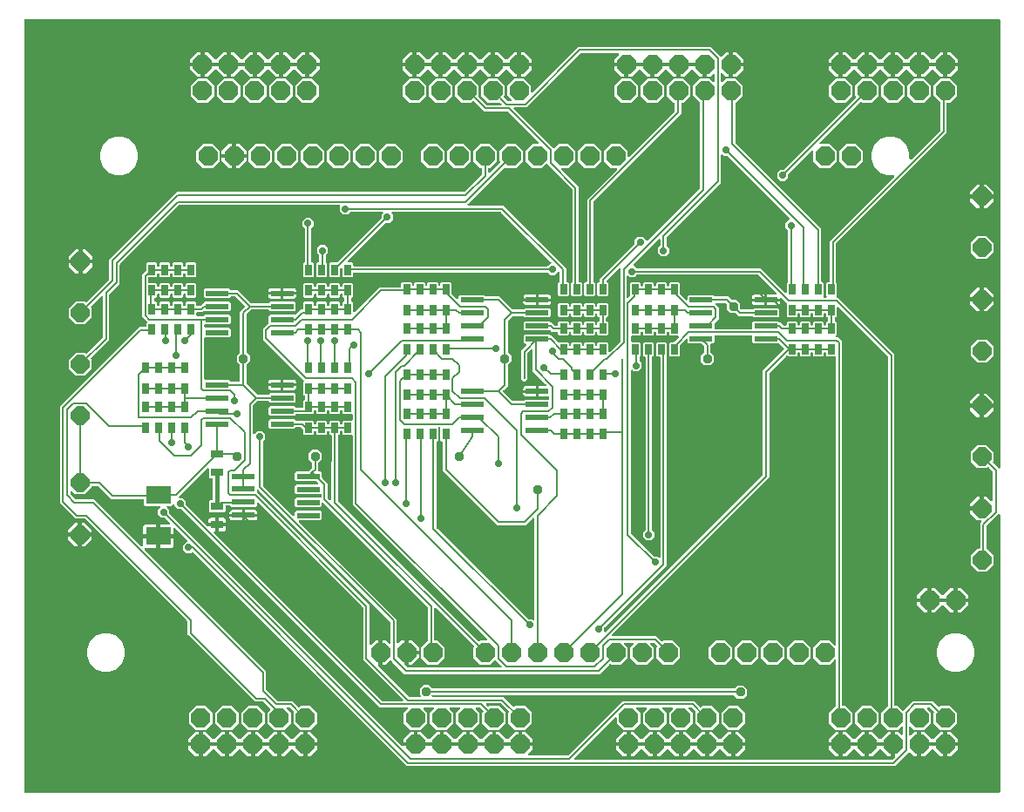
<source format=gtl>
G04 EAGLE Gerber X2 export*
%TF.Part,Single*%
%TF.FileFunction,Other,Top Copper*%
%TF.FilePolarity,Positive*%
%TF.GenerationSoftware,Autodesk,EAGLE,8.7.1*%
%TF.CreationDate,2018-03-29T01:53:18Z*%
G75*
%MOMM*%
%FSLAX34Y34*%
%LPD*%
%AMOC8*
5,1,8,0,0,1.08239X$1,22.5*%
G01*
%ADD10P,2.034460X8X112.500000*%
%ADD11P,1.938236X8X202.500000*%
%ADD12P,1.938236X8X22.500000*%
%ADD13P,2.034460X8X22.500000*%
%ADD14P,2.034460X8X202.500000*%
%ADD15R,2.400000X1.800000*%
%ADD16R,2.200000X0.500000*%
%ADD17R,0.650000X1.000000*%
%ADD18R,1.200000X0.800000*%
%ADD19C,0.203200*%
%ADD20P,0.742303X8X22.500000*%
%ADD21P,0.934752X8X22.500000*%
%ADD22C,0.406400*%

G36*
X1045486Y3565D02*
X1045486Y3565D01*
X1045544Y3563D01*
X1045626Y3585D01*
X1045710Y3597D01*
X1045763Y3620D01*
X1045819Y3635D01*
X1045892Y3678D01*
X1045969Y3713D01*
X1046014Y3751D01*
X1046064Y3780D01*
X1046122Y3842D01*
X1046186Y3896D01*
X1046218Y3945D01*
X1046258Y3988D01*
X1046297Y4063D01*
X1046344Y4133D01*
X1046361Y4189D01*
X1046388Y4241D01*
X1046399Y4309D01*
X1046429Y4404D01*
X1046432Y4504D01*
X1046443Y4572D01*
X1046443Y273617D01*
X1046439Y273646D01*
X1046442Y273675D01*
X1046436Y273703D01*
X1046437Y273730D01*
X1046416Y273807D01*
X1046403Y273898D01*
X1046391Y273925D01*
X1046386Y273954D01*
X1046370Y273983D01*
X1046365Y274005D01*
X1046328Y274066D01*
X1046287Y274158D01*
X1046268Y274180D01*
X1046255Y274206D01*
X1046229Y274233D01*
X1046220Y274249D01*
X1046172Y274293D01*
X1046104Y274375D01*
X1046079Y274391D01*
X1046059Y274412D01*
X1046024Y274433D01*
X1046012Y274444D01*
X1045960Y274471D01*
X1045867Y274532D01*
X1045839Y274541D01*
X1045814Y274556D01*
X1045772Y274567D01*
X1045759Y274573D01*
X1045722Y274579D01*
X1045704Y274584D01*
X1045596Y274618D01*
X1045566Y274619D01*
X1045538Y274626D01*
X1045458Y274623D01*
X1045428Y274628D01*
X1045425Y274628D01*
X1045388Y274623D01*
X1045312Y274625D01*
X1045283Y274618D01*
X1045254Y274617D01*
X1045185Y274595D01*
X1045143Y274589D01*
X1045103Y274571D01*
X1045037Y274553D01*
X1045011Y274539D01*
X1044983Y274529D01*
X1044937Y274496D01*
X1044884Y274472D01*
X1044845Y274439D01*
X1044792Y274408D01*
X1044749Y274363D01*
X1044710Y274335D01*
X1043381Y273006D01*
X1033570Y263195D01*
X1033518Y263125D01*
X1033458Y263061D01*
X1033432Y263011D01*
X1033399Y262967D01*
X1033368Y262886D01*
X1033328Y262808D01*
X1033320Y262760D01*
X1033298Y262702D01*
X1033292Y262630D01*
X1033287Y262613D01*
X1033285Y262550D01*
X1033273Y262477D01*
X1033273Y241185D01*
X1033285Y241098D01*
X1033288Y241011D01*
X1033305Y240958D01*
X1033313Y240903D01*
X1033348Y240823D01*
X1033375Y240740D01*
X1033403Y240701D01*
X1033429Y240644D01*
X1033525Y240530D01*
X1033570Y240467D01*
X1039686Y234351D01*
X1039686Y225249D01*
X1033251Y218814D01*
X1024149Y218814D01*
X1017714Y225249D01*
X1017714Y234351D01*
X1024149Y240786D01*
X1026160Y240786D01*
X1026218Y240794D01*
X1026276Y240793D01*
X1026358Y240814D01*
X1026442Y240826D01*
X1026495Y240850D01*
X1026551Y240865D01*
X1026624Y240908D01*
X1026701Y240942D01*
X1026746Y240980D01*
X1026796Y241010D01*
X1026854Y241072D01*
X1026918Y241126D01*
X1026950Y241175D01*
X1026990Y241217D01*
X1027029Y241292D01*
X1027076Y241363D01*
X1027093Y241418D01*
X1027120Y241470D01*
X1027131Y241538D01*
X1027161Y241634D01*
X1027164Y241733D01*
X1027175Y241801D01*
X1027175Y265423D01*
X1028325Y266573D01*
X1028343Y266596D01*
X1028365Y266615D01*
X1028428Y266709D01*
X1028496Y266800D01*
X1028506Y266827D01*
X1028523Y266852D01*
X1028557Y266960D01*
X1028597Y267065D01*
X1028600Y267095D01*
X1028608Y267123D01*
X1028611Y267236D01*
X1028621Y267349D01*
X1028615Y267377D01*
X1028616Y267407D01*
X1028587Y267516D01*
X1028565Y267628D01*
X1028551Y267654D01*
X1028544Y267682D01*
X1028486Y267779D01*
X1028434Y267880D01*
X1028414Y267901D01*
X1028399Y267926D01*
X1028316Y268004D01*
X1028238Y268086D01*
X1028213Y268101D01*
X1028191Y268121D01*
X1028091Y268172D01*
X1027993Y268230D01*
X1027964Y268237D01*
X1027938Y268250D01*
X1027861Y268263D01*
X1027717Y268300D01*
X1027655Y268298D01*
X1027607Y268306D01*
X1023939Y268306D01*
X1017206Y275039D01*
X1017206Y277769D01*
X1027684Y277769D01*
X1027742Y277777D01*
X1027800Y277775D01*
X1027882Y277797D01*
X1027965Y277809D01*
X1028019Y277833D01*
X1028075Y277847D01*
X1028148Y277890D01*
X1028225Y277925D01*
X1028269Y277963D01*
X1028320Y277993D01*
X1028377Y278054D01*
X1028442Y278109D01*
X1028474Y278157D01*
X1028514Y278200D01*
X1028553Y278275D01*
X1028599Y278345D01*
X1028617Y278401D01*
X1028644Y278453D01*
X1028655Y278521D01*
X1028685Y278616D01*
X1028688Y278716D01*
X1028699Y278784D01*
X1028699Y279801D01*
X1029716Y279801D01*
X1029774Y279809D01*
X1029832Y279808D01*
X1029914Y279829D01*
X1029997Y279841D01*
X1030051Y279865D01*
X1030107Y279879D01*
X1030180Y279922D01*
X1030257Y279957D01*
X1030302Y279995D01*
X1030352Y280025D01*
X1030410Y280086D01*
X1030474Y280141D01*
X1030506Y280189D01*
X1030546Y280232D01*
X1030585Y280307D01*
X1030631Y280377D01*
X1030649Y280433D01*
X1030676Y280485D01*
X1030687Y280553D01*
X1030717Y280648D01*
X1030720Y280748D01*
X1030731Y280816D01*
X1030731Y291294D01*
X1033461Y291294D01*
X1037634Y287121D01*
X1037658Y287103D01*
X1037677Y287081D01*
X1037771Y287018D01*
X1037861Y286950D01*
X1037889Y286940D01*
X1037913Y286924D01*
X1038021Y286889D01*
X1038127Y286849D01*
X1038156Y286847D01*
X1038184Y286838D01*
X1038298Y286835D01*
X1038410Y286825D01*
X1038439Y286831D01*
X1038468Y286830D01*
X1038578Y286859D01*
X1038689Y286881D01*
X1038715Y286895D01*
X1038743Y286902D01*
X1038841Y286960D01*
X1038941Y287012D01*
X1038963Y287033D01*
X1038988Y287048D01*
X1039065Y287130D01*
X1039147Y287208D01*
X1039162Y287233D01*
X1039182Y287255D01*
X1039234Y287356D01*
X1039291Y287453D01*
X1039298Y287482D01*
X1039312Y287508D01*
X1039325Y287585D01*
X1039361Y287729D01*
X1039359Y287791D01*
X1039367Y287839D01*
X1039367Y315309D01*
X1039355Y315395D01*
X1039352Y315483D01*
X1039335Y315535D01*
X1039327Y315590D01*
X1039292Y315670D01*
X1039265Y315753D01*
X1039237Y315792D01*
X1039211Y315850D01*
X1039115Y315963D01*
X1039070Y316027D01*
X1035485Y319612D01*
X1035438Y319647D01*
X1035398Y319689D01*
X1035325Y319732D01*
X1035257Y319783D01*
X1035203Y319804D01*
X1035152Y319833D01*
X1035071Y319854D01*
X1034992Y319884D01*
X1034933Y319889D01*
X1034877Y319903D01*
X1034792Y319901D01*
X1034708Y319908D01*
X1034651Y319896D01*
X1034593Y319894D01*
X1034512Y319868D01*
X1034430Y319852D01*
X1034378Y319825D01*
X1034322Y319807D01*
X1034266Y319767D01*
X1034177Y319721D01*
X1034105Y319652D01*
X1034049Y319612D01*
X1033251Y318814D01*
X1024149Y318814D01*
X1017714Y325249D01*
X1017714Y334351D01*
X1024149Y340786D01*
X1033251Y340786D01*
X1039686Y334351D01*
X1039686Y325217D01*
X1039676Y325199D01*
X1039625Y325132D01*
X1039604Y325077D01*
X1039575Y325027D01*
X1039554Y324945D01*
X1039524Y324866D01*
X1039519Y324808D01*
X1039505Y324751D01*
X1039507Y324667D01*
X1039500Y324583D01*
X1039512Y324526D01*
X1039514Y324467D01*
X1039540Y324387D01*
X1039556Y324304D01*
X1039583Y324252D01*
X1039601Y324197D01*
X1039641Y324141D01*
X1039687Y324052D01*
X1039756Y323980D01*
X1039796Y323923D01*
X1044710Y319009D01*
X1044734Y318992D01*
X1044753Y318969D01*
X1044847Y318906D01*
X1044937Y318839D01*
X1044965Y318828D01*
X1044989Y318812D01*
X1045097Y318778D01*
X1045203Y318737D01*
X1045232Y318735D01*
X1045260Y318726D01*
X1045374Y318723D01*
X1045486Y318714D01*
X1045515Y318719D01*
X1045544Y318719D01*
X1045654Y318747D01*
X1045765Y318770D01*
X1045791Y318783D01*
X1045819Y318791D01*
X1045917Y318848D01*
X1046017Y318901D01*
X1046039Y318921D01*
X1046064Y318936D01*
X1046141Y319018D01*
X1046223Y319096D01*
X1046238Y319122D01*
X1046258Y319143D01*
X1046310Y319244D01*
X1046367Y319342D01*
X1046374Y319370D01*
X1046388Y319396D01*
X1046401Y319474D01*
X1046437Y319617D01*
X1046435Y319680D01*
X1046443Y319727D01*
X1046443Y754128D01*
X1046435Y754186D01*
X1046437Y754244D01*
X1046415Y754326D01*
X1046403Y754410D01*
X1046380Y754463D01*
X1046365Y754519D01*
X1046322Y754592D01*
X1046287Y754669D01*
X1046249Y754714D01*
X1046220Y754764D01*
X1046158Y754822D01*
X1046104Y754886D01*
X1046055Y754918D01*
X1046012Y754958D01*
X1045937Y754997D01*
X1045867Y755044D01*
X1045811Y755061D01*
X1045759Y755088D01*
X1045691Y755099D01*
X1045596Y755129D01*
X1045496Y755132D01*
X1045428Y755143D01*
X99572Y755143D01*
X99514Y755135D01*
X99456Y755137D01*
X99374Y755115D01*
X99290Y755103D01*
X99237Y755080D01*
X99181Y755065D01*
X99108Y755022D01*
X99031Y754987D01*
X98986Y754949D01*
X98936Y754920D01*
X98878Y754858D01*
X98814Y754804D01*
X98782Y754755D01*
X98742Y754712D01*
X98703Y754637D01*
X98656Y754567D01*
X98639Y754511D01*
X98612Y754459D01*
X98601Y754391D01*
X98571Y754296D01*
X98568Y754196D01*
X98557Y754128D01*
X98557Y4572D01*
X98565Y4514D01*
X98563Y4456D01*
X98585Y4374D01*
X98597Y4290D01*
X98620Y4237D01*
X98635Y4181D01*
X98678Y4108D01*
X98713Y4031D01*
X98751Y3986D01*
X98780Y3936D01*
X98842Y3878D01*
X98896Y3814D01*
X98945Y3782D01*
X98988Y3742D01*
X99063Y3703D01*
X99133Y3656D01*
X99189Y3639D01*
X99241Y3612D01*
X99309Y3601D01*
X99404Y3571D01*
X99504Y3568D01*
X99572Y3557D01*
X1045428Y3557D01*
X1045486Y3565D01*
G37*
%LPC*%
G36*
X470161Y29463D02*
X470161Y29463D01*
X262520Y237104D01*
X262473Y237139D01*
X262433Y237182D01*
X262360Y237225D01*
X262293Y237275D01*
X262238Y237296D01*
X262188Y237326D01*
X262106Y237346D01*
X262027Y237376D01*
X261969Y237381D01*
X261912Y237396D01*
X261828Y237393D01*
X261744Y237400D01*
X261687Y237388D01*
X261628Y237387D01*
X261548Y237361D01*
X261465Y237344D01*
X261413Y237317D01*
X261358Y237299D01*
X261301Y237259D01*
X261213Y237213D01*
X261141Y237144D01*
X261084Y237104D01*
X260326Y236346D01*
X255802Y236346D01*
X252602Y239546D01*
X252602Y244070D01*
X255802Y247270D01*
X256000Y247270D01*
X256029Y247274D01*
X256058Y247271D01*
X256169Y247294D01*
X256281Y247310D01*
X256308Y247322D01*
X256337Y247327D01*
X256437Y247379D01*
X256541Y247426D01*
X256563Y247445D01*
X256589Y247458D01*
X256671Y247536D01*
X256758Y247609D01*
X256774Y247634D01*
X256795Y247654D01*
X256852Y247752D01*
X256915Y247846D01*
X256924Y247874D01*
X256939Y247899D01*
X256967Y248009D01*
X257001Y248117D01*
X257002Y248147D01*
X257009Y248175D01*
X257005Y248287D01*
X257008Y248401D01*
X257001Y248430D01*
X257000Y248459D01*
X256965Y248567D01*
X256936Y248676D01*
X256921Y248702D01*
X256912Y248730D01*
X256867Y248793D01*
X256791Y248921D01*
X256746Y248964D01*
X256718Y249003D01*
X244874Y260847D01*
X244850Y260864D01*
X244831Y260887D01*
X244737Y260950D01*
X244647Y261017D01*
X244619Y261028D01*
X244595Y261044D01*
X244487Y261078D01*
X244381Y261119D01*
X244352Y261121D01*
X244324Y261130D01*
X244210Y261133D01*
X244098Y261142D01*
X244069Y261137D01*
X244040Y261137D01*
X243930Y261109D01*
X243819Y261086D01*
X243793Y261073D01*
X243765Y261065D01*
X243667Y261008D01*
X243567Y260955D01*
X243545Y260935D01*
X243520Y260920D01*
X243443Y260838D01*
X243361Y260760D01*
X243346Y260734D01*
X243326Y260713D01*
X243274Y260612D01*
X243217Y260514D01*
X243210Y260486D01*
X243196Y260460D01*
X243183Y260382D01*
X243147Y260239D01*
X243149Y260176D01*
X243141Y260129D01*
X243141Y254831D01*
X230631Y254831D01*
X230631Y264341D01*
X238929Y264341D01*
X238958Y264345D01*
X238987Y264342D01*
X239098Y264365D01*
X239210Y264381D01*
X239237Y264393D01*
X239266Y264398D01*
X239366Y264450D01*
X239470Y264497D01*
X239492Y264516D01*
X239518Y264529D01*
X239600Y264607D01*
X239687Y264680D01*
X239703Y264705D01*
X239724Y264725D01*
X239781Y264823D01*
X239844Y264917D01*
X239853Y264945D01*
X239868Y264970D01*
X239896Y265080D01*
X239930Y265188D01*
X239931Y265218D01*
X239938Y265246D01*
X239934Y265359D01*
X239937Y265472D01*
X239930Y265501D01*
X239929Y265530D01*
X239894Y265638D01*
X239865Y265747D01*
X239850Y265773D01*
X239841Y265801D01*
X239796Y265864D01*
X239720Y265992D01*
X239675Y266035D01*
X239647Y266074D01*
X235128Y270593D01*
X235058Y270645D01*
X234994Y270705D01*
X234944Y270731D01*
X234900Y270764D01*
X234819Y270795D01*
X234741Y270835D01*
X234693Y270843D01*
X234635Y270865D01*
X234487Y270877D01*
X234410Y270890D01*
X231418Y270890D01*
X228218Y274090D01*
X228218Y278614D01*
X230138Y280534D01*
X230156Y280558D01*
X230178Y280577D01*
X230241Y280671D01*
X230309Y280761D01*
X230319Y280789D01*
X230336Y280813D01*
X230370Y280921D01*
X230410Y281027D01*
X230413Y281056D01*
X230421Y281084D01*
X230424Y281198D01*
X230434Y281310D01*
X230428Y281339D01*
X230429Y281368D01*
X230400Y281478D01*
X230378Y281589D01*
X230364Y281615D01*
X230357Y281643D01*
X230299Y281741D01*
X230247Y281841D01*
X230227Y281863D01*
X230212Y281888D01*
X230129Y281965D01*
X230051Y282047D01*
X230026Y282062D01*
X230004Y282082D01*
X229904Y282134D01*
X229806Y282191D01*
X229777Y282198D01*
X229751Y282212D01*
X229674Y282225D01*
X229530Y282261D01*
X229468Y282259D01*
X229420Y282267D01*
X215758Y282267D01*
X214567Y283458D01*
X214567Y288036D01*
X214559Y288094D01*
X214561Y288152D01*
X214539Y288234D01*
X214527Y288318D01*
X214504Y288371D01*
X214489Y288427D01*
X214446Y288500D01*
X214411Y288577D01*
X214373Y288622D01*
X214344Y288672D01*
X214282Y288730D01*
X214228Y288794D01*
X214179Y288826D01*
X214136Y288866D01*
X214061Y288905D01*
X213991Y288952D01*
X213935Y288969D01*
X213883Y288996D01*
X213815Y289007D01*
X213720Y289037D01*
X213620Y289040D01*
X213552Y289051D01*
X182887Y289051D01*
X170485Y301454D01*
X170415Y301506D01*
X170351Y301566D01*
X170301Y301592D01*
X170257Y301625D01*
X170176Y301656D01*
X170098Y301696D01*
X170050Y301704D01*
X169992Y301726D01*
X169844Y301738D01*
X169767Y301751D01*
X164401Y301751D01*
X164344Y301743D01*
X164285Y301745D01*
X164204Y301723D01*
X164120Y301711D01*
X164067Y301688D01*
X164010Y301673D01*
X163938Y301630D01*
X163861Y301595D01*
X163816Y301557D01*
X163766Y301528D01*
X163708Y301466D01*
X163644Y301412D01*
X163611Y301363D01*
X163571Y301320D01*
X163533Y301245D01*
X163486Y301175D01*
X163468Y301119D01*
X163442Y301067D01*
X163430Y300999D01*
X163400Y300904D01*
X163398Y300804D01*
X163386Y300736D01*
X163386Y299849D01*
X156951Y293414D01*
X147849Y293414D01*
X144990Y296273D01*
X144966Y296291D01*
X144947Y296313D01*
X144853Y296376D01*
X144763Y296444D01*
X144735Y296455D01*
X144711Y296471D01*
X144603Y296505D01*
X144497Y296545D01*
X144468Y296548D01*
X144440Y296557D01*
X144326Y296560D01*
X144214Y296569D01*
X144185Y296563D01*
X144156Y296564D01*
X144046Y296535D01*
X143935Y296513D01*
X143909Y296500D01*
X143881Y296492D01*
X143783Y296434D01*
X143683Y296382D01*
X143661Y296362D01*
X143636Y296347D01*
X143559Y296264D01*
X143477Y296186D01*
X143462Y296161D01*
X143442Y296140D01*
X143390Y296039D01*
X143333Y295941D01*
X143326Y295913D01*
X143312Y295886D01*
X143299Y295809D01*
X143263Y295665D01*
X143265Y295603D01*
X143257Y295555D01*
X143257Y294291D01*
X143269Y294205D01*
X143272Y294117D01*
X143289Y294065D01*
X143297Y294010D01*
X143332Y293930D01*
X143359Y293847D01*
X143387Y293808D01*
X143413Y293750D01*
X143509Y293637D01*
X143554Y293573D01*
X148031Y289096D01*
X148101Y289044D01*
X148165Y288984D01*
X148215Y288958D01*
X148259Y288925D01*
X148340Y288894D01*
X148418Y288854D01*
X148466Y288846D01*
X148524Y288824D01*
X148672Y288812D01*
X148749Y288799D01*
X166363Y288799D01*
X212326Y242835D01*
X212350Y242818D01*
X212369Y242795D01*
X212463Y242733D01*
X212553Y242665D01*
X212581Y242654D01*
X212605Y242638D01*
X212713Y242604D01*
X212819Y242563D01*
X212848Y242561D01*
X212876Y242552D01*
X212990Y242549D01*
X213102Y242540D01*
X213131Y242545D01*
X213160Y242545D01*
X213270Y242573D01*
X213381Y242596D01*
X213407Y242609D01*
X213435Y242617D01*
X213533Y242674D01*
X213633Y242727D01*
X213655Y242747D01*
X213680Y242762D01*
X213757Y242844D01*
X213839Y242922D01*
X213854Y242948D01*
X213874Y242969D01*
X213926Y243070D01*
X213983Y243168D01*
X213990Y243196D01*
X214004Y243222D01*
X214017Y243300D01*
X214053Y243443D01*
X214051Y243506D01*
X214059Y243553D01*
X214059Y250769D01*
X226569Y250769D01*
X226569Y241259D01*
X216353Y241259D01*
X216324Y241255D01*
X216295Y241258D01*
X216184Y241235D01*
X216072Y241219D01*
X216045Y241207D01*
X216016Y241202D01*
X215916Y241150D01*
X215812Y241103D01*
X215790Y241084D01*
X215764Y241071D01*
X215682Y240993D01*
X215595Y240920D01*
X215579Y240895D01*
X215558Y240875D01*
X215501Y240777D01*
X215438Y240683D01*
X215429Y240655D01*
X215414Y240630D01*
X215386Y240520D01*
X215352Y240412D01*
X215351Y240382D01*
X215344Y240354D01*
X215348Y240241D01*
X215345Y240128D01*
X215352Y240099D01*
X215353Y240070D01*
X215388Y239962D01*
X215417Y239853D01*
X215432Y239827D01*
X215441Y239799D01*
X215486Y239736D01*
X215562Y239608D01*
X215607Y239565D01*
X215635Y239526D01*
X331165Y123996D01*
X333249Y121913D01*
X333249Y104299D01*
X333261Y104213D01*
X333264Y104125D01*
X333281Y104073D01*
X333289Y104018D01*
X333324Y103938D01*
X333351Y103855D01*
X333379Y103816D01*
X333405Y103758D01*
X333501Y103645D01*
X333546Y103581D01*
X344373Y92754D01*
X344443Y92702D01*
X344507Y92642D01*
X344557Y92616D01*
X344601Y92583D01*
X344682Y92552D01*
X344760Y92512D01*
X344808Y92504D01*
X344866Y92482D01*
X345014Y92470D01*
X345091Y92457D01*
X358895Y92457D01*
X364425Y86926D01*
X364472Y86891D01*
X364512Y86849D01*
X364585Y86806D01*
X364652Y86756D01*
X364707Y86735D01*
X364757Y86705D01*
X364839Y86684D01*
X364918Y86654D01*
X364976Y86649D01*
X365033Y86635D01*
X365117Y86638D01*
X365201Y86631D01*
X365259Y86642D01*
X365317Y86644D01*
X365397Y86670D01*
X365480Y86687D01*
X365532Y86714D01*
X365588Y86732D01*
X365644Y86772D01*
X365732Y86818D01*
X365805Y86886D01*
X365861Y86926D01*
X366565Y87631D01*
X376035Y87631D01*
X382731Y80935D01*
X382731Y71465D01*
X376035Y64769D01*
X366565Y64769D01*
X359869Y71465D01*
X359869Y80935D01*
X360114Y81179D01*
X360149Y81226D01*
X360191Y81266D01*
X360234Y81339D01*
X360284Y81406D01*
X360305Y81461D01*
X360335Y81511D01*
X360356Y81593D01*
X360386Y81672D01*
X360391Y81730D01*
X360405Y81787D01*
X360402Y81871D01*
X360409Y81955D01*
X360398Y82013D01*
X360396Y82071D01*
X360370Y82151D01*
X360353Y82234D01*
X360326Y82286D01*
X360308Y82342D01*
X360268Y82398D01*
X360222Y82486D01*
X360154Y82559D01*
X360114Y82615D01*
X356667Y86062D01*
X356597Y86114D01*
X356533Y86174D01*
X356483Y86200D01*
X356439Y86233D01*
X356358Y86264D01*
X356280Y86304D01*
X356232Y86312D01*
X356174Y86334D01*
X356026Y86346D01*
X355949Y86359D01*
X354357Y86359D01*
X354328Y86355D01*
X354299Y86358D01*
X354188Y86335D01*
X354076Y86319D01*
X354049Y86307D01*
X354020Y86302D01*
X353920Y86250D01*
X353816Y86203D01*
X353794Y86184D01*
X353768Y86171D01*
X353686Y86093D01*
X353599Y86020D01*
X353583Y85995D01*
X353562Y85975D01*
X353505Y85877D01*
X353442Y85783D01*
X353433Y85755D01*
X353418Y85730D01*
X353390Y85620D01*
X353356Y85512D01*
X353355Y85482D01*
X353348Y85454D01*
X353352Y85341D01*
X353349Y85228D01*
X353356Y85199D01*
X353357Y85170D01*
X353392Y85062D01*
X353420Y84953D01*
X353435Y84927D01*
X353444Y84899D01*
X353490Y84836D01*
X353566Y84708D01*
X353611Y84665D01*
X353639Y84626D01*
X357331Y80935D01*
X357331Y71465D01*
X350635Y64769D01*
X341165Y64769D01*
X334469Y71465D01*
X334469Y80935D01*
X337428Y83893D01*
X337463Y83940D01*
X337505Y83980D01*
X337548Y84053D01*
X337599Y84121D01*
X337620Y84175D01*
X337649Y84226D01*
X337670Y84307D01*
X337700Y84386D01*
X337705Y84445D01*
X337719Y84501D01*
X337717Y84586D01*
X337724Y84670D01*
X337712Y84727D01*
X337710Y84785D01*
X337684Y84866D01*
X337668Y84948D01*
X337641Y85000D01*
X337623Y85056D01*
X337583Y85112D01*
X337537Y85201D01*
X337468Y85273D01*
X337428Y85329D01*
X330853Y91904D01*
X330783Y91956D01*
X330719Y92016D01*
X330670Y92042D01*
X330626Y92075D01*
X330544Y92106D01*
X330466Y92146D01*
X330419Y92154D01*
X330360Y92176D01*
X330213Y92188D01*
X330135Y92201D01*
X322587Y92201D01*
X257301Y157487D01*
X257301Y169767D01*
X257289Y169853D01*
X257286Y169941D01*
X257269Y169993D01*
X257261Y170048D01*
X257226Y170128D01*
X257199Y170211D01*
X257171Y170250D01*
X257145Y170308D01*
X257049Y170421D01*
X257004Y170485D01*
X157785Y269704D01*
X157715Y269756D01*
X157651Y269816D01*
X157601Y269842D01*
X157557Y269875D01*
X157476Y269906D01*
X157398Y269946D01*
X157350Y269954D01*
X157292Y269976D01*
X157144Y269988D01*
X157067Y270001D01*
X148343Y270001D01*
X133095Y285249D01*
X133095Y379215D01*
X210065Y456185D01*
X215952Y456185D01*
X216010Y456193D01*
X216068Y456191D01*
X216150Y456213D01*
X216234Y456225D01*
X216287Y456248D01*
X216343Y456263D01*
X216416Y456306D01*
X216493Y456341D01*
X216538Y456379D01*
X216588Y456408D01*
X216646Y456470D01*
X216710Y456524D01*
X216742Y456573D01*
X216782Y456616D01*
X216821Y456691D01*
X216868Y456761D01*
X216885Y456817D01*
X216912Y456869D01*
X216923Y456937D01*
X216953Y457032D01*
X216956Y457132D01*
X216967Y457200D01*
X216967Y459392D01*
X217534Y459958D01*
X217569Y460005D01*
X217611Y460045D01*
X217654Y460118D01*
X217705Y460186D01*
X217725Y460240D01*
X217755Y460291D01*
X217776Y460372D01*
X217806Y460451D01*
X217811Y460510D01*
X217825Y460566D01*
X217822Y460651D01*
X217829Y460735D01*
X217818Y460792D01*
X217816Y460850D01*
X217790Y460931D01*
X217774Y461013D01*
X217747Y461065D01*
X217729Y461121D01*
X217689Y461177D01*
X217643Y461266D01*
X217574Y461338D01*
X217534Y461394D01*
X212851Y466077D01*
X212851Y506563D01*
X214934Y508646D01*
X214935Y508646D01*
X216670Y510381D01*
X216722Y510451D01*
X216782Y510515D01*
X216808Y510565D01*
X216841Y510609D01*
X216872Y510690D01*
X216912Y510768D01*
X216920Y510816D01*
X216942Y510874D01*
X216954Y511022D01*
X216967Y511099D01*
X216967Y517492D01*
X218158Y518683D01*
X226342Y518683D01*
X227533Y517492D01*
X227533Y515714D01*
X227541Y515656D01*
X227539Y515598D01*
X227561Y515516D01*
X227573Y515432D01*
X227596Y515379D01*
X227611Y515323D01*
X227654Y515250D01*
X227689Y515173D01*
X227727Y515128D01*
X227756Y515078D01*
X227818Y515020D01*
X227872Y514956D01*
X227921Y514924D01*
X227964Y514884D01*
X228039Y514845D01*
X228109Y514798D01*
X228165Y514781D01*
X228217Y514754D01*
X228285Y514743D01*
X228380Y514713D01*
X228480Y514710D01*
X228548Y514699D01*
X228652Y514699D01*
X228710Y514707D01*
X228768Y514705D01*
X228850Y514727D01*
X228934Y514739D01*
X228987Y514762D01*
X229043Y514777D01*
X229116Y514820D01*
X229193Y514855D01*
X229238Y514893D01*
X229288Y514922D01*
X229346Y514984D01*
X229410Y515038D01*
X229442Y515087D01*
X229482Y515130D01*
X229521Y515205D01*
X229568Y515275D01*
X229585Y515331D01*
X229612Y515383D01*
X229623Y515451D01*
X229653Y515546D01*
X229656Y515646D01*
X229667Y515714D01*
X229667Y517492D01*
X230858Y518683D01*
X239042Y518683D01*
X240233Y517492D01*
X240233Y515714D01*
X240241Y515656D01*
X240239Y515598D01*
X240261Y515516D01*
X240273Y515432D01*
X240296Y515379D01*
X240311Y515323D01*
X240354Y515250D01*
X240389Y515173D01*
X240427Y515128D01*
X240456Y515078D01*
X240518Y515020D01*
X240572Y514956D01*
X240621Y514924D01*
X240664Y514884D01*
X240739Y514845D01*
X240809Y514798D01*
X240865Y514781D01*
X240917Y514754D01*
X240985Y514743D01*
X241080Y514713D01*
X241180Y514710D01*
X241248Y514699D01*
X241352Y514699D01*
X241410Y514707D01*
X241468Y514705D01*
X241550Y514727D01*
X241634Y514739D01*
X241687Y514762D01*
X241743Y514777D01*
X241816Y514820D01*
X241893Y514855D01*
X241938Y514893D01*
X241988Y514922D01*
X242046Y514984D01*
X242110Y515038D01*
X242142Y515087D01*
X242182Y515130D01*
X242221Y515205D01*
X242268Y515275D01*
X242285Y515331D01*
X242312Y515383D01*
X242323Y515451D01*
X242353Y515546D01*
X242356Y515646D01*
X242367Y515714D01*
X242367Y517492D01*
X243558Y518683D01*
X251742Y518683D01*
X252933Y517492D01*
X252933Y515714D01*
X252941Y515656D01*
X252939Y515598D01*
X252961Y515516D01*
X252973Y515432D01*
X252996Y515379D01*
X253011Y515323D01*
X253054Y515250D01*
X253089Y515173D01*
X253127Y515128D01*
X253156Y515078D01*
X253218Y515020D01*
X253272Y514956D01*
X253321Y514924D01*
X253364Y514884D01*
X253439Y514845D01*
X253509Y514798D01*
X253565Y514781D01*
X253617Y514754D01*
X253685Y514743D01*
X253780Y514713D01*
X253880Y514710D01*
X253948Y514699D01*
X254052Y514699D01*
X254110Y514707D01*
X254168Y514705D01*
X254250Y514727D01*
X254334Y514739D01*
X254387Y514762D01*
X254443Y514777D01*
X254516Y514820D01*
X254593Y514855D01*
X254638Y514893D01*
X254688Y514922D01*
X254746Y514984D01*
X254810Y515038D01*
X254842Y515087D01*
X254882Y515130D01*
X254921Y515205D01*
X254968Y515275D01*
X254985Y515331D01*
X255012Y515383D01*
X255023Y515451D01*
X255053Y515546D01*
X255056Y515646D01*
X255067Y515714D01*
X255067Y517492D01*
X256258Y518683D01*
X264442Y518683D01*
X265633Y517492D01*
X265633Y505808D01*
X264442Y504617D01*
X256258Y504617D01*
X255067Y505808D01*
X255067Y507586D01*
X255059Y507644D01*
X255061Y507702D01*
X255039Y507784D01*
X255027Y507868D01*
X255004Y507921D01*
X254989Y507977D01*
X254946Y508050D01*
X254911Y508127D01*
X254873Y508172D01*
X254844Y508222D01*
X254782Y508280D01*
X254728Y508344D01*
X254679Y508376D01*
X254636Y508416D01*
X254561Y508455D01*
X254491Y508502D01*
X254435Y508519D01*
X254383Y508546D01*
X254315Y508557D01*
X254220Y508587D01*
X254120Y508590D01*
X254052Y508601D01*
X253948Y508601D01*
X253890Y508593D01*
X253832Y508595D01*
X253750Y508573D01*
X253666Y508561D01*
X253613Y508538D01*
X253557Y508523D01*
X253484Y508480D01*
X253407Y508445D01*
X253362Y508407D01*
X253312Y508378D01*
X253254Y508316D01*
X253190Y508262D01*
X253158Y508213D01*
X253118Y508170D01*
X253079Y508095D01*
X253032Y508025D01*
X253015Y507969D01*
X252988Y507917D01*
X252977Y507849D01*
X252947Y507754D01*
X252944Y507654D01*
X252933Y507586D01*
X252933Y505808D01*
X251742Y504617D01*
X243558Y504617D01*
X242367Y505808D01*
X242367Y507586D01*
X242359Y507644D01*
X242361Y507702D01*
X242339Y507784D01*
X242327Y507868D01*
X242304Y507921D01*
X242289Y507977D01*
X242246Y508050D01*
X242211Y508127D01*
X242173Y508172D01*
X242144Y508222D01*
X242082Y508280D01*
X242028Y508344D01*
X241979Y508376D01*
X241936Y508416D01*
X241861Y508455D01*
X241791Y508502D01*
X241735Y508519D01*
X241683Y508546D01*
X241615Y508557D01*
X241520Y508587D01*
X241420Y508590D01*
X241352Y508601D01*
X241248Y508601D01*
X241190Y508593D01*
X241132Y508595D01*
X241050Y508573D01*
X240966Y508561D01*
X240913Y508538D01*
X240857Y508523D01*
X240784Y508480D01*
X240707Y508445D01*
X240662Y508407D01*
X240612Y508378D01*
X240554Y508316D01*
X240490Y508262D01*
X240458Y508213D01*
X240418Y508170D01*
X240379Y508095D01*
X240332Y508025D01*
X240315Y507969D01*
X240288Y507917D01*
X240277Y507849D01*
X240247Y507754D01*
X240244Y507654D01*
X240233Y507586D01*
X240233Y505808D01*
X239042Y504617D01*
X230858Y504617D01*
X229667Y505808D01*
X229667Y507586D01*
X229659Y507644D01*
X229661Y507702D01*
X229639Y507784D01*
X229627Y507868D01*
X229604Y507921D01*
X229589Y507977D01*
X229546Y508050D01*
X229511Y508127D01*
X229473Y508172D01*
X229444Y508222D01*
X229382Y508280D01*
X229328Y508344D01*
X229279Y508376D01*
X229236Y508416D01*
X229161Y508455D01*
X229091Y508502D01*
X229035Y508519D01*
X228983Y508546D01*
X228915Y508557D01*
X228820Y508587D01*
X228720Y508590D01*
X228652Y508601D01*
X228548Y508601D01*
X228490Y508593D01*
X228432Y508595D01*
X228350Y508573D01*
X228266Y508561D01*
X228213Y508538D01*
X228157Y508523D01*
X228084Y508480D01*
X228007Y508445D01*
X227962Y508407D01*
X227912Y508378D01*
X227854Y508316D01*
X227790Y508262D01*
X227758Y508213D01*
X227718Y508170D01*
X227679Y508095D01*
X227632Y508025D01*
X227615Y507969D01*
X227588Y507917D01*
X227577Y507849D01*
X227547Y507754D01*
X227544Y507654D01*
X227533Y507586D01*
X227533Y505808D01*
X226342Y504617D01*
X219964Y504617D01*
X219906Y504609D01*
X219848Y504611D01*
X219766Y504589D01*
X219682Y504577D01*
X219629Y504554D01*
X219573Y504539D01*
X219500Y504496D01*
X219423Y504461D01*
X219378Y504423D01*
X219328Y504394D01*
X219270Y504332D01*
X219206Y504278D01*
X219174Y504229D01*
X219134Y504186D01*
X219095Y504111D01*
X219048Y504041D01*
X219031Y503985D01*
X219004Y503933D01*
X218993Y503865D01*
X218963Y503770D01*
X218960Y503670D01*
X218949Y503602D01*
X218949Y499698D01*
X218957Y499640D01*
X218955Y499582D01*
X218977Y499500D01*
X218989Y499416D01*
X219012Y499363D01*
X219027Y499307D01*
X219070Y499234D01*
X219105Y499157D01*
X219143Y499112D01*
X219172Y499062D01*
X219234Y499004D01*
X219288Y498940D01*
X219337Y498908D01*
X219380Y498868D01*
X219455Y498829D01*
X219525Y498782D01*
X219581Y498765D01*
X219633Y498738D01*
X219701Y498727D01*
X219796Y498697D01*
X219896Y498694D01*
X219964Y498683D01*
X226342Y498683D01*
X227533Y497492D01*
X227533Y495714D01*
X227541Y495656D01*
X227539Y495598D01*
X227561Y495516D01*
X227573Y495432D01*
X227596Y495379D01*
X227611Y495323D01*
X227654Y495250D01*
X227689Y495173D01*
X227727Y495128D01*
X227756Y495078D01*
X227818Y495020D01*
X227872Y494956D01*
X227921Y494924D01*
X227964Y494884D01*
X228039Y494845D01*
X228109Y494798D01*
X228165Y494781D01*
X228217Y494754D01*
X228285Y494743D01*
X228380Y494713D01*
X228480Y494710D01*
X228548Y494699D01*
X228652Y494699D01*
X228710Y494707D01*
X228768Y494705D01*
X228850Y494727D01*
X228934Y494739D01*
X228987Y494762D01*
X229043Y494777D01*
X229116Y494820D01*
X229193Y494855D01*
X229238Y494893D01*
X229288Y494922D01*
X229346Y494984D01*
X229410Y495038D01*
X229442Y495087D01*
X229482Y495130D01*
X229521Y495205D01*
X229568Y495275D01*
X229585Y495331D01*
X229612Y495383D01*
X229623Y495451D01*
X229653Y495546D01*
X229656Y495646D01*
X229667Y495714D01*
X229667Y497492D01*
X230858Y498683D01*
X239042Y498683D01*
X240233Y497492D01*
X240233Y495714D01*
X240241Y495656D01*
X240239Y495598D01*
X240261Y495516D01*
X240273Y495432D01*
X240296Y495379D01*
X240311Y495323D01*
X240354Y495250D01*
X240389Y495173D01*
X240427Y495128D01*
X240456Y495078D01*
X240518Y495020D01*
X240572Y494956D01*
X240621Y494924D01*
X240664Y494884D01*
X240739Y494845D01*
X240809Y494798D01*
X240865Y494781D01*
X240917Y494754D01*
X240985Y494743D01*
X241080Y494713D01*
X241180Y494710D01*
X241248Y494699D01*
X241352Y494699D01*
X241410Y494707D01*
X241468Y494705D01*
X241550Y494727D01*
X241634Y494739D01*
X241687Y494762D01*
X241743Y494777D01*
X241816Y494820D01*
X241893Y494855D01*
X241938Y494893D01*
X241988Y494922D01*
X242046Y494984D01*
X242110Y495038D01*
X242142Y495087D01*
X242182Y495130D01*
X242221Y495205D01*
X242268Y495275D01*
X242285Y495331D01*
X242312Y495383D01*
X242323Y495451D01*
X242353Y495546D01*
X242356Y495646D01*
X242367Y495714D01*
X242367Y497492D01*
X243558Y498683D01*
X251742Y498683D01*
X252933Y497492D01*
X252933Y495714D01*
X252941Y495656D01*
X252939Y495598D01*
X252961Y495516D01*
X252973Y495432D01*
X252996Y495379D01*
X253011Y495323D01*
X253054Y495250D01*
X253089Y495173D01*
X253127Y495128D01*
X253156Y495078D01*
X253218Y495020D01*
X253272Y494956D01*
X253321Y494924D01*
X253364Y494884D01*
X253439Y494845D01*
X253509Y494798D01*
X253565Y494781D01*
X253617Y494754D01*
X253685Y494743D01*
X253780Y494713D01*
X253880Y494710D01*
X253948Y494699D01*
X254052Y494699D01*
X254110Y494707D01*
X254168Y494705D01*
X254250Y494727D01*
X254334Y494739D01*
X254387Y494762D01*
X254443Y494777D01*
X254516Y494820D01*
X254593Y494855D01*
X254638Y494893D01*
X254688Y494922D01*
X254746Y494984D01*
X254810Y495038D01*
X254842Y495087D01*
X254882Y495130D01*
X254921Y495205D01*
X254968Y495275D01*
X254985Y495331D01*
X255012Y495383D01*
X255023Y495451D01*
X255053Y495546D01*
X255056Y495646D01*
X255067Y495714D01*
X255067Y497492D01*
X256258Y498683D01*
X264442Y498683D01*
X265633Y497492D01*
X265633Y485808D01*
X264442Y484617D01*
X256258Y484617D01*
X255067Y485808D01*
X255067Y487586D01*
X255059Y487644D01*
X255061Y487702D01*
X255039Y487784D01*
X255027Y487868D01*
X255004Y487921D01*
X254989Y487977D01*
X254946Y488050D01*
X254911Y488127D01*
X254873Y488172D01*
X254844Y488222D01*
X254782Y488280D01*
X254728Y488344D01*
X254679Y488376D01*
X254636Y488416D01*
X254561Y488455D01*
X254491Y488502D01*
X254435Y488519D01*
X254383Y488546D01*
X254315Y488557D01*
X254220Y488587D01*
X254120Y488590D01*
X254052Y488601D01*
X253948Y488601D01*
X253890Y488593D01*
X253832Y488595D01*
X253750Y488573D01*
X253666Y488561D01*
X253613Y488538D01*
X253557Y488523D01*
X253484Y488480D01*
X253407Y488445D01*
X253362Y488407D01*
X253312Y488378D01*
X253254Y488316D01*
X253190Y488262D01*
X253158Y488213D01*
X253118Y488170D01*
X253079Y488095D01*
X253032Y488025D01*
X253015Y487969D01*
X252988Y487917D01*
X252977Y487849D01*
X252947Y487754D01*
X252944Y487654D01*
X252933Y487586D01*
X252933Y485808D01*
X251742Y484617D01*
X243558Y484617D01*
X242367Y485808D01*
X242367Y487586D01*
X242359Y487644D01*
X242361Y487702D01*
X242339Y487784D01*
X242327Y487868D01*
X242304Y487921D01*
X242289Y487977D01*
X242246Y488050D01*
X242211Y488127D01*
X242173Y488172D01*
X242144Y488222D01*
X242082Y488280D01*
X242028Y488344D01*
X241979Y488376D01*
X241936Y488416D01*
X241861Y488455D01*
X241791Y488502D01*
X241735Y488519D01*
X241683Y488546D01*
X241615Y488557D01*
X241520Y488587D01*
X241420Y488590D01*
X241352Y488601D01*
X241248Y488601D01*
X241190Y488593D01*
X241132Y488595D01*
X241050Y488573D01*
X240966Y488561D01*
X240913Y488538D01*
X240857Y488523D01*
X240784Y488480D01*
X240707Y488445D01*
X240662Y488407D01*
X240612Y488378D01*
X240554Y488316D01*
X240490Y488262D01*
X240458Y488213D01*
X240418Y488170D01*
X240379Y488095D01*
X240332Y488025D01*
X240315Y487969D01*
X240288Y487917D01*
X240277Y487849D01*
X240247Y487754D01*
X240244Y487654D01*
X240233Y487586D01*
X240233Y485808D01*
X239042Y484617D01*
X230858Y484617D01*
X229667Y485808D01*
X229667Y487586D01*
X229659Y487644D01*
X229661Y487702D01*
X229639Y487784D01*
X229627Y487868D01*
X229604Y487921D01*
X229589Y487977D01*
X229546Y488050D01*
X229511Y488127D01*
X229473Y488172D01*
X229444Y488222D01*
X229382Y488280D01*
X229328Y488344D01*
X229279Y488376D01*
X229236Y488416D01*
X229161Y488455D01*
X229091Y488502D01*
X229035Y488519D01*
X228983Y488546D01*
X228915Y488557D01*
X228820Y488587D01*
X228720Y488590D01*
X228652Y488601D01*
X228548Y488601D01*
X228490Y488593D01*
X228432Y488595D01*
X228350Y488573D01*
X228266Y488561D01*
X228213Y488538D01*
X228157Y488523D01*
X228084Y488480D01*
X228007Y488445D01*
X227962Y488407D01*
X227912Y488378D01*
X227854Y488316D01*
X227790Y488262D01*
X227758Y488213D01*
X227718Y488170D01*
X227679Y488095D01*
X227632Y488025D01*
X227615Y487969D01*
X227588Y487917D01*
X227577Y487849D01*
X227547Y487754D01*
X227544Y487654D01*
X227533Y487586D01*
X227533Y485808D01*
X226342Y484617D01*
X225552Y484617D01*
X225494Y484609D01*
X225436Y484611D01*
X225354Y484589D01*
X225270Y484577D01*
X225217Y484554D01*
X225161Y484539D01*
X225088Y484496D01*
X225011Y484461D01*
X224966Y484423D01*
X224916Y484394D01*
X224858Y484332D01*
X224794Y484278D01*
X224762Y484229D01*
X224722Y484186D01*
X224683Y484111D01*
X224636Y484041D01*
X224619Y483985D01*
X224592Y483933D01*
X224581Y483865D01*
X224551Y483770D01*
X224548Y483670D01*
X224537Y483602D01*
X224537Y481598D01*
X224545Y481540D01*
X224543Y481482D01*
X224565Y481400D01*
X224577Y481316D01*
X224600Y481263D01*
X224615Y481207D01*
X224658Y481134D01*
X224693Y481057D01*
X224731Y481012D01*
X224760Y480962D01*
X224822Y480904D01*
X224876Y480840D01*
X224925Y480808D01*
X224968Y480768D01*
X225043Y480729D01*
X225113Y480682D01*
X225169Y480665D01*
X225221Y480638D01*
X225289Y480627D01*
X225384Y480597D01*
X225484Y480594D01*
X225552Y480583D01*
X226342Y480583D01*
X227533Y479392D01*
X227533Y477614D01*
X227540Y477566D01*
X227539Y477562D01*
X227541Y477557D01*
X227541Y477556D01*
X227539Y477498D01*
X227561Y477416D01*
X227573Y477332D01*
X227596Y477279D01*
X227611Y477223D01*
X227654Y477150D01*
X227689Y477073D01*
X227727Y477028D01*
X227756Y476978D01*
X227818Y476920D01*
X227872Y476856D01*
X227921Y476824D01*
X227964Y476784D01*
X228039Y476745D01*
X228109Y476698D01*
X228165Y476681D01*
X228217Y476654D01*
X228285Y476643D01*
X228380Y476613D01*
X228480Y476610D01*
X228548Y476599D01*
X228652Y476599D01*
X228710Y476607D01*
X228768Y476605D01*
X228850Y476627D01*
X228934Y476639D01*
X228987Y476662D01*
X229043Y476677D01*
X229116Y476720D01*
X229193Y476755D01*
X229238Y476793D01*
X229288Y476822D01*
X229346Y476884D01*
X229410Y476938D01*
X229442Y476987D01*
X229482Y477030D01*
X229521Y477105D01*
X229568Y477175D01*
X229585Y477231D01*
X229612Y477283D01*
X229623Y477351D01*
X229653Y477446D01*
X229656Y477546D01*
X229667Y477614D01*
X229667Y479392D01*
X230858Y480583D01*
X239042Y480583D01*
X240233Y479392D01*
X240233Y477614D01*
X240240Y477566D01*
X240239Y477562D01*
X240241Y477557D01*
X240241Y477556D01*
X240239Y477498D01*
X240261Y477416D01*
X240273Y477332D01*
X240296Y477279D01*
X240311Y477223D01*
X240354Y477150D01*
X240389Y477073D01*
X240427Y477028D01*
X240456Y476978D01*
X240518Y476920D01*
X240572Y476856D01*
X240621Y476824D01*
X240664Y476784D01*
X240739Y476745D01*
X240809Y476698D01*
X240865Y476681D01*
X240917Y476654D01*
X240985Y476643D01*
X241080Y476613D01*
X241180Y476610D01*
X241248Y476599D01*
X241352Y476599D01*
X241410Y476607D01*
X241468Y476605D01*
X241550Y476627D01*
X241634Y476639D01*
X241687Y476662D01*
X241743Y476677D01*
X241816Y476720D01*
X241893Y476755D01*
X241938Y476793D01*
X241988Y476822D01*
X242046Y476884D01*
X242110Y476938D01*
X242142Y476987D01*
X242182Y477030D01*
X242221Y477105D01*
X242268Y477175D01*
X242285Y477231D01*
X242312Y477283D01*
X242323Y477351D01*
X242353Y477446D01*
X242356Y477546D01*
X242367Y477614D01*
X242367Y479392D01*
X243558Y480583D01*
X251742Y480583D01*
X252933Y479392D01*
X252933Y477614D01*
X252940Y477566D01*
X252939Y477562D01*
X252941Y477557D01*
X252941Y477556D01*
X252939Y477498D01*
X252961Y477416D01*
X252973Y477332D01*
X252996Y477279D01*
X253011Y477223D01*
X253054Y477150D01*
X253089Y477073D01*
X253127Y477028D01*
X253156Y476978D01*
X253218Y476920D01*
X253272Y476856D01*
X253321Y476824D01*
X253364Y476784D01*
X253439Y476745D01*
X253509Y476698D01*
X253565Y476681D01*
X253617Y476654D01*
X253685Y476643D01*
X253780Y476613D01*
X253880Y476610D01*
X253948Y476599D01*
X254052Y476599D01*
X254110Y476607D01*
X254168Y476605D01*
X254250Y476627D01*
X254334Y476639D01*
X254387Y476662D01*
X254443Y476677D01*
X254516Y476720D01*
X254593Y476755D01*
X254638Y476793D01*
X254688Y476822D01*
X254746Y476884D01*
X254810Y476938D01*
X254842Y476987D01*
X254882Y477030D01*
X254921Y477105D01*
X254968Y477175D01*
X254985Y477231D01*
X255012Y477283D01*
X255023Y477351D01*
X255053Y477446D01*
X255056Y477546D01*
X255067Y477614D01*
X255067Y479392D01*
X256258Y480583D01*
X264442Y480583D01*
X265633Y479392D01*
X265633Y477614D01*
X265640Y477566D01*
X265639Y477562D01*
X265641Y477557D01*
X265641Y477556D01*
X265639Y477498D01*
X265661Y477416D01*
X265673Y477332D01*
X265696Y477279D01*
X265711Y477223D01*
X265754Y477150D01*
X265789Y477073D01*
X265827Y477028D01*
X265856Y476978D01*
X265918Y476920D01*
X265972Y476856D01*
X266021Y476824D01*
X266064Y476784D01*
X266139Y476745D01*
X266209Y476698D01*
X266265Y476681D01*
X266317Y476654D01*
X266385Y476643D01*
X266480Y476613D01*
X266580Y476610D01*
X266648Y476599D01*
X268667Y476599D01*
X268753Y476611D01*
X268841Y476614D01*
X268893Y476631D01*
X268948Y476639D01*
X269028Y476674D01*
X269111Y476701D01*
X269150Y476729D01*
X269208Y476755D01*
X269321Y476851D01*
X269385Y476896D01*
X271787Y479299D01*
X272214Y479299D01*
X272300Y479311D01*
X272388Y479314D01*
X272440Y479331D01*
X272495Y479339D01*
X272575Y479374D01*
X272658Y479401D01*
X272697Y479429D01*
X272754Y479455D01*
X272867Y479551D01*
X272931Y479596D01*
X274118Y480783D01*
X297802Y480783D01*
X298993Y479592D01*
X298993Y472908D01*
X297802Y471717D01*
X274108Y471717D01*
X274104Y471722D01*
X274032Y471764D01*
X273964Y471815D01*
X273909Y471836D01*
X273859Y471865D01*
X273777Y471886D01*
X273699Y471916D01*
X273640Y471921D01*
X273584Y471935D01*
X273499Y471933D01*
X273415Y471940D01*
X273358Y471928D01*
X273299Y471926D01*
X273219Y471900D01*
X273136Y471884D01*
X273085Y471857D01*
X273029Y471839D01*
X272973Y471799D01*
X272884Y471753D01*
X272812Y471684D01*
X272756Y471644D01*
X271613Y470501D01*
X266648Y470501D01*
X266590Y470493D01*
X266532Y470495D01*
X266450Y470473D01*
X266366Y470461D01*
X266313Y470438D01*
X266257Y470423D01*
X266184Y470380D01*
X266107Y470345D01*
X266062Y470307D01*
X266012Y470278D01*
X265954Y470216D01*
X265890Y470162D01*
X265858Y470113D01*
X265818Y470070D01*
X265779Y469995D01*
X265732Y469925D01*
X265715Y469869D01*
X265688Y469817D01*
X265677Y469749D01*
X265647Y469654D01*
X265644Y469554D01*
X265633Y469486D01*
X265633Y467614D01*
X265641Y467556D01*
X265639Y467498D01*
X265661Y467416D01*
X265673Y467332D01*
X265696Y467279D01*
X265711Y467223D01*
X265754Y467150D01*
X265789Y467073D01*
X265827Y467028D01*
X265856Y466978D01*
X265918Y466920D01*
X265972Y466856D01*
X266021Y466824D01*
X266064Y466784D01*
X266139Y466745D01*
X266209Y466698D01*
X266265Y466681D01*
X266317Y466654D01*
X266385Y466643D01*
X266480Y466613D01*
X266580Y466610D01*
X266648Y466599D01*
X272214Y466599D01*
X272300Y466611D01*
X272388Y466614D01*
X272440Y466631D01*
X272495Y466639D01*
X272575Y466674D01*
X272658Y466701D01*
X272697Y466729D01*
X272754Y466755D01*
X272868Y466851D01*
X272931Y466896D01*
X274118Y468083D01*
X297802Y468083D01*
X298993Y466892D01*
X298993Y460208D01*
X297802Y459017D01*
X274320Y459017D01*
X274262Y459009D01*
X274204Y459011D01*
X274122Y458989D01*
X274038Y458977D01*
X273985Y458954D01*
X273929Y458939D01*
X273856Y458896D01*
X273779Y458861D01*
X273734Y458823D01*
X273684Y458794D01*
X273626Y458732D01*
X273562Y458678D01*
X273530Y458629D01*
X273490Y458586D01*
X273451Y458511D01*
X273404Y458441D01*
X273387Y458385D01*
X273360Y458333D01*
X273349Y458265D01*
X273319Y458170D01*
X273316Y458070D01*
X273305Y458002D01*
X273305Y456398D01*
X273313Y456340D01*
X273311Y456282D01*
X273333Y456200D01*
X273345Y456116D01*
X273368Y456063D01*
X273383Y456007D01*
X273426Y455934D01*
X273461Y455857D01*
X273499Y455812D01*
X273528Y455762D01*
X273590Y455704D01*
X273644Y455640D01*
X273693Y455608D01*
X273736Y455568D01*
X273811Y455529D01*
X273881Y455482D01*
X273937Y455465D01*
X273989Y455438D01*
X274057Y455427D01*
X274152Y455397D01*
X274252Y455394D01*
X274320Y455383D01*
X297802Y455383D01*
X298993Y454192D01*
X298993Y447508D01*
X297802Y446317D01*
X274320Y446317D01*
X274262Y446309D01*
X274204Y446311D01*
X274122Y446289D01*
X274038Y446277D01*
X273985Y446254D01*
X273929Y446239D01*
X273856Y446196D01*
X273779Y446161D01*
X273734Y446123D01*
X273684Y446094D01*
X273626Y446032D01*
X273562Y445978D01*
X273530Y445929D01*
X273490Y445886D01*
X273451Y445811D01*
X273404Y445741D01*
X273387Y445685D01*
X273360Y445633D01*
X273349Y445565D01*
X273319Y445470D01*
X273316Y445370D01*
X273305Y445302D01*
X273305Y405598D01*
X273313Y405540D01*
X273311Y405482D01*
X273333Y405400D01*
X273345Y405316D01*
X273368Y405263D01*
X273383Y405207D01*
X273426Y405134D01*
X273461Y405057D01*
X273499Y405012D01*
X273528Y404962D01*
X273590Y404904D01*
X273644Y404840D01*
X273693Y404808D01*
X273736Y404768D01*
X273811Y404729D01*
X273881Y404682D01*
X273937Y404665D01*
X273989Y404638D01*
X274057Y404627D01*
X274152Y404597D01*
X274252Y404594D01*
X274320Y404583D01*
X297802Y404583D01*
X298989Y403396D01*
X299058Y403344D01*
X299122Y403284D01*
X299172Y403258D01*
X299216Y403225D01*
X299298Y403194D01*
X299375Y403154D01*
X299423Y403146D01*
X299481Y403124D01*
X299629Y403112D01*
X299707Y403099D01*
X307086Y403099D01*
X307144Y403107D01*
X307202Y403105D01*
X307284Y403127D01*
X307368Y403139D01*
X307421Y403162D01*
X307477Y403177D01*
X307550Y403220D01*
X307627Y403255D01*
X307672Y403293D01*
X307722Y403322D01*
X307780Y403384D01*
X307844Y403438D01*
X307876Y403487D01*
X307916Y403530D01*
X307955Y403605D01*
X308002Y403675D01*
X308019Y403731D01*
X308046Y403783D01*
X308057Y403851D01*
X308087Y403946D01*
X308090Y404046D01*
X308101Y404114D01*
X308101Y419097D01*
X308089Y419184D01*
X308086Y419271D01*
X308069Y419324D01*
X308061Y419378D01*
X308026Y419458D01*
X307999Y419541D01*
X307971Y419581D01*
X307945Y419638D01*
X307849Y419751D01*
X307804Y419815D01*
X304799Y422819D01*
X304799Y428081D01*
X307804Y431085D01*
X307856Y431155D01*
X307916Y431219D01*
X307942Y431268D01*
X307975Y431312D01*
X308006Y431394D01*
X308046Y431472D01*
X308054Y431520D01*
X308076Y431578D01*
X308088Y431726D01*
X308101Y431803D01*
X308101Y471163D01*
X312471Y475532D01*
X312506Y475579D01*
X312548Y475619D01*
X312591Y475692D01*
X312641Y475759D01*
X312662Y475814D01*
X312692Y475864D01*
X312713Y475946D01*
X312743Y476025D01*
X312748Y476083D01*
X312762Y476140D01*
X312759Y476224D01*
X312766Y476308D01*
X312755Y476366D01*
X312753Y476424D01*
X312727Y476504D01*
X312710Y476587D01*
X312683Y476639D01*
X312665Y476695D01*
X312625Y476751D01*
X312579Y476839D01*
X312511Y476912D01*
X312471Y476968D01*
X303835Y485604D01*
X303765Y485656D01*
X303701Y485716D01*
X303651Y485742D01*
X303607Y485775D01*
X303526Y485806D01*
X303448Y485846D01*
X303400Y485854D01*
X303342Y485876D01*
X303194Y485888D01*
X303117Y485901D01*
X299706Y485901D01*
X299620Y485889D01*
X299532Y485886D01*
X299480Y485869D01*
X299425Y485861D01*
X299345Y485826D01*
X299262Y485799D01*
X299223Y485771D01*
X299166Y485745D01*
X299052Y485649D01*
X298989Y485604D01*
X297802Y484417D01*
X274118Y484417D01*
X272927Y485608D01*
X272927Y492292D01*
X274118Y493483D01*
X297802Y493483D01*
X298989Y492296D01*
X299058Y492244D01*
X299122Y492184D01*
X299172Y492158D01*
X299216Y492125D01*
X299298Y492094D01*
X299375Y492054D01*
X299423Y492046D01*
X299481Y492024D01*
X299629Y492012D01*
X299706Y491999D01*
X306063Y491999D01*
X318465Y479596D01*
X318535Y479544D01*
X318599Y479484D01*
X318649Y479458D01*
X318693Y479425D01*
X318774Y479394D01*
X318852Y479354D01*
X318900Y479346D01*
X318958Y479324D01*
X319106Y479312D01*
X319183Y479299D01*
X335393Y479299D01*
X335480Y479311D01*
X335568Y479314D01*
X335620Y479331D01*
X335675Y479339D01*
X335755Y479374D01*
X335838Y479401D01*
X335877Y479429D01*
X335934Y479455D01*
X336048Y479551D01*
X336111Y479596D01*
X337198Y480683D01*
X360882Y480683D01*
X362073Y479492D01*
X362073Y472808D01*
X360882Y471617D01*
X337198Y471617D01*
X335911Y472904D01*
X335842Y472956D01*
X335778Y473016D01*
X335728Y473042D01*
X335684Y473075D01*
X335602Y473106D01*
X335525Y473146D01*
X335477Y473154D01*
X335419Y473176D01*
X335271Y473188D01*
X335193Y473201D01*
X319183Y473201D01*
X319097Y473189D01*
X319009Y473186D01*
X318957Y473169D01*
X318902Y473161D01*
X318822Y473126D01*
X318739Y473099D01*
X318700Y473071D01*
X318642Y473045D01*
X318529Y472949D01*
X318465Y472904D01*
X314496Y468935D01*
X314444Y468865D01*
X314384Y468801D01*
X314358Y468751D01*
X314325Y468707D01*
X314294Y468626D01*
X314254Y468548D01*
X314246Y468500D01*
X314224Y468442D01*
X314212Y468294D01*
X314199Y468217D01*
X314199Y431803D01*
X314211Y431716D01*
X314214Y431629D01*
X314231Y431576D01*
X314239Y431522D01*
X314274Y431442D01*
X314301Y431359D01*
X314329Y431319D01*
X314355Y431262D01*
X314451Y431149D01*
X314496Y431085D01*
X317501Y428081D01*
X317501Y422819D01*
X314496Y419815D01*
X314444Y419745D01*
X314384Y419681D01*
X314358Y419632D01*
X314325Y419588D01*
X314294Y419506D01*
X314254Y419428D01*
X314246Y419380D01*
X314224Y419322D01*
X314212Y419174D01*
X314199Y419097D01*
X314199Y401733D01*
X314211Y401647D01*
X314214Y401559D01*
X314231Y401507D01*
X314239Y401452D01*
X314274Y401372D01*
X314301Y401289D01*
X314329Y401250D01*
X314355Y401192D01*
X314451Y401079D01*
X314496Y401015D01*
X324815Y390696D01*
X324885Y390644D01*
X324949Y390584D01*
X324999Y390558D01*
X325043Y390525D01*
X325124Y390494D01*
X325202Y390454D01*
X325250Y390446D01*
X325308Y390424D01*
X325456Y390412D01*
X325533Y390399D01*
X335393Y390399D01*
X335480Y390411D01*
X335568Y390414D01*
X335620Y390431D01*
X335675Y390439D01*
X335755Y390474D01*
X335838Y390501D01*
X335877Y390529D01*
X335934Y390555D01*
X336048Y390651D01*
X336111Y390696D01*
X337198Y391783D01*
X360882Y391783D01*
X362073Y390592D01*
X362073Y383908D01*
X360882Y382717D01*
X337198Y382717D01*
X335911Y384004D01*
X335842Y384056D01*
X335778Y384116D01*
X335728Y384142D01*
X335684Y384175D01*
X335602Y384206D01*
X335525Y384246D01*
X335477Y384254D01*
X335419Y384276D01*
X335271Y384288D01*
X335193Y384301D01*
X325533Y384301D01*
X325447Y384289D01*
X325359Y384286D01*
X325307Y384269D01*
X325252Y384261D01*
X325172Y384226D01*
X325089Y384199D01*
X325050Y384171D01*
X324992Y384145D01*
X324879Y384049D01*
X324815Y384004D01*
X320846Y380035D01*
X320794Y379965D01*
X320734Y379901D01*
X320708Y379851D01*
X320675Y379807D01*
X320644Y379726D01*
X320604Y379648D01*
X320596Y379600D01*
X320574Y379542D01*
X320562Y379394D01*
X320549Y379317D01*
X320549Y353076D01*
X320553Y353047D01*
X320550Y353018D01*
X320573Y352906D01*
X320589Y352794D01*
X320601Y352768D01*
X320606Y352739D01*
X320659Y352638D01*
X320705Y352535D01*
X320724Y352513D01*
X320737Y352486D01*
X320815Y352404D01*
X320888Y352318D01*
X320913Y352302D01*
X320933Y352280D01*
X321031Y352223D01*
X321125Y352160D01*
X321153Y352151D01*
X321178Y352137D01*
X321288Y352109D01*
X321396Y352075D01*
X321426Y352074D01*
X321454Y352067D01*
X321567Y352070D01*
X321680Y352067D01*
X321709Y352075D01*
X321738Y352076D01*
X321846Y352110D01*
X321955Y352139D01*
X321981Y352154D01*
X322009Y352163D01*
X322072Y352209D01*
X322200Y352284D01*
X322243Y352330D01*
X322282Y352358D01*
X324890Y354966D01*
X329414Y354966D01*
X332614Y351766D01*
X332614Y347242D01*
X330498Y345126D01*
X330446Y345056D01*
X330386Y344992D01*
X330360Y344943D01*
X330327Y344899D01*
X330296Y344817D01*
X330256Y344739D01*
X330248Y344692D01*
X330226Y344633D01*
X330214Y344485D01*
X330201Y344408D01*
X330201Y302419D01*
X330213Y302333D01*
X330216Y302245D01*
X330233Y302193D01*
X330241Y302138D01*
X330276Y302058D01*
X330303Y301975D01*
X330331Y301936D01*
X330357Y301878D01*
X330453Y301765D01*
X330498Y301701D01*
X359674Y272525D01*
X359698Y272508D01*
X359717Y272485D01*
X359811Y272423D01*
X359901Y272355D01*
X359929Y272344D01*
X359953Y272328D01*
X360061Y272294D01*
X360167Y272253D01*
X360196Y272251D01*
X360224Y272242D01*
X360338Y272239D01*
X360450Y272230D01*
X360479Y272235D01*
X360508Y272235D01*
X360618Y272263D01*
X360729Y272286D01*
X360755Y272299D01*
X360783Y272307D01*
X360881Y272364D01*
X360981Y272417D01*
X361003Y272437D01*
X361028Y272452D01*
X361105Y272534D01*
X361187Y272612D01*
X361202Y272638D01*
X361222Y272659D01*
X361274Y272760D01*
X361331Y272858D01*
X361338Y272886D01*
X361352Y272912D01*
X361365Y272990D01*
X361401Y273133D01*
X361399Y273196D01*
X361407Y273243D01*
X361407Y276392D01*
X362598Y277583D01*
X386282Y277583D01*
X387473Y276392D01*
X387473Y269708D01*
X386282Y268517D01*
X366133Y268517D01*
X366104Y268513D01*
X366075Y268516D01*
X365964Y268493D01*
X365852Y268477D01*
X365825Y268465D01*
X365796Y268460D01*
X365696Y268408D01*
X365592Y268361D01*
X365570Y268342D01*
X365544Y268329D01*
X365462Y268251D01*
X365375Y268178D01*
X365359Y268153D01*
X365338Y268133D01*
X365281Y268035D01*
X365218Y267941D01*
X365209Y267913D01*
X365194Y267888D01*
X365166Y267778D01*
X365132Y267670D01*
X365131Y267640D01*
X365124Y267612D01*
X365128Y267499D01*
X365125Y267386D01*
X365132Y267357D01*
X365133Y267328D01*
X365168Y267220D01*
X365197Y267111D01*
X365212Y267085D01*
X365221Y267057D01*
X365266Y266994D01*
X365342Y266866D01*
X365387Y266823D01*
X365415Y266784D01*
X460249Y171951D01*
X460249Y149384D01*
X460253Y149355D01*
X460250Y149325D01*
X460273Y149214D01*
X460289Y149102D01*
X460301Y149075D01*
X460306Y149047D01*
X460359Y148946D01*
X460405Y148843D01*
X460424Y148820D01*
X460437Y148794D01*
X460515Y148712D01*
X460588Y148626D01*
X460613Y148609D01*
X460633Y148588D01*
X460731Y148531D01*
X460825Y148468D01*
X460853Y148459D01*
X460878Y148444D01*
X460988Y148417D01*
X461096Y148382D01*
X461126Y148382D01*
X461154Y148374D01*
X461267Y148378D01*
X461380Y148375D01*
X461409Y148382D01*
X461438Y148383D01*
X461546Y148418D01*
X461655Y148447D01*
X461681Y148462D01*
X461709Y148471D01*
X461772Y148516D01*
X461900Y148592D01*
X461943Y148638D01*
X461982Y148666D01*
X464955Y151639D01*
X467869Y151639D01*
X467869Y140716D01*
X467877Y140658D01*
X467875Y140600D01*
X467897Y140518D01*
X467909Y140435D01*
X467933Y140381D01*
X467947Y140325D01*
X467990Y140252D01*
X468025Y140175D01*
X468063Y140131D01*
X468093Y140080D01*
X468154Y140023D01*
X468209Y139958D01*
X468257Y139926D01*
X468300Y139886D01*
X468375Y139847D01*
X468445Y139801D01*
X468501Y139783D01*
X468553Y139756D01*
X468621Y139745D01*
X468716Y139715D01*
X468816Y139712D01*
X468884Y139701D01*
X469901Y139701D01*
X469901Y139699D01*
X468884Y139699D01*
X468826Y139691D01*
X468768Y139692D01*
X468686Y139671D01*
X468603Y139659D01*
X468549Y139635D01*
X468493Y139621D01*
X468420Y139578D01*
X468343Y139543D01*
X468298Y139505D01*
X468248Y139475D01*
X468190Y139414D01*
X468126Y139359D01*
X468094Y139311D01*
X468054Y139268D01*
X468015Y139193D01*
X467969Y139123D01*
X467951Y139067D01*
X467924Y139015D01*
X467913Y138947D01*
X467883Y138852D01*
X467880Y138752D01*
X467869Y138684D01*
X467869Y128175D01*
X467881Y128089D01*
X467884Y128001D01*
X467901Y127949D01*
X467909Y127894D01*
X467944Y127814D01*
X467971Y127731D01*
X467999Y127692D01*
X468025Y127634D01*
X468121Y127521D01*
X468166Y127457D01*
X470357Y125266D01*
X470427Y125214D01*
X470491Y125154D01*
X470541Y125128D01*
X470585Y125095D01*
X470666Y125064D01*
X470744Y125024D01*
X470792Y125016D01*
X470850Y124994D01*
X470998Y124982D01*
X471075Y124969D01*
X561181Y124969D01*
X561210Y124973D01*
X561239Y124970D01*
X561350Y124993D01*
X561462Y125009D01*
X561489Y125021D01*
X561518Y125026D01*
X561618Y125078D01*
X561722Y125125D01*
X561744Y125144D01*
X561770Y125157D01*
X561852Y125235D01*
X561939Y125308D01*
X561955Y125333D01*
X561976Y125353D01*
X562033Y125451D01*
X562096Y125545D01*
X562105Y125573D01*
X562120Y125598D01*
X562148Y125708D01*
X562182Y125816D01*
X562183Y125846D01*
X562190Y125874D01*
X562186Y125987D01*
X562189Y126100D01*
X562182Y126129D01*
X562181Y126158D01*
X562146Y126266D01*
X562117Y126375D01*
X562102Y126401D01*
X562093Y126429D01*
X562048Y126492D01*
X561972Y126620D01*
X561927Y126663D01*
X561899Y126702D01*
X556301Y132300D01*
X556254Y132335D01*
X556214Y132377D01*
X556141Y132420D01*
X556074Y132470D01*
X556019Y132491D01*
X555969Y132521D01*
X555887Y132542D01*
X555808Y132572D01*
X555750Y132577D01*
X555693Y132591D01*
X555609Y132588D01*
X555525Y132595D01*
X555467Y132584D01*
X555409Y132582D01*
X555329Y132556D01*
X555246Y132539D01*
X555194Y132512D01*
X555138Y132494D01*
X555082Y132454D01*
X554994Y132408D01*
X554921Y132340D01*
X554865Y132300D01*
X550835Y128269D01*
X541365Y128269D01*
X534669Y134965D01*
X534669Y144435D01*
X535144Y144909D01*
X535179Y144956D01*
X535221Y144996D01*
X535264Y145069D01*
X535314Y145136D01*
X535335Y145191D01*
X535365Y145241D01*
X535386Y145323D01*
X535416Y145402D01*
X535421Y145460D01*
X535435Y145517D01*
X535432Y145601D01*
X535439Y145685D01*
X535428Y145742D01*
X535426Y145801D01*
X535400Y145881D01*
X535383Y145964D01*
X535356Y146016D01*
X535338Y146071D01*
X535298Y146128D01*
X535252Y146216D01*
X535184Y146289D01*
X535144Y146345D01*
X498558Y182931D01*
X498534Y182948D01*
X498515Y182971D01*
X498421Y183033D01*
X498331Y183101D01*
X498303Y183112D01*
X498279Y183128D01*
X498171Y183162D01*
X498065Y183203D01*
X498036Y183205D01*
X498008Y183214D01*
X497894Y183217D01*
X497782Y183226D01*
X497753Y183221D01*
X497724Y183221D01*
X497614Y183193D01*
X497503Y183170D01*
X497477Y183157D01*
X497449Y183149D01*
X497351Y183092D01*
X497251Y183039D01*
X497229Y183019D01*
X497204Y183004D01*
X497127Y182922D01*
X497045Y182844D01*
X497030Y182818D01*
X497010Y182797D01*
X496958Y182696D01*
X496901Y182598D01*
X496894Y182570D01*
X496880Y182544D01*
X496867Y182466D01*
X496831Y182323D01*
X496833Y182260D01*
X496825Y182213D01*
X496825Y152146D01*
X496833Y152088D01*
X496831Y152030D01*
X496853Y151948D01*
X496865Y151864D01*
X496888Y151811D01*
X496903Y151755D01*
X496946Y151682D01*
X496981Y151605D01*
X497019Y151560D01*
X497048Y151510D01*
X497110Y151452D01*
X497164Y151388D01*
X497213Y151356D01*
X497256Y151316D01*
X497331Y151277D01*
X497401Y151230D01*
X497457Y151213D01*
X497509Y151186D01*
X497577Y151175D01*
X497672Y151145D01*
X497772Y151142D01*
X497840Y151131D01*
X500035Y151131D01*
X506731Y144435D01*
X506731Y134965D01*
X500035Y128269D01*
X490565Y128269D01*
X483869Y134965D01*
X483869Y144435D01*
X490430Y150995D01*
X490482Y151065D01*
X490542Y151129D01*
X490568Y151178D01*
X490601Y151223D01*
X490632Y151304D01*
X490672Y151382D01*
X490680Y151430D01*
X490702Y151488D01*
X490712Y151612D01*
X490713Y151615D01*
X490714Y151628D01*
X490714Y151636D01*
X490727Y151713D01*
X490727Y183229D01*
X490715Y183315D01*
X490712Y183403D01*
X490695Y183455D01*
X490687Y183510D01*
X490652Y183590D01*
X490625Y183673D01*
X490597Y183712D01*
X490571Y183770D01*
X490496Y183858D01*
X490476Y183892D01*
X490454Y183912D01*
X490430Y183947D01*
X389206Y285171D01*
X389182Y285188D01*
X389163Y285211D01*
X389069Y285274D01*
X388979Y285341D01*
X388951Y285352D01*
X388927Y285368D01*
X388819Y285402D01*
X388713Y285443D01*
X388684Y285445D01*
X388656Y285454D01*
X388542Y285457D01*
X388430Y285466D01*
X388401Y285461D01*
X388372Y285461D01*
X388262Y285433D01*
X388151Y285410D01*
X388125Y285397D01*
X388097Y285389D01*
X387999Y285332D01*
X387899Y285279D01*
X387877Y285259D01*
X387852Y285244D01*
X387775Y285162D01*
X387693Y285084D01*
X387678Y285058D01*
X387658Y285037D01*
X387606Y284936D01*
X387549Y284838D01*
X387542Y284810D01*
X387528Y284784D01*
X387515Y284706D01*
X387479Y284563D01*
X387481Y284500D01*
X387473Y284453D01*
X387473Y282408D01*
X386282Y281217D01*
X362598Y281217D01*
X361407Y282408D01*
X361407Y289092D01*
X362598Y290283D01*
X386080Y290283D01*
X386138Y290291D01*
X386196Y290289D01*
X386278Y290311D01*
X386362Y290323D01*
X386415Y290346D01*
X386471Y290361D01*
X386544Y290404D01*
X386621Y290439D01*
X386666Y290477D01*
X386716Y290506D01*
X386774Y290568D01*
X386838Y290622D01*
X386870Y290671D01*
X386910Y290714D01*
X386949Y290789D01*
X386996Y290859D01*
X387013Y290915D01*
X387040Y290967D01*
X387051Y291035D01*
X387081Y291130D01*
X387084Y291230D01*
X387095Y291298D01*
X387095Y292902D01*
X387087Y292960D01*
X387089Y293018D01*
X387067Y293100D01*
X387055Y293184D01*
X387032Y293237D01*
X387017Y293293D01*
X386974Y293366D01*
X386939Y293443D01*
X386901Y293488D01*
X386872Y293538D01*
X386810Y293596D01*
X386756Y293660D01*
X386707Y293692D01*
X386664Y293732D01*
X386589Y293771D01*
X386519Y293818D01*
X386463Y293835D01*
X386411Y293862D01*
X386343Y293873D01*
X386248Y293903D01*
X386148Y293906D01*
X386080Y293917D01*
X362598Y293917D01*
X361407Y295108D01*
X361407Y301792D01*
X362598Y302983D01*
X383167Y302983D01*
X383196Y302987D01*
X383225Y302984D01*
X383336Y303007D01*
X383448Y303023D01*
X383475Y303035D01*
X383504Y303040D01*
X383604Y303092D01*
X383708Y303139D01*
X383730Y303158D01*
X383756Y303171D01*
X383838Y303249D01*
X383925Y303322D01*
X383941Y303347D01*
X383962Y303367D01*
X384019Y303465D01*
X384082Y303559D01*
X384091Y303587D01*
X384106Y303612D01*
X384134Y303722D01*
X384168Y303830D01*
X384169Y303860D01*
X384176Y303888D01*
X384172Y304001D01*
X384175Y304114D01*
X384168Y304143D01*
X384167Y304172D01*
X384132Y304280D01*
X384103Y304389D01*
X384088Y304415D01*
X384079Y304443D01*
X384034Y304506D01*
X383958Y304634D01*
X383913Y304677D01*
X383885Y304716D01*
X382281Y306320D01*
X382211Y306372D01*
X382147Y306432D01*
X382097Y306458D01*
X382053Y306491D01*
X381972Y306522D01*
X381894Y306562D01*
X381846Y306570D01*
X381788Y306592D01*
X381640Y306604D01*
X381563Y306617D01*
X362598Y306617D01*
X361407Y307808D01*
X361407Y314492D01*
X362598Y315683D01*
X373943Y315683D01*
X374029Y315695D01*
X374117Y315698D01*
X374169Y315715D01*
X374224Y315723D01*
X374304Y315758D01*
X374387Y315785D01*
X374426Y315813D01*
X374484Y315839D01*
X374597Y315935D01*
X374661Y315980D01*
X376703Y318023D01*
X376741Y318024D01*
X376793Y318041D01*
X376848Y318049D01*
X376928Y318084D01*
X377011Y318111D01*
X377050Y318139D01*
X377108Y318165D01*
X377221Y318261D01*
X377285Y318306D01*
X377654Y318675D01*
X377706Y318745D01*
X377766Y318809D01*
X377792Y318859D01*
X377825Y318903D01*
X377856Y318984D01*
X377896Y319062D01*
X377904Y319110D01*
X377926Y319168D01*
X377938Y319316D01*
X377951Y319393D01*
X377951Y323847D01*
X377939Y323934D01*
X377936Y324021D01*
X377919Y324074D01*
X377911Y324128D01*
X377876Y324208D01*
X377849Y324291D01*
X377821Y324331D01*
X377795Y324388D01*
X377699Y324501D01*
X377654Y324565D01*
X374649Y327569D01*
X374649Y332831D01*
X378369Y336551D01*
X383631Y336551D01*
X387351Y332831D01*
X387351Y327569D01*
X384346Y324565D01*
X384294Y324495D01*
X384234Y324431D01*
X384208Y324382D01*
X384175Y324338D01*
X384144Y324256D01*
X384104Y324178D01*
X384096Y324130D01*
X384074Y324072D01*
X384062Y323924D01*
X384049Y323847D01*
X384049Y316698D01*
X384057Y316640D01*
X384055Y316582D01*
X384077Y316500D01*
X384089Y316416D01*
X384112Y316363D01*
X384127Y316307D01*
X384170Y316234D01*
X384205Y316157D01*
X384243Y316112D01*
X384272Y316062D01*
X384334Y316004D01*
X384388Y315940D01*
X384437Y315908D01*
X384480Y315868D01*
X384555Y315829D01*
X384625Y315782D01*
X384681Y315765D01*
X384733Y315738D01*
X384801Y315727D01*
X384896Y315697D01*
X384996Y315694D01*
X385064Y315683D01*
X386282Y315683D01*
X387473Y314492D01*
X387473Y310171D01*
X387485Y310085D01*
X387488Y309997D01*
X387505Y309945D01*
X387513Y309890D01*
X387548Y309810D01*
X387558Y309781D01*
X387560Y309771D01*
X387562Y309768D01*
X387575Y309727D01*
X387603Y309688D01*
X387629Y309630D01*
X387679Y309571D01*
X387706Y309526D01*
X387743Y309491D01*
X387770Y309453D01*
X393193Y304031D01*
X393193Y290227D01*
X393205Y290141D01*
X393208Y290053D01*
X393225Y290001D01*
X393233Y289946D01*
X393268Y289866D01*
X393295Y289783D01*
X393323Y289744D01*
X393349Y289686D01*
X393445Y289573D01*
X393490Y289509D01*
X395268Y287731D01*
X395292Y287714D01*
X395311Y287691D01*
X395405Y287629D01*
X395495Y287561D01*
X395523Y287550D01*
X395547Y287534D01*
X395655Y287500D01*
X395761Y287459D01*
X395790Y287457D01*
X395818Y287448D01*
X395932Y287445D01*
X396044Y287436D01*
X396073Y287441D01*
X396102Y287441D01*
X396212Y287469D01*
X396323Y287492D01*
X396349Y287505D01*
X396377Y287513D01*
X396475Y287570D01*
X396575Y287623D01*
X396597Y287643D01*
X396622Y287658D01*
X396699Y287740D01*
X396781Y287818D01*
X396796Y287844D01*
X396816Y287865D01*
X396868Y287966D01*
X396925Y288064D01*
X396932Y288092D01*
X396946Y288118D01*
X396959Y288196D01*
X396995Y288339D01*
X396993Y288402D01*
X397001Y288449D01*
X397001Y325127D01*
X397010Y325139D01*
X397070Y325203D01*
X397096Y325253D01*
X397129Y325297D01*
X397160Y325378D01*
X397200Y325456D01*
X397208Y325504D01*
X397230Y325562D01*
X397242Y325710D01*
X397255Y325787D01*
X397255Y350252D01*
X397247Y350310D01*
X397249Y350368D01*
X397227Y350450D01*
X397215Y350534D01*
X397192Y350587D01*
X397177Y350643D01*
X397134Y350716D01*
X397099Y350793D01*
X397061Y350838D01*
X397032Y350888D01*
X396970Y350946D01*
X396916Y351010D01*
X396867Y351042D01*
X396824Y351082D01*
X396749Y351121D01*
X396679Y351168D01*
X396623Y351185D01*
X396571Y351212D01*
X396503Y351223D01*
X396408Y351253D01*
X396308Y351256D01*
X396240Y351267D01*
X395958Y351267D01*
X394767Y352458D01*
X394767Y354236D01*
X394759Y354294D01*
X394761Y354352D01*
X394739Y354434D01*
X394727Y354518D01*
X394704Y354571D01*
X394689Y354627D01*
X394646Y354700D01*
X394611Y354777D01*
X394573Y354822D01*
X394544Y354872D01*
X394482Y354930D01*
X394428Y354994D01*
X394379Y355026D01*
X394336Y355066D01*
X394261Y355105D01*
X394191Y355152D01*
X394135Y355169D01*
X394083Y355196D01*
X394015Y355207D01*
X393920Y355237D01*
X393820Y355240D01*
X393752Y355251D01*
X393648Y355251D01*
X393590Y355243D01*
X393532Y355245D01*
X393450Y355223D01*
X393366Y355211D01*
X393313Y355188D01*
X393257Y355173D01*
X393184Y355130D01*
X393107Y355095D01*
X393062Y355057D01*
X393012Y355028D01*
X392954Y354966D01*
X392890Y354912D01*
X392858Y354863D01*
X392818Y354820D01*
X392779Y354745D01*
X392732Y354675D01*
X392715Y354619D01*
X392688Y354567D01*
X392677Y354499D01*
X392647Y354404D01*
X392644Y354304D01*
X392633Y354236D01*
X392633Y352458D01*
X391442Y351267D01*
X383258Y351267D01*
X382067Y352458D01*
X382067Y354236D01*
X382059Y354294D01*
X382061Y354352D01*
X382039Y354434D01*
X382027Y354518D01*
X382004Y354571D01*
X381989Y354627D01*
X381946Y354700D01*
X381911Y354777D01*
X381873Y354822D01*
X381844Y354872D01*
X381782Y354930D01*
X381728Y354994D01*
X381679Y355026D01*
X381636Y355066D01*
X381561Y355105D01*
X381491Y355152D01*
X381435Y355169D01*
X381383Y355196D01*
X381315Y355207D01*
X381220Y355237D01*
X381120Y355240D01*
X381052Y355251D01*
X380948Y355251D01*
X380890Y355243D01*
X380832Y355245D01*
X380750Y355223D01*
X380666Y355211D01*
X380613Y355188D01*
X380557Y355173D01*
X380484Y355130D01*
X380407Y355095D01*
X380362Y355057D01*
X380312Y355028D01*
X380254Y354966D01*
X380190Y354912D01*
X380158Y354863D01*
X380118Y354820D01*
X380079Y354745D01*
X380032Y354675D01*
X380015Y354619D01*
X379988Y354567D01*
X379977Y354499D01*
X379947Y354404D01*
X379944Y354304D01*
X379933Y354236D01*
X379933Y352458D01*
X378742Y351267D01*
X370558Y351267D01*
X369367Y352458D01*
X369367Y356151D01*
X369355Y356237D01*
X369352Y356325D01*
X369335Y356377D01*
X369327Y356432D01*
X369292Y356512D01*
X369265Y356595D01*
X369237Y356634D01*
X369211Y356692D01*
X369115Y356805D01*
X369070Y356869D01*
X367335Y358604D01*
X367265Y358656D01*
X367201Y358716D01*
X367151Y358742D01*
X367107Y358775D01*
X367026Y358806D01*
X366948Y358846D01*
X366900Y358854D01*
X366842Y358876D01*
X366694Y358888D01*
X366617Y358901D01*
X362787Y358901D01*
X362700Y358889D01*
X362612Y358886D01*
X362560Y358869D01*
X362505Y358861D01*
X362425Y358826D01*
X362342Y358799D01*
X362303Y358771D01*
X362246Y358745D01*
X362132Y358649D01*
X362069Y358604D01*
X360882Y357417D01*
X337198Y357417D01*
X336007Y358608D01*
X336007Y365292D01*
X337198Y366483D01*
X360882Y366483D01*
X362069Y365296D01*
X362138Y365244D01*
X362202Y365184D01*
X362252Y365158D01*
X362296Y365125D01*
X362378Y365094D01*
X362455Y365054D01*
X362503Y365046D01*
X362561Y365024D01*
X362709Y365012D01*
X362787Y364999D01*
X369804Y364999D01*
X369890Y365011D01*
X369978Y365014D01*
X370030Y365031D01*
X370085Y365039D01*
X370165Y365074D01*
X370248Y365101D01*
X370287Y365129D01*
X370344Y365155D01*
X370458Y365251D01*
X370521Y365296D01*
X370558Y365333D01*
X378742Y365333D01*
X379933Y364142D01*
X379933Y362364D01*
X379941Y362306D01*
X379939Y362248D01*
X379961Y362166D01*
X379973Y362082D01*
X379996Y362029D01*
X380011Y361973D01*
X380054Y361900D01*
X380089Y361823D01*
X380127Y361778D01*
X380156Y361728D01*
X380218Y361670D01*
X380272Y361606D01*
X380321Y361574D01*
X380364Y361534D01*
X380439Y361495D01*
X380509Y361448D01*
X380565Y361431D01*
X380617Y361404D01*
X380685Y361393D01*
X380780Y361363D01*
X380880Y361360D01*
X380948Y361349D01*
X381052Y361349D01*
X381110Y361357D01*
X381168Y361355D01*
X381250Y361377D01*
X381334Y361389D01*
X381387Y361412D01*
X381443Y361427D01*
X381516Y361470D01*
X381593Y361505D01*
X381638Y361543D01*
X381688Y361572D01*
X381746Y361634D01*
X381810Y361688D01*
X381842Y361737D01*
X381882Y361780D01*
X381921Y361855D01*
X381968Y361925D01*
X381985Y361981D01*
X382012Y362033D01*
X382023Y362101D01*
X382053Y362196D01*
X382056Y362296D01*
X382067Y362364D01*
X382067Y364142D01*
X383258Y365333D01*
X391442Y365333D01*
X392633Y364142D01*
X392633Y362364D01*
X392641Y362306D01*
X392639Y362248D01*
X392661Y362166D01*
X392673Y362082D01*
X392696Y362029D01*
X392711Y361973D01*
X392754Y361900D01*
X392789Y361823D01*
X392827Y361778D01*
X392856Y361728D01*
X392918Y361670D01*
X392972Y361606D01*
X393021Y361574D01*
X393064Y361534D01*
X393139Y361495D01*
X393209Y361448D01*
X393265Y361431D01*
X393317Y361404D01*
X393385Y361393D01*
X393480Y361363D01*
X393580Y361360D01*
X393648Y361349D01*
X393752Y361349D01*
X393810Y361357D01*
X393868Y361355D01*
X393950Y361377D01*
X394034Y361389D01*
X394087Y361412D01*
X394143Y361427D01*
X394216Y361470D01*
X394293Y361505D01*
X394338Y361543D01*
X394388Y361572D01*
X394446Y361634D01*
X394510Y361688D01*
X394542Y361737D01*
X394582Y361780D01*
X394621Y361855D01*
X394668Y361925D01*
X394685Y361981D01*
X394712Y362033D01*
X394723Y362101D01*
X394753Y362196D01*
X394756Y362296D01*
X394767Y362364D01*
X394767Y364142D01*
X395958Y365333D01*
X404142Y365333D01*
X405333Y364142D01*
X405333Y362364D01*
X405341Y362306D01*
X405339Y362248D01*
X405361Y362166D01*
X405373Y362082D01*
X405396Y362029D01*
X405411Y361973D01*
X405454Y361900D01*
X405489Y361823D01*
X405527Y361778D01*
X405556Y361728D01*
X405618Y361670D01*
X405672Y361606D01*
X405721Y361574D01*
X405764Y361534D01*
X405839Y361495D01*
X405909Y361448D01*
X405965Y361431D01*
X406017Y361404D01*
X406085Y361393D01*
X406180Y361363D01*
X406280Y361360D01*
X406348Y361349D01*
X406452Y361349D01*
X406510Y361357D01*
X406568Y361355D01*
X406650Y361377D01*
X406734Y361389D01*
X406787Y361412D01*
X406843Y361427D01*
X406916Y361470D01*
X406993Y361505D01*
X407038Y361543D01*
X407088Y361572D01*
X407146Y361634D01*
X407210Y361688D01*
X407242Y361737D01*
X407282Y361780D01*
X407321Y361855D01*
X407368Y361925D01*
X407385Y361981D01*
X407412Y362033D01*
X407423Y362101D01*
X407453Y362196D01*
X407456Y362296D01*
X407467Y362364D01*
X407467Y364142D01*
X408658Y365333D01*
X416560Y365333D01*
X416618Y365341D01*
X416676Y365339D01*
X416758Y365361D01*
X416842Y365373D01*
X416895Y365396D01*
X416951Y365411D01*
X417024Y365454D01*
X417101Y365489D01*
X417146Y365527D01*
X417196Y365556D01*
X417254Y365618D01*
X417318Y365672D01*
X417350Y365721D01*
X417390Y365764D01*
X417429Y365839D01*
X417476Y365909D01*
X417493Y365965D01*
X417520Y366017D01*
X417531Y366085D01*
X417561Y366180D01*
X417564Y366280D01*
X417575Y366348D01*
X417575Y370252D01*
X417567Y370310D01*
X417569Y370368D01*
X417547Y370450D01*
X417535Y370534D01*
X417512Y370587D01*
X417497Y370643D01*
X417454Y370716D01*
X417419Y370793D01*
X417381Y370838D01*
X417352Y370888D01*
X417290Y370946D01*
X417236Y371010D01*
X417187Y371042D01*
X417144Y371082D01*
X417069Y371121D01*
X416999Y371168D01*
X416943Y371185D01*
X416891Y371212D01*
X416823Y371223D01*
X416728Y371253D01*
X416628Y371256D01*
X416560Y371267D01*
X408658Y371267D01*
X407467Y372458D01*
X407467Y374236D01*
X407459Y374294D01*
X407461Y374352D01*
X407439Y374434D01*
X407427Y374518D01*
X407404Y374571D01*
X407389Y374627D01*
X407346Y374700D01*
X407311Y374777D01*
X407273Y374822D01*
X407244Y374872D01*
X407182Y374930D01*
X407128Y374994D01*
X407079Y375026D01*
X407036Y375066D01*
X406961Y375105D01*
X406891Y375152D01*
X406835Y375169D01*
X406783Y375196D01*
X406715Y375207D01*
X406620Y375237D01*
X406520Y375240D01*
X406452Y375251D01*
X406348Y375251D01*
X406290Y375243D01*
X406232Y375245D01*
X406150Y375223D01*
X406066Y375211D01*
X406013Y375188D01*
X405957Y375173D01*
X405884Y375130D01*
X405807Y375095D01*
X405762Y375057D01*
X405712Y375028D01*
X405654Y374966D01*
X405590Y374912D01*
X405558Y374863D01*
X405518Y374820D01*
X405479Y374745D01*
X405432Y374675D01*
X405415Y374619D01*
X405388Y374567D01*
X405377Y374499D01*
X405347Y374404D01*
X405344Y374304D01*
X405333Y374236D01*
X405333Y372458D01*
X404142Y371267D01*
X395958Y371267D01*
X394767Y372458D01*
X394767Y374236D01*
X394759Y374294D01*
X394761Y374352D01*
X394739Y374434D01*
X394727Y374518D01*
X394704Y374571D01*
X394689Y374627D01*
X394646Y374700D01*
X394611Y374777D01*
X394573Y374822D01*
X394544Y374872D01*
X394482Y374930D01*
X394428Y374994D01*
X394379Y375026D01*
X394336Y375066D01*
X394261Y375105D01*
X394191Y375152D01*
X394135Y375169D01*
X394083Y375196D01*
X394015Y375207D01*
X393920Y375237D01*
X393820Y375240D01*
X393752Y375251D01*
X393648Y375251D01*
X393590Y375243D01*
X393532Y375245D01*
X393450Y375223D01*
X393366Y375211D01*
X393313Y375188D01*
X393257Y375173D01*
X393184Y375130D01*
X393107Y375095D01*
X393062Y375057D01*
X393012Y375028D01*
X392954Y374966D01*
X392890Y374912D01*
X392858Y374863D01*
X392818Y374820D01*
X392779Y374745D01*
X392732Y374675D01*
X392715Y374619D01*
X392688Y374567D01*
X392677Y374499D01*
X392647Y374404D01*
X392644Y374304D01*
X392633Y374236D01*
X392633Y372458D01*
X391442Y371267D01*
X383258Y371267D01*
X382067Y372458D01*
X382067Y374236D01*
X382059Y374294D01*
X382061Y374352D01*
X382039Y374434D01*
X382027Y374518D01*
X382004Y374571D01*
X381989Y374627D01*
X381946Y374700D01*
X381911Y374777D01*
X381873Y374822D01*
X381844Y374872D01*
X381782Y374930D01*
X381728Y374994D01*
X381679Y375026D01*
X381636Y375066D01*
X381561Y375105D01*
X381491Y375152D01*
X381435Y375169D01*
X381383Y375196D01*
X381315Y375207D01*
X381220Y375237D01*
X381120Y375240D01*
X381052Y375251D01*
X380948Y375251D01*
X380890Y375243D01*
X380832Y375245D01*
X380750Y375223D01*
X380666Y375211D01*
X380613Y375188D01*
X380557Y375173D01*
X380484Y375130D01*
X380407Y375095D01*
X380362Y375057D01*
X380312Y375028D01*
X380254Y374966D01*
X380190Y374912D01*
X380158Y374863D01*
X380118Y374820D01*
X380079Y374745D01*
X380032Y374675D01*
X380015Y374619D01*
X379988Y374567D01*
X379977Y374499D01*
X379947Y374404D01*
X379944Y374304D01*
X379933Y374236D01*
X379933Y372458D01*
X378742Y371267D01*
X370540Y371267D01*
X370488Y371316D01*
X370438Y371342D01*
X370394Y371375D01*
X370313Y371406D01*
X370235Y371446D01*
X370187Y371454D01*
X370129Y371476D01*
X369981Y371488D01*
X369904Y371501D01*
X362787Y371501D01*
X362700Y371489D01*
X362612Y371486D01*
X362560Y371469D01*
X362505Y371461D01*
X362425Y371426D01*
X362342Y371399D01*
X362303Y371371D01*
X362246Y371345D01*
X362132Y371249D01*
X362069Y371204D01*
X360882Y370017D01*
X337198Y370017D01*
X336007Y371208D01*
X336007Y377892D01*
X337198Y379083D01*
X360882Y379083D01*
X362069Y377896D01*
X362138Y377844D01*
X362202Y377784D01*
X362252Y377758D01*
X362296Y377725D01*
X362378Y377694D01*
X362455Y377654D01*
X362503Y377646D01*
X362561Y377624D01*
X362709Y377612D01*
X362787Y377599D01*
X368352Y377599D01*
X368410Y377607D01*
X368468Y377605D01*
X368550Y377627D01*
X368634Y377639D01*
X368687Y377662D01*
X368743Y377677D01*
X368816Y377720D01*
X368893Y377755D01*
X368938Y377793D01*
X368988Y377822D01*
X369046Y377884D01*
X369110Y377938D01*
X369142Y377987D01*
X369182Y378030D01*
X369221Y378105D01*
X369268Y378175D01*
X369285Y378231D01*
X369312Y378283D01*
X369323Y378351D01*
X369353Y378446D01*
X369356Y378546D01*
X369367Y378614D01*
X369367Y384142D01*
X370558Y385333D01*
X370586Y385333D01*
X370644Y385341D01*
X370702Y385339D01*
X370784Y385361D01*
X370868Y385373D01*
X370921Y385396D01*
X370977Y385411D01*
X371050Y385454D01*
X371127Y385489D01*
X371172Y385527D01*
X371222Y385556D01*
X371280Y385618D01*
X371344Y385672D01*
X371376Y385721D01*
X371416Y385764D01*
X371455Y385839D01*
X371502Y385909D01*
X371519Y385965D01*
X371546Y386017D01*
X371557Y386085D01*
X371587Y386180D01*
X371590Y386280D01*
X371601Y386348D01*
X371601Y388352D01*
X371593Y388408D01*
X371595Y388453D01*
X371594Y388454D01*
X371595Y388468D01*
X371573Y388550D01*
X371561Y388634D01*
X371538Y388687D01*
X371523Y388743D01*
X371480Y388816D01*
X371445Y388893D01*
X371407Y388938D01*
X371378Y388988D01*
X371316Y389046D01*
X371262Y389110D01*
X371213Y389142D01*
X371170Y389182D01*
X371095Y389221D01*
X371025Y389268D01*
X370969Y389285D01*
X370917Y389312D01*
X370849Y389323D01*
X370754Y389353D01*
X370654Y389356D01*
X370586Y389367D01*
X370558Y389367D01*
X369367Y390558D01*
X369367Y402242D01*
X369817Y402692D01*
X369852Y402738D01*
X369895Y402779D01*
X369937Y402851D01*
X369988Y402919D01*
X370009Y402974D01*
X370038Y403024D01*
X370059Y403105D01*
X370089Y403185D01*
X370094Y403243D01*
X370108Y403299D01*
X370106Y403384D01*
X370113Y403468D01*
X370101Y403525D01*
X370099Y403584D01*
X370073Y403664D01*
X370057Y403747D01*
X370030Y403798D01*
X370012Y403854D01*
X369972Y403910D01*
X369926Y403999D01*
X369857Y404071D01*
X369817Y404127D01*
X368510Y405435D01*
X330199Y443745D01*
X330199Y454399D01*
X335710Y459909D01*
X335762Y459979D01*
X335822Y460043D01*
X335848Y460093D01*
X335881Y460137D01*
X335912Y460218D01*
X335952Y460296D01*
X335960Y460344D01*
X335982Y460402D01*
X335994Y460550D01*
X336007Y460627D01*
X336007Y466792D01*
X337198Y467983D01*
X360923Y467983D01*
X360986Y467935D01*
X361041Y467914D01*
X361091Y467885D01*
X361173Y467864D01*
X361251Y467834D01*
X361310Y467829D01*
X361366Y467815D01*
X361451Y467817D01*
X361535Y467810D01*
X361592Y467822D01*
X361651Y467824D01*
X361731Y467850D01*
X361814Y467866D01*
X361866Y467893D01*
X361921Y467911D01*
X361977Y467951D01*
X362066Y467997D01*
X362138Y468066D01*
X362194Y468106D01*
X367037Y472949D01*
X368352Y472949D01*
X368410Y472957D01*
X368468Y472955D01*
X368550Y472977D01*
X368634Y472989D01*
X368687Y473012D01*
X368743Y473027D01*
X368816Y473070D01*
X368893Y473105D01*
X368938Y473143D01*
X368988Y473172D01*
X369046Y473234D01*
X369110Y473288D01*
X369142Y473337D01*
X369182Y473380D01*
X369221Y473455D01*
X369268Y473525D01*
X369285Y473581D01*
X369312Y473633D01*
X369323Y473701D01*
X369353Y473796D01*
X369356Y473896D01*
X369367Y473964D01*
X369367Y479392D01*
X370558Y480583D01*
X378742Y480583D01*
X379933Y479392D01*
X379933Y477614D01*
X379940Y477566D01*
X379939Y477562D01*
X379941Y477557D01*
X379941Y477556D01*
X379939Y477498D01*
X379961Y477416D01*
X379973Y477332D01*
X379996Y477279D01*
X380011Y477223D01*
X380054Y477150D01*
X380089Y477073D01*
X380127Y477028D01*
X380156Y476978D01*
X380218Y476920D01*
X380272Y476856D01*
X380321Y476824D01*
X380364Y476784D01*
X380439Y476745D01*
X380509Y476698D01*
X380565Y476681D01*
X380617Y476654D01*
X380685Y476643D01*
X380780Y476613D01*
X380880Y476610D01*
X380948Y476599D01*
X381052Y476599D01*
X381110Y476607D01*
X381168Y476605D01*
X381250Y476627D01*
X381334Y476639D01*
X381387Y476662D01*
X381443Y476677D01*
X381516Y476720D01*
X381593Y476755D01*
X381638Y476793D01*
X381688Y476822D01*
X381746Y476884D01*
X381810Y476938D01*
X381842Y476987D01*
X381882Y477030D01*
X381921Y477105D01*
X381968Y477175D01*
X381985Y477231D01*
X382012Y477283D01*
X382023Y477351D01*
X382053Y477446D01*
X382056Y477546D01*
X382067Y477614D01*
X382067Y479392D01*
X383258Y480583D01*
X391442Y480583D01*
X392633Y479392D01*
X392633Y477614D01*
X392640Y477566D01*
X392639Y477562D01*
X392641Y477557D01*
X392641Y477556D01*
X392639Y477498D01*
X392661Y477416D01*
X392673Y477332D01*
X392696Y477279D01*
X392711Y477223D01*
X392754Y477150D01*
X392789Y477073D01*
X392827Y477028D01*
X392856Y476978D01*
X392918Y476920D01*
X392972Y476856D01*
X393021Y476824D01*
X393064Y476784D01*
X393139Y476745D01*
X393209Y476698D01*
X393265Y476681D01*
X393317Y476654D01*
X393385Y476643D01*
X393480Y476613D01*
X393580Y476610D01*
X393648Y476599D01*
X393752Y476599D01*
X393810Y476607D01*
X393868Y476605D01*
X393950Y476627D01*
X394034Y476639D01*
X394087Y476662D01*
X394143Y476677D01*
X394216Y476720D01*
X394293Y476755D01*
X394338Y476793D01*
X394388Y476822D01*
X394446Y476884D01*
X394510Y476938D01*
X394542Y476987D01*
X394582Y477030D01*
X394621Y477105D01*
X394668Y477175D01*
X394685Y477231D01*
X394712Y477283D01*
X394723Y477351D01*
X394753Y477446D01*
X394756Y477546D01*
X394767Y477614D01*
X394767Y479392D01*
X395958Y480583D01*
X404142Y480583D01*
X405333Y479392D01*
X405333Y477614D01*
X405340Y477566D01*
X405339Y477562D01*
X405341Y477557D01*
X405341Y477556D01*
X405339Y477498D01*
X405361Y477416D01*
X405373Y477332D01*
X405396Y477279D01*
X405411Y477223D01*
X405454Y477150D01*
X405489Y477073D01*
X405527Y477028D01*
X405556Y476978D01*
X405618Y476920D01*
X405672Y476856D01*
X405721Y476824D01*
X405764Y476784D01*
X405839Y476745D01*
X405909Y476698D01*
X405965Y476681D01*
X406017Y476654D01*
X406085Y476643D01*
X406180Y476613D01*
X406280Y476610D01*
X406348Y476599D01*
X406452Y476599D01*
X406510Y476607D01*
X406568Y476605D01*
X406650Y476627D01*
X406734Y476639D01*
X406787Y476662D01*
X406843Y476677D01*
X406916Y476720D01*
X406993Y476755D01*
X407038Y476793D01*
X407088Y476822D01*
X407146Y476884D01*
X407210Y476938D01*
X407242Y476987D01*
X407282Y477030D01*
X407321Y477105D01*
X407368Y477175D01*
X407385Y477231D01*
X407412Y477283D01*
X407423Y477351D01*
X407453Y477446D01*
X407456Y477546D01*
X407467Y477614D01*
X407467Y479392D01*
X408658Y480583D01*
X408686Y480583D01*
X408744Y480591D01*
X408802Y480589D01*
X408884Y480611D01*
X408968Y480623D01*
X409021Y480646D01*
X409077Y480661D01*
X409150Y480704D01*
X409227Y480739D01*
X409272Y480777D01*
X409322Y480806D01*
X409380Y480868D01*
X409444Y480922D01*
X409476Y480971D01*
X409516Y481014D01*
X409555Y481089D01*
X409602Y481159D01*
X409619Y481215D01*
X409646Y481267D01*
X409657Y481335D01*
X409687Y481430D01*
X409690Y481530D01*
X409701Y481598D01*
X409701Y483602D01*
X409693Y483660D01*
X409695Y483718D01*
X409673Y483800D01*
X409661Y483884D01*
X409638Y483937D01*
X409623Y483993D01*
X409580Y484066D01*
X409545Y484143D01*
X409507Y484188D01*
X409478Y484238D01*
X409416Y484296D01*
X409362Y484360D01*
X409313Y484392D01*
X409270Y484432D01*
X409195Y484471D01*
X409125Y484518D01*
X409069Y484535D01*
X409017Y484562D01*
X408949Y484573D01*
X408854Y484603D01*
X408754Y484606D01*
X408686Y484617D01*
X408658Y484617D01*
X407467Y485808D01*
X407467Y487586D01*
X407459Y487644D01*
X407461Y487702D01*
X407439Y487784D01*
X407427Y487868D01*
X407404Y487921D01*
X407389Y487977D01*
X407346Y488050D01*
X407311Y488127D01*
X407273Y488172D01*
X407244Y488222D01*
X407182Y488280D01*
X407128Y488344D01*
X407079Y488376D01*
X407036Y488416D01*
X406961Y488455D01*
X406891Y488502D01*
X406835Y488519D01*
X406783Y488546D01*
X406715Y488557D01*
X406620Y488587D01*
X406520Y488590D01*
X406452Y488601D01*
X406348Y488601D01*
X406290Y488593D01*
X406232Y488595D01*
X406150Y488573D01*
X406066Y488561D01*
X406013Y488538D01*
X405957Y488523D01*
X405884Y488480D01*
X405807Y488445D01*
X405762Y488407D01*
X405712Y488378D01*
X405654Y488316D01*
X405590Y488262D01*
X405558Y488213D01*
X405518Y488170D01*
X405479Y488095D01*
X405432Y488025D01*
X405415Y487969D01*
X405388Y487917D01*
X405377Y487849D01*
X405347Y487754D01*
X405344Y487654D01*
X405333Y487586D01*
X405333Y485808D01*
X404142Y484617D01*
X395958Y484617D01*
X394767Y485808D01*
X394767Y487586D01*
X394759Y487644D01*
X394761Y487702D01*
X394739Y487784D01*
X394727Y487868D01*
X394704Y487921D01*
X394689Y487977D01*
X394646Y488050D01*
X394611Y488127D01*
X394573Y488172D01*
X394544Y488222D01*
X394482Y488280D01*
X394428Y488344D01*
X394379Y488376D01*
X394336Y488416D01*
X394261Y488455D01*
X394191Y488502D01*
X394135Y488519D01*
X394083Y488546D01*
X394015Y488557D01*
X393920Y488587D01*
X393820Y488590D01*
X393752Y488601D01*
X393648Y488601D01*
X393590Y488593D01*
X393532Y488595D01*
X393450Y488573D01*
X393366Y488561D01*
X393313Y488538D01*
X393257Y488523D01*
X393184Y488480D01*
X393107Y488445D01*
X393062Y488407D01*
X393012Y488378D01*
X392954Y488316D01*
X392890Y488262D01*
X392858Y488213D01*
X392818Y488170D01*
X392779Y488095D01*
X392732Y488025D01*
X392715Y487969D01*
X392688Y487917D01*
X392677Y487849D01*
X392647Y487754D01*
X392644Y487654D01*
X392633Y487586D01*
X392633Y485808D01*
X391442Y484617D01*
X383258Y484617D01*
X382067Y485808D01*
X382067Y487586D01*
X382059Y487644D01*
X382061Y487702D01*
X382039Y487784D01*
X382027Y487868D01*
X382004Y487921D01*
X381989Y487977D01*
X381946Y488050D01*
X381911Y488127D01*
X381873Y488172D01*
X381844Y488222D01*
X381782Y488280D01*
X381728Y488344D01*
X381679Y488376D01*
X381636Y488416D01*
X381561Y488455D01*
X381491Y488502D01*
X381435Y488519D01*
X381383Y488546D01*
X381315Y488557D01*
X381220Y488587D01*
X381120Y488590D01*
X381052Y488601D01*
X380948Y488601D01*
X380890Y488593D01*
X380832Y488595D01*
X380750Y488573D01*
X380666Y488561D01*
X380613Y488538D01*
X380557Y488523D01*
X380484Y488480D01*
X380407Y488445D01*
X380362Y488407D01*
X380312Y488378D01*
X380254Y488316D01*
X380190Y488262D01*
X380158Y488213D01*
X380118Y488170D01*
X380079Y488095D01*
X380032Y488025D01*
X380015Y487969D01*
X379988Y487917D01*
X379977Y487849D01*
X379947Y487754D01*
X379944Y487654D01*
X379933Y487586D01*
X379933Y485808D01*
X378742Y484617D01*
X370558Y484617D01*
X369367Y485808D01*
X369367Y497492D01*
X370558Y498683D01*
X378742Y498683D01*
X379933Y497492D01*
X379933Y495714D01*
X379941Y495656D01*
X379939Y495598D01*
X379961Y495516D01*
X379973Y495432D01*
X379996Y495379D01*
X380011Y495323D01*
X380054Y495250D01*
X380089Y495173D01*
X380127Y495128D01*
X380156Y495078D01*
X380218Y495020D01*
X380272Y494956D01*
X380321Y494924D01*
X380364Y494884D01*
X380439Y494845D01*
X380509Y494798D01*
X380565Y494781D01*
X380617Y494754D01*
X380685Y494743D01*
X380780Y494713D01*
X380880Y494710D01*
X380948Y494699D01*
X381052Y494699D01*
X381110Y494707D01*
X381168Y494705D01*
X381250Y494727D01*
X381334Y494739D01*
X381387Y494762D01*
X381443Y494777D01*
X381516Y494820D01*
X381593Y494855D01*
X381638Y494893D01*
X381688Y494922D01*
X381746Y494984D01*
X381810Y495038D01*
X381842Y495087D01*
X381882Y495130D01*
X381921Y495205D01*
X381968Y495275D01*
X381985Y495331D01*
X382012Y495383D01*
X382023Y495451D01*
X382053Y495546D01*
X382056Y495646D01*
X382067Y495714D01*
X382067Y497492D01*
X383258Y498683D01*
X391442Y498683D01*
X392633Y497492D01*
X392633Y495714D01*
X392641Y495656D01*
X392639Y495598D01*
X392661Y495516D01*
X392673Y495432D01*
X392696Y495379D01*
X392711Y495323D01*
X392754Y495250D01*
X392789Y495173D01*
X392827Y495128D01*
X392856Y495078D01*
X392918Y495020D01*
X392972Y494956D01*
X393021Y494924D01*
X393064Y494884D01*
X393139Y494845D01*
X393209Y494798D01*
X393265Y494781D01*
X393317Y494754D01*
X393385Y494743D01*
X393480Y494713D01*
X393580Y494710D01*
X393648Y494699D01*
X393752Y494699D01*
X393810Y494707D01*
X393868Y494705D01*
X393950Y494727D01*
X394034Y494739D01*
X394087Y494762D01*
X394143Y494777D01*
X394216Y494820D01*
X394293Y494855D01*
X394338Y494893D01*
X394388Y494922D01*
X394446Y494984D01*
X394510Y495038D01*
X394542Y495087D01*
X394582Y495130D01*
X394621Y495205D01*
X394668Y495275D01*
X394685Y495331D01*
X394712Y495383D01*
X394723Y495451D01*
X394753Y495546D01*
X394756Y495646D01*
X394767Y495714D01*
X394767Y497492D01*
X395958Y498683D01*
X404142Y498683D01*
X405333Y497492D01*
X405333Y495714D01*
X405341Y495656D01*
X405339Y495598D01*
X405361Y495516D01*
X405373Y495432D01*
X405396Y495379D01*
X405411Y495323D01*
X405454Y495250D01*
X405489Y495173D01*
X405527Y495128D01*
X405556Y495078D01*
X405618Y495020D01*
X405672Y494956D01*
X405721Y494924D01*
X405764Y494884D01*
X405839Y494845D01*
X405909Y494798D01*
X405965Y494781D01*
X406017Y494754D01*
X406085Y494743D01*
X406180Y494713D01*
X406280Y494710D01*
X406348Y494699D01*
X406452Y494699D01*
X406510Y494707D01*
X406568Y494705D01*
X406650Y494727D01*
X406734Y494739D01*
X406787Y494762D01*
X406843Y494777D01*
X406916Y494820D01*
X406993Y494855D01*
X407038Y494893D01*
X407088Y494922D01*
X407146Y494984D01*
X407210Y495038D01*
X407242Y495087D01*
X407282Y495130D01*
X407321Y495205D01*
X407368Y495275D01*
X407385Y495331D01*
X407412Y495383D01*
X407423Y495451D01*
X407453Y495546D01*
X407456Y495646D01*
X407467Y495714D01*
X407467Y497492D01*
X408658Y498683D01*
X416842Y498683D01*
X418033Y497492D01*
X418033Y485808D01*
X416842Y484617D01*
X416814Y484617D01*
X416756Y484609D01*
X416698Y484611D01*
X416616Y484589D01*
X416532Y484577D01*
X416479Y484554D01*
X416423Y484539D01*
X416350Y484496D01*
X416273Y484461D01*
X416228Y484423D01*
X416178Y484394D01*
X416120Y484332D01*
X416056Y484278D01*
X416024Y484229D01*
X415984Y484186D01*
X415945Y484111D01*
X415898Y484041D01*
X415881Y483985D01*
X415854Y483933D01*
X415843Y483865D01*
X415813Y483770D01*
X415810Y483670D01*
X415799Y483602D01*
X415799Y481598D01*
X415807Y481540D01*
X415805Y481482D01*
X415827Y481400D01*
X415839Y481316D01*
X415862Y481263D01*
X415877Y481207D01*
X415920Y481134D01*
X415955Y481057D01*
X415993Y481012D01*
X416022Y480962D01*
X416084Y480904D01*
X416138Y480840D01*
X416187Y480808D01*
X416230Y480768D01*
X416305Y480729D01*
X416375Y480682D01*
X416431Y480665D01*
X416483Y480638D01*
X416551Y480627D01*
X416646Y480597D01*
X416746Y480594D01*
X416814Y480583D01*
X416842Y480583D01*
X418033Y479392D01*
X418033Y471531D01*
X418037Y471502D01*
X418034Y471473D01*
X418057Y471362D01*
X418073Y471250D01*
X418085Y471223D01*
X418090Y471194D01*
X418142Y471094D01*
X418189Y470990D01*
X418208Y470968D01*
X418221Y470942D01*
X418299Y470860D01*
X418372Y470773D01*
X418397Y470757D01*
X418417Y470736D01*
X418515Y470679D01*
X418609Y470616D01*
X418637Y470607D01*
X418662Y470592D01*
X418772Y470564D01*
X418880Y470530D01*
X418910Y470529D01*
X418938Y470522D01*
X419051Y470526D01*
X419164Y470523D01*
X419193Y470530D01*
X419222Y470531D01*
X419330Y470566D01*
X419439Y470595D01*
X419465Y470610D01*
X419493Y470619D01*
X419556Y470664D01*
X419684Y470740D01*
X419727Y470785D01*
X419766Y470813D01*
X443745Y494793D01*
X463602Y494793D01*
X463660Y494801D01*
X463718Y494799D01*
X463800Y494821D01*
X463884Y494833D01*
X463937Y494856D01*
X463993Y494871D01*
X464066Y494914D01*
X464143Y494949D01*
X464188Y494987D01*
X464238Y495016D01*
X464296Y495078D01*
X464360Y495132D01*
X464392Y495181D01*
X464432Y495224D01*
X464471Y495299D01*
X464518Y495369D01*
X464535Y495425D01*
X464562Y495477D01*
X464573Y495545D01*
X464603Y495640D01*
X464606Y495740D01*
X464617Y495808D01*
X464617Y498442D01*
X465808Y499633D01*
X473992Y499633D01*
X475183Y498442D01*
X475183Y496664D01*
X475191Y496606D01*
X475189Y496548D01*
X475211Y496466D01*
X475223Y496382D01*
X475246Y496329D01*
X475261Y496273D01*
X475304Y496200D01*
X475339Y496123D01*
X475377Y496078D01*
X475406Y496028D01*
X475468Y495970D01*
X475522Y495906D01*
X475571Y495874D01*
X475614Y495834D01*
X475689Y495795D01*
X475759Y495748D01*
X475815Y495731D01*
X475867Y495704D01*
X475935Y495693D01*
X476030Y495663D01*
X476130Y495660D01*
X476198Y495649D01*
X476302Y495649D01*
X476360Y495657D01*
X476418Y495655D01*
X476500Y495677D01*
X476584Y495689D01*
X476637Y495712D01*
X476693Y495727D01*
X476766Y495770D01*
X476843Y495805D01*
X476888Y495843D01*
X476938Y495872D01*
X476996Y495934D01*
X477060Y495988D01*
X477092Y496037D01*
X477132Y496080D01*
X477171Y496155D01*
X477218Y496225D01*
X477235Y496281D01*
X477262Y496333D01*
X477273Y496401D01*
X477303Y496496D01*
X477306Y496596D01*
X477317Y496664D01*
X477317Y498442D01*
X478508Y499633D01*
X486692Y499633D01*
X487883Y498442D01*
X487883Y496664D01*
X487891Y496606D01*
X487889Y496548D01*
X487911Y496466D01*
X487923Y496382D01*
X487946Y496329D01*
X487961Y496273D01*
X488004Y496200D01*
X488039Y496123D01*
X488077Y496078D01*
X488106Y496028D01*
X488168Y495970D01*
X488222Y495906D01*
X488271Y495874D01*
X488314Y495834D01*
X488389Y495795D01*
X488459Y495748D01*
X488515Y495731D01*
X488567Y495704D01*
X488635Y495693D01*
X488730Y495663D01*
X488830Y495660D01*
X488898Y495649D01*
X489002Y495649D01*
X489060Y495657D01*
X489118Y495655D01*
X489200Y495677D01*
X489284Y495689D01*
X489337Y495712D01*
X489393Y495727D01*
X489466Y495770D01*
X489543Y495805D01*
X489588Y495843D01*
X489638Y495872D01*
X489696Y495934D01*
X489760Y495988D01*
X489792Y496037D01*
X489832Y496080D01*
X489871Y496155D01*
X489918Y496225D01*
X489935Y496281D01*
X489962Y496333D01*
X489973Y496401D01*
X490003Y496496D01*
X490006Y496596D01*
X490017Y496664D01*
X490017Y498442D01*
X491208Y499633D01*
X499392Y499633D01*
X500583Y498442D01*
X500583Y496664D01*
X500591Y496606D01*
X500589Y496548D01*
X500611Y496466D01*
X500623Y496382D01*
X500646Y496329D01*
X500661Y496273D01*
X500704Y496200D01*
X500739Y496123D01*
X500777Y496078D01*
X500806Y496028D01*
X500868Y495970D01*
X500922Y495906D01*
X500971Y495874D01*
X501014Y495834D01*
X501089Y495795D01*
X501159Y495748D01*
X501215Y495731D01*
X501267Y495704D01*
X501335Y495693D01*
X501430Y495663D01*
X501530Y495660D01*
X501598Y495649D01*
X501702Y495649D01*
X501760Y495657D01*
X501818Y495655D01*
X501900Y495677D01*
X501984Y495689D01*
X502037Y495712D01*
X502093Y495727D01*
X502166Y495770D01*
X502243Y495805D01*
X502288Y495843D01*
X502338Y495872D01*
X502396Y495934D01*
X502460Y495988D01*
X502492Y496037D01*
X502532Y496080D01*
X502571Y496155D01*
X502618Y496225D01*
X502635Y496281D01*
X502662Y496333D01*
X502673Y496401D01*
X502703Y496496D01*
X502706Y496596D01*
X502717Y496664D01*
X502717Y498442D01*
X503908Y499633D01*
X512092Y499633D01*
X513283Y498442D01*
X513283Y489161D01*
X513295Y489075D01*
X513298Y488987D01*
X513315Y488935D01*
X513323Y488880D01*
X513358Y488800D01*
X513385Y488717D01*
X513413Y488678D01*
X513439Y488620D01*
X513535Y488507D01*
X513580Y488443D01*
X518844Y483179D01*
X518868Y483162D01*
X518887Y483139D01*
X518981Y483077D01*
X519071Y483009D01*
X519099Y482998D01*
X519123Y482982D01*
X519231Y482948D01*
X519337Y482907D01*
X519366Y482905D01*
X519394Y482896D01*
X519508Y482893D01*
X519620Y482884D01*
X519649Y482889D01*
X519678Y482889D01*
X519788Y482917D01*
X519899Y482940D01*
X519925Y482953D01*
X519953Y482961D01*
X520051Y483018D01*
X520151Y483071D01*
X520173Y483091D01*
X520198Y483106D01*
X520275Y483188D01*
X520357Y483266D01*
X520372Y483292D01*
X520392Y483313D01*
X520444Y483414D01*
X520501Y483512D01*
X520508Y483540D01*
X520522Y483566D01*
X520535Y483644D01*
X520571Y483787D01*
X520569Y483850D01*
X520577Y483897D01*
X520577Y485942D01*
X521768Y487133D01*
X545452Y487133D01*
X546639Y485946D01*
X546708Y485894D01*
X546772Y485834D01*
X546822Y485808D01*
X546866Y485775D01*
X546948Y485744D01*
X547025Y485704D01*
X547073Y485696D01*
X547131Y485674D01*
X547279Y485662D01*
X547357Y485649D01*
X560063Y485649D01*
X572465Y473246D01*
X572535Y473194D01*
X572599Y473134D01*
X572649Y473108D01*
X572693Y473075D01*
X572774Y473044D01*
X572852Y473004D01*
X572900Y472996D01*
X572958Y472974D01*
X573106Y472962D01*
X573183Y472949D01*
X583043Y472949D01*
X583130Y472961D01*
X583218Y472964D01*
X583270Y472981D01*
X583325Y472989D01*
X583405Y473024D01*
X583488Y473051D01*
X583527Y473079D01*
X583584Y473105D01*
X583698Y473201D01*
X583761Y473246D01*
X584848Y474333D01*
X608532Y474333D01*
X609723Y473142D01*
X609723Y466458D01*
X608532Y465267D01*
X584848Y465267D01*
X583561Y466554D01*
X583492Y466606D01*
X583428Y466666D01*
X583378Y466692D01*
X583334Y466725D01*
X583252Y466756D01*
X583175Y466796D01*
X583127Y466804D01*
X583069Y466826D01*
X582921Y466838D01*
X582843Y466851D01*
X573183Y466851D01*
X573097Y466839D01*
X573009Y466836D01*
X572957Y466819D01*
X572902Y466811D01*
X572822Y466776D01*
X572739Y466749D01*
X572700Y466721D01*
X572642Y466695D01*
X572529Y466599D01*
X572465Y466554D01*
X568496Y462585D01*
X568444Y462515D01*
X568384Y462451D01*
X568358Y462401D01*
X568325Y462357D01*
X568294Y462276D01*
X568254Y462198D01*
X568246Y462150D01*
X568224Y462092D01*
X568212Y461944D01*
X568199Y461867D01*
X568199Y431803D01*
X568211Y431716D01*
X568214Y431629D01*
X568231Y431576D01*
X568239Y431522D01*
X568274Y431442D01*
X568301Y431359D01*
X568329Y431319D01*
X568355Y431262D01*
X568451Y431149D01*
X568496Y431085D01*
X571501Y428081D01*
X571501Y422819D01*
X568496Y419815D01*
X568444Y419745D01*
X568384Y419681D01*
X568358Y419632D01*
X568325Y419588D01*
X568294Y419506D01*
X568254Y419428D01*
X568246Y419380D01*
X568224Y419322D01*
X568212Y419174D01*
X568199Y419097D01*
X568199Y398787D01*
X563829Y394418D01*
X563794Y394371D01*
X563752Y394331D01*
X563709Y394258D01*
X563659Y394191D01*
X563638Y394136D01*
X563608Y394086D01*
X563587Y394004D01*
X563557Y393925D01*
X563552Y393867D01*
X563538Y393810D01*
X563541Y393726D01*
X563534Y393642D01*
X563545Y393584D01*
X563547Y393526D01*
X563573Y393446D01*
X563590Y393363D01*
X563617Y393311D01*
X563635Y393255D01*
X563675Y393199D01*
X563721Y393111D01*
X563789Y393038D01*
X563829Y392982D01*
X572465Y384346D01*
X572535Y384294D01*
X572599Y384234D01*
X572649Y384208D01*
X572693Y384175D01*
X572774Y384144D01*
X572852Y384104D01*
X572900Y384096D01*
X572958Y384074D01*
X573106Y384062D01*
X573183Y384049D01*
X583044Y384049D01*
X583130Y384061D01*
X583218Y384064D01*
X583270Y384081D01*
X583325Y384089D01*
X583405Y384124D01*
X583488Y384151D01*
X583527Y384179D01*
X583584Y384205D01*
X583698Y384301D01*
X583761Y384346D01*
X584848Y385433D01*
X607568Y385433D01*
X607626Y385441D01*
X607684Y385439D01*
X607766Y385461D01*
X607850Y385473D01*
X607903Y385496D01*
X607959Y385511D01*
X608032Y385554D01*
X608109Y385589D01*
X608154Y385627D01*
X608204Y385656D01*
X608262Y385718D01*
X608326Y385772D01*
X608358Y385821D01*
X608398Y385864D01*
X608437Y385939D01*
X608484Y386009D01*
X608501Y386065D01*
X608528Y386117D01*
X608539Y386185D01*
X608569Y386280D01*
X608572Y386380D01*
X608583Y386448D01*
X608583Y387544D01*
X608575Y387602D01*
X608577Y387660D01*
X608555Y387742D01*
X608543Y387826D01*
X608520Y387879D01*
X608505Y387935D01*
X608462Y388008D01*
X608427Y388085D01*
X608389Y388130D01*
X608360Y388180D01*
X608298Y388238D01*
X608244Y388302D01*
X608195Y388334D01*
X608152Y388374D01*
X608077Y388413D01*
X608007Y388460D01*
X607951Y388477D01*
X607899Y388504D01*
X607831Y388515D01*
X607736Y388545D01*
X607636Y388548D01*
X607568Y388559D01*
X597939Y388559D01*
X597939Y393366D01*
X597931Y393424D01*
X597933Y393482D01*
X597911Y393564D01*
X597906Y393604D01*
X597925Y393666D01*
X597928Y393766D01*
X597939Y393834D01*
X597939Y398641D01*
X604501Y398641D01*
X604530Y398645D01*
X604559Y398642D01*
X604670Y398665D01*
X604782Y398681D01*
X604809Y398693D01*
X604838Y398698D01*
X604938Y398750D01*
X605042Y398797D01*
X605064Y398816D01*
X605090Y398829D01*
X605172Y398907D01*
X605259Y398980D01*
X605275Y399005D01*
X605296Y399025D01*
X605353Y399123D01*
X605416Y399217D01*
X605425Y399245D01*
X605440Y399270D01*
X605468Y399380D01*
X605502Y399488D01*
X605503Y399518D01*
X605510Y399546D01*
X605506Y399659D01*
X605509Y399772D01*
X605502Y399801D01*
X605501Y399830D01*
X605466Y399938D01*
X605437Y400047D01*
X605422Y400073D01*
X605413Y400101D01*
X605368Y400164D01*
X605292Y400292D01*
X605247Y400335D01*
X605219Y400374D01*
X592327Y413265D01*
X592327Y433375D01*
X592323Y433404D01*
X592326Y433433D01*
X592303Y433544D01*
X592287Y433656D01*
X592275Y433683D01*
X592270Y433712D01*
X592217Y433812D01*
X592171Y433916D01*
X592152Y433938D01*
X592139Y433964D01*
X592061Y434046D01*
X591988Y434133D01*
X591963Y434149D01*
X591943Y434170D01*
X591845Y434227D01*
X591751Y434290D01*
X591723Y434299D01*
X591698Y434314D01*
X591588Y434342D01*
X591480Y434376D01*
X591450Y434377D01*
X591422Y434384D01*
X591309Y434380D01*
X591196Y434383D01*
X591167Y434376D01*
X591138Y434375D01*
X591030Y434340D01*
X590921Y434311D01*
X590895Y434296D01*
X590867Y434287D01*
X590804Y434242D01*
X590676Y434166D01*
X590633Y434121D01*
X590594Y434093D01*
X587546Y431045D01*
X587494Y430975D01*
X587434Y430911D01*
X587408Y430861D01*
X587375Y430817D01*
X587344Y430736D01*
X587304Y430658D01*
X587296Y430610D01*
X587274Y430552D01*
X587262Y430404D01*
X587249Y430327D01*
X587249Y405137D01*
X585463Y403351D01*
X582937Y403351D01*
X581151Y405137D01*
X581151Y433273D01*
X583234Y435356D01*
X583235Y435356D01*
X586113Y438234D01*
X586130Y438258D01*
X586153Y438277D01*
X586215Y438371D01*
X586283Y438461D01*
X586294Y438489D01*
X586310Y438513D01*
X586344Y438621D01*
X586385Y438727D01*
X586387Y438756D01*
X586396Y438784D01*
X586399Y438898D01*
X586408Y439010D01*
X586403Y439039D01*
X586403Y439068D01*
X586375Y439178D01*
X586352Y439289D01*
X586339Y439315D01*
X586331Y439343D01*
X586274Y439441D01*
X586221Y439541D01*
X586201Y439563D01*
X586186Y439588D01*
X586104Y439665D01*
X586026Y439747D01*
X586000Y439762D01*
X585979Y439782D01*
X585878Y439834D01*
X585780Y439891D01*
X585752Y439898D01*
X585726Y439912D01*
X585648Y439925D01*
X585505Y439961D01*
X585442Y439959D01*
X585395Y439967D01*
X584848Y439967D01*
X583657Y441158D01*
X583657Y447842D01*
X584848Y449033D01*
X608532Y449033D01*
X609719Y447846D01*
X609788Y447794D01*
X609852Y447734D01*
X609902Y447708D01*
X609946Y447675D01*
X610028Y447644D01*
X610105Y447604D01*
X610153Y447596D01*
X610211Y447574D01*
X610359Y447562D01*
X610436Y447549D01*
X610863Y447549D01*
X612946Y445466D01*
X612946Y445465D01*
X616826Y441586D01*
X616872Y441551D01*
X616913Y441508D01*
X616985Y441466D01*
X617053Y441415D01*
X617107Y441394D01*
X617158Y441365D01*
X617240Y441344D01*
X617318Y441314D01*
X617377Y441309D01*
X617433Y441295D01*
X617518Y441297D01*
X617602Y441290D01*
X617659Y441302D01*
X617718Y441304D01*
X617798Y441330D01*
X617880Y441346D01*
X617932Y441373D01*
X617988Y441391D01*
X618044Y441431D01*
X618133Y441477D01*
X618191Y441533D01*
X626392Y441533D01*
X627583Y440342D01*
X627583Y438564D01*
X627591Y438506D01*
X627589Y438448D01*
X627611Y438366D01*
X627623Y438282D01*
X627646Y438229D01*
X627661Y438173D01*
X627704Y438100D01*
X627739Y438023D01*
X627777Y437978D01*
X627806Y437928D01*
X627868Y437870D01*
X627922Y437806D01*
X627971Y437774D01*
X628014Y437734D01*
X628089Y437695D01*
X628159Y437648D01*
X628215Y437631D01*
X628267Y437604D01*
X628335Y437593D01*
X628430Y437563D01*
X628530Y437560D01*
X628598Y437549D01*
X628702Y437549D01*
X628760Y437557D01*
X628818Y437555D01*
X628900Y437577D01*
X628984Y437589D01*
X629037Y437612D01*
X629093Y437627D01*
X629166Y437670D01*
X629243Y437705D01*
X629288Y437743D01*
X629338Y437772D01*
X629396Y437834D01*
X629460Y437888D01*
X629492Y437937D01*
X629532Y437980D01*
X629571Y438055D01*
X629618Y438125D01*
X629635Y438181D01*
X629662Y438233D01*
X629673Y438301D01*
X629703Y438396D01*
X629706Y438496D01*
X629717Y438564D01*
X629717Y440342D01*
X630908Y441533D01*
X639092Y441533D01*
X640283Y440342D01*
X640283Y438564D01*
X640291Y438506D01*
X640289Y438448D01*
X640311Y438366D01*
X640323Y438282D01*
X640346Y438229D01*
X640361Y438173D01*
X640404Y438100D01*
X640439Y438023D01*
X640477Y437978D01*
X640506Y437928D01*
X640568Y437870D01*
X640622Y437806D01*
X640671Y437774D01*
X640714Y437734D01*
X640789Y437695D01*
X640859Y437648D01*
X640915Y437631D01*
X640967Y437604D01*
X641035Y437593D01*
X641130Y437563D01*
X641230Y437560D01*
X641298Y437549D01*
X641402Y437549D01*
X641460Y437557D01*
X641518Y437555D01*
X641600Y437577D01*
X641684Y437589D01*
X641737Y437612D01*
X641793Y437627D01*
X641866Y437670D01*
X641943Y437705D01*
X641988Y437743D01*
X642038Y437772D01*
X642096Y437834D01*
X642160Y437888D01*
X642192Y437937D01*
X642232Y437980D01*
X642271Y438055D01*
X642318Y438125D01*
X642335Y438181D01*
X642362Y438233D01*
X642373Y438301D01*
X642403Y438396D01*
X642406Y438496D01*
X642417Y438564D01*
X642417Y440342D01*
X643608Y441533D01*
X651792Y441533D01*
X652983Y440342D01*
X652983Y438564D01*
X652991Y438506D01*
X652989Y438448D01*
X653011Y438366D01*
X653023Y438282D01*
X653046Y438229D01*
X653061Y438173D01*
X653104Y438100D01*
X653139Y438023D01*
X653177Y437978D01*
X653206Y437928D01*
X653268Y437870D01*
X653322Y437806D01*
X653371Y437774D01*
X653414Y437734D01*
X653489Y437695D01*
X653559Y437648D01*
X653615Y437631D01*
X653667Y437604D01*
X653735Y437593D01*
X653830Y437563D01*
X653930Y437560D01*
X653998Y437549D01*
X654102Y437549D01*
X654160Y437557D01*
X654218Y437555D01*
X654300Y437577D01*
X654384Y437589D01*
X654437Y437612D01*
X654493Y437627D01*
X654566Y437670D01*
X654643Y437705D01*
X654688Y437743D01*
X654738Y437772D01*
X654796Y437834D01*
X654860Y437888D01*
X654892Y437937D01*
X654932Y437980D01*
X654971Y438055D01*
X655018Y438125D01*
X655035Y438181D01*
X655062Y438233D01*
X655073Y438301D01*
X655103Y438396D01*
X655106Y438496D01*
X655117Y438564D01*
X655117Y440342D01*
X656308Y441533D01*
X664492Y441533D01*
X665683Y440342D01*
X665683Y432669D01*
X665687Y432640D01*
X665684Y432611D01*
X665707Y432500D01*
X665723Y432388D01*
X665735Y432361D01*
X665740Y432332D01*
X665792Y432232D01*
X665839Y432128D01*
X665858Y432106D01*
X665871Y432080D01*
X665949Y431998D01*
X666022Y431911D01*
X666047Y431895D01*
X666067Y431874D01*
X666165Y431817D01*
X666259Y431754D01*
X666287Y431745D01*
X666312Y431730D01*
X666422Y431702D01*
X666530Y431668D01*
X666560Y431667D01*
X666588Y431660D01*
X666701Y431664D01*
X666814Y431661D01*
X666843Y431668D01*
X666872Y431669D01*
X666980Y431704D01*
X667089Y431733D01*
X667115Y431748D01*
X667143Y431757D01*
X667206Y431802D01*
X667334Y431878D01*
X667377Y431923D01*
X667416Y431951D01*
X677374Y441909D01*
X677426Y441979D01*
X677486Y442043D01*
X677512Y442093D01*
X677545Y442137D01*
X677576Y442218D01*
X677616Y442296D01*
X677624Y442344D01*
X677646Y442402D01*
X677658Y442550D01*
X677671Y442627D01*
X677671Y512413D01*
X677667Y512442D01*
X677670Y512471D01*
X677647Y512582D01*
X677631Y512694D01*
X677619Y512721D01*
X677614Y512750D01*
X677562Y512850D01*
X677515Y512954D01*
X677496Y512976D01*
X677483Y513002D01*
X677405Y513084D01*
X677332Y513171D01*
X677307Y513187D01*
X677287Y513208D01*
X677189Y513265D01*
X677095Y513328D01*
X677067Y513337D01*
X677042Y513352D01*
X676932Y513380D01*
X676824Y513414D01*
X676794Y513415D01*
X676766Y513422D01*
X676653Y513418D01*
X676540Y513421D01*
X676511Y513414D01*
X676482Y513413D01*
X676374Y513378D01*
X676265Y513349D01*
X676239Y513334D01*
X676211Y513325D01*
X676148Y513280D01*
X676020Y513204D01*
X675977Y513159D01*
X675938Y513131D01*
X664173Y501366D01*
X664156Y501342D01*
X664133Y501323D01*
X664070Y501229D01*
X664003Y501139D01*
X663992Y501111D01*
X663976Y501087D01*
X663942Y500979D01*
X663901Y500873D01*
X663899Y500844D01*
X663890Y500816D01*
X663887Y500702D01*
X663878Y500590D01*
X663883Y500561D01*
X663883Y500532D01*
X663911Y500422D01*
X663934Y500311D01*
X663947Y500285D01*
X663955Y500257D01*
X664012Y500159D01*
X664065Y500059D01*
X664085Y500037D01*
X664100Y500012D01*
X664182Y499935D01*
X664260Y499853D01*
X664286Y499838D01*
X664307Y499818D01*
X665683Y498442D01*
X665683Y486758D01*
X664492Y485567D01*
X656308Y485567D01*
X655117Y486758D01*
X655117Y498442D01*
X656308Y499633D01*
X656336Y499633D01*
X656394Y499641D01*
X656452Y499639D01*
X656534Y499661D01*
X656618Y499673D01*
X656671Y499696D01*
X656727Y499711D01*
X656800Y499754D01*
X656877Y499789D01*
X656922Y499827D01*
X656972Y499856D01*
X657030Y499918D01*
X657094Y499972D01*
X657126Y500021D01*
X657166Y500064D01*
X657205Y500139D01*
X657252Y500209D01*
X657269Y500265D01*
X657296Y500317D01*
X657307Y500385D01*
X657337Y500480D01*
X657340Y500580D01*
X657351Y500648D01*
X657351Y503167D01*
X691217Y537032D01*
X691269Y537102D01*
X691329Y537166D01*
X691355Y537216D01*
X691388Y537260D01*
X691419Y537341D01*
X691459Y537419D01*
X691467Y537467D01*
X691489Y537525D01*
X691501Y537673D01*
X691514Y537750D01*
X691514Y540742D01*
X694714Y543942D01*
X699238Y543942D01*
X702438Y540742D01*
X702438Y540544D01*
X702442Y540515D01*
X702439Y540486D01*
X702462Y540375D01*
X702478Y540263D01*
X702490Y540236D01*
X702495Y540207D01*
X702547Y540107D01*
X702594Y540003D01*
X702613Y539981D01*
X702626Y539955D01*
X702704Y539873D01*
X702777Y539786D01*
X702802Y539770D01*
X702822Y539749D01*
X702920Y539692D01*
X703014Y539629D01*
X703042Y539620D01*
X703067Y539605D01*
X703177Y539577D01*
X703285Y539543D01*
X703315Y539542D01*
X703343Y539535D01*
X703456Y539539D01*
X703569Y539536D01*
X703598Y539543D01*
X703627Y539544D01*
X703735Y539579D01*
X703844Y539608D01*
X703870Y539623D01*
X703898Y539632D01*
X703961Y539677D01*
X704089Y539753D01*
X704132Y539798D01*
X704171Y539826D01*
X754590Y590245D01*
X754642Y590315D01*
X754702Y590379D01*
X754728Y590429D01*
X754761Y590473D01*
X754792Y590554D01*
X754832Y590632D01*
X754840Y590680D01*
X754862Y590738D01*
X754874Y590886D01*
X754887Y590963D01*
X754887Y674027D01*
X754875Y674113D01*
X754872Y674201D01*
X754855Y674253D01*
X754847Y674308D01*
X754812Y674388D01*
X754785Y674471D01*
X754757Y674511D01*
X754731Y674568D01*
X754635Y674681D01*
X754590Y674745D01*
X748269Y681065D01*
X748269Y690535D01*
X754965Y697231D01*
X764435Y697231D01*
X767378Y694287D01*
X767402Y694270D01*
X767421Y694247D01*
X767515Y694185D01*
X767605Y694116D01*
X767633Y694106D01*
X767657Y694090D01*
X767765Y694056D01*
X767871Y694015D01*
X767900Y694013D01*
X767928Y694004D01*
X768042Y694001D01*
X768154Y693992D01*
X768183Y693997D01*
X768212Y693997D01*
X768322Y694025D01*
X768433Y694048D01*
X768459Y694061D01*
X768487Y694068D01*
X768585Y694126D01*
X768685Y694179D01*
X768707Y694199D01*
X768732Y694214D01*
X768809Y694296D01*
X768891Y694374D01*
X768906Y694400D01*
X768926Y694421D01*
X768978Y694522D01*
X769035Y694620D01*
X769042Y694648D01*
X769056Y694674D01*
X769069Y694752D01*
X769105Y694895D01*
X769103Y694958D01*
X769111Y695005D01*
X769111Y701276D01*
X769107Y701305D01*
X769110Y701335D01*
X769087Y701446D01*
X769071Y701558D01*
X769059Y701585D01*
X769054Y701613D01*
X769001Y701714D01*
X768955Y701817D01*
X768936Y701840D01*
X768923Y701866D01*
X768845Y701948D01*
X768772Y702034D01*
X768747Y702051D01*
X768727Y702072D01*
X768629Y702129D01*
X768535Y702192D01*
X768507Y702201D01*
X768482Y702216D01*
X768372Y702243D01*
X768264Y702278D01*
X768234Y702278D01*
X768206Y702286D01*
X768093Y702282D01*
X767980Y702285D01*
X767951Y702278D01*
X767922Y702277D01*
X767814Y702242D01*
X767705Y702213D01*
X767679Y702198D01*
X767651Y702189D01*
X767588Y702144D01*
X767460Y702068D01*
X767417Y702022D01*
X767378Y701994D01*
X764645Y699261D01*
X761731Y699261D01*
X761731Y710184D01*
X761723Y710240D01*
X761725Y710287D01*
X761724Y710288D01*
X761725Y710300D01*
X761703Y710382D01*
X761691Y710465D01*
X761667Y710519D01*
X761653Y710575D01*
X761610Y710648D01*
X761575Y710725D01*
X761537Y710769D01*
X761507Y710820D01*
X761446Y710877D01*
X761391Y710942D01*
X761343Y710974D01*
X761300Y711014D01*
X761225Y711053D01*
X761155Y711099D01*
X761099Y711117D01*
X761047Y711144D01*
X760979Y711155D01*
X760884Y711185D01*
X760784Y711188D01*
X760716Y711199D01*
X759699Y711199D01*
X759699Y712216D01*
X759691Y712272D01*
X759692Y712318D01*
X759692Y712319D01*
X759692Y712332D01*
X759671Y712414D01*
X759659Y712497D01*
X759635Y712551D01*
X759621Y712607D01*
X759578Y712680D01*
X759543Y712757D01*
X759505Y712802D01*
X759475Y712852D01*
X759414Y712910D01*
X759359Y712974D01*
X759311Y713006D01*
X759268Y713046D01*
X759193Y713085D01*
X759123Y713131D01*
X759067Y713149D01*
X759015Y713176D01*
X758947Y713187D01*
X758852Y713217D01*
X758752Y713220D01*
X758684Y713231D01*
X735316Y713231D01*
X735258Y713223D01*
X735200Y713225D01*
X735118Y713203D01*
X735035Y713191D01*
X734981Y713167D01*
X734925Y713153D01*
X734852Y713110D01*
X734775Y713075D01*
X734731Y713037D01*
X734680Y713007D01*
X734623Y712946D01*
X734558Y712891D01*
X734526Y712843D01*
X734486Y712800D01*
X734447Y712725D01*
X734401Y712655D01*
X734383Y712599D01*
X734356Y712547D01*
X734345Y712479D01*
X734315Y712384D01*
X734312Y712284D01*
X734301Y712216D01*
X734301Y711199D01*
X734299Y711199D01*
X734299Y712216D01*
X734291Y712272D01*
X734292Y712318D01*
X734292Y712319D01*
X734292Y712332D01*
X734271Y712414D01*
X734259Y712497D01*
X734235Y712551D01*
X734221Y712607D01*
X734178Y712680D01*
X734143Y712757D01*
X734105Y712802D01*
X734075Y712852D01*
X734014Y712910D01*
X733959Y712974D01*
X733911Y713006D01*
X733868Y713046D01*
X733793Y713085D01*
X733723Y713131D01*
X733667Y713149D01*
X733615Y713176D01*
X733547Y713187D01*
X733452Y713217D01*
X733352Y713220D01*
X733284Y713231D01*
X709916Y713231D01*
X709858Y713223D01*
X709800Y713225D01*
X709718Y713203D01*
X709635Y713191D01*
X709581Y713167D01*
X709525Y713153D01*
X709452Y713110D01*
X709375Y713075D01*
X709331Y713037D01*
X709280Y713007D01*
X709223Y712946D01*
X709158Y712891D01*
X709126Y712843D01*
X709086Y712800D01*
X709047Y712725D01*
X709001Y712655D01*
X708983Y712599D01*
X708956Y712547D01*
X708945Y712479D01*
X708915Y712384D01*
X708912Y712284D01*
X708901Y712216D01*
X708901Y711199D01*
X708899Y711199D01*
X708899Y712216D01*
X708891Y712272D01*
X708892Y712318D01*
X708892Y712319D01*
X708892Y712332D01*
X708871Y712414D01*
X708859Y712497D01*
X708835Y712551D01*
X708821Y712607D01*
X708778Y712680D01*
X708743Y712757D01*
X708705Y712802D01*
X708675Y712852D01*
X708614Y712910D01*
X708559Y712974D01*
X708511Y713006D01*
X708468Y713046D01*
X708393Y713085D01*
X708323Y713131D01*
X708267Y713149D01*
X708215Y713176D01*
X708147Y713187D01*
X708052Y713217D01*
X707952Y713220D01*
X707884Y713231D01*
X684516Y713231D01*
X684458Y713223D01*
X684400Y713225D01*
X684318Y713203D01*
X684235Y713191D01*
X684181Y713167D01*
X684125Y713153D01*
X684052Y713110D01*
X683975Y713075D01*
X683931Y713037D01*
X683880Y713007D01*
X683823Y712946D01*
X683758Y712891D01*
X683726Y712843D01*
X683686Y712800D01*
X683647Y712725D01*
X683601Y712655D01*
X683583Y712599D01*
X683556Y712547D01*
X683545Y712479D01*
X683515Y712384D01*
X683512Y712284D01*
X683501Y712216D01*
X683501Y711199D01*
X683499Y711199D01*
X683499Y712216D01*
X683491Y712272D01*
X683492Y712318D01*
X683492Y712319D01*
X683492Y712332D01*
X683471Y712414D01*
X683459Y712497D01*
X683435Y712551D01*
X683421Y712607D01*
X683378Y712680D01*
X683343Y712757D01*
X683305Y712802D01*
X683275Y712852D01*
X683214Y712910D01*
X683159Y712974D01*
X683111Y713006D01*
X683068Y713046D01*
X682993Y713085D01*
X682923Y713131D01*
X682867Y713149D01*
X682815Y713176D01*
X682747Y713187D01*
X682652Y713217D01*
X682552Y713220D01*
X682484Y713231D01*
X671561Y713231D01*
X671561Y716145D01*
X676058Y720642D01*
X676069Y720656D01*
X676077Y720663D01*
X676082Y720671D01*
X676098Y720685D01*
X676161Y720779D01*
X676229Y720869D01*
X676240Y720897D01*
X676256Y720921D01*
X676290Y721029D01*
X676330Y721135D01*
X676333Y721164D01*
X676342Y721192D01*
X676345Y721306D01*
X676354Y721418D01*
X676348Y721447D01*
X676349Y721476D01*
X676320Y721586D01*
X676298Y721697D01*
X676285Y721723D01*
X676277Y721751D01*
X676219Y721849D01*
X676167Y721949D01*
X676147Y721971D01*
X676132Y721996D01*
X676049Y722073D01*
X675971Y722155D01*
X675946Y722170D01*
X675925Y722190D01*
X675824Y722242D01*
X675726Y722299D01*
X675698Y722306D01*
X675671Y722320D01*
X675594Y722333D01*
X675450Y722369D01*
X675388Y722367D01*
X675340Y722375D01*
X639731Y722375D01*
X639645Y722363D01*
X639557Y722360D01*
X639505Y722343D01*
X639450Y722335D01*
X639370Y722300D01*
X639287Y722273D01*
X639248Y722245D01*
X639190Y722219D01*
X639077Y722123D01*
X639013Y722078D01*
X586479Y669543D01*
X574707Y669543D01*
X574678Y669539D01*
X574649Y669542D01*
X574538Y669519D01*
X574426Y669503D01*
X574399Y669491D01*
X574370Y669486D01*
X574270Y669434D01*
X574166Y669387D01*
X574144Y669368D01*
X574118Y669355D01*
X574036Y669277D01*
X573949Y669204D01*
X573933Y669179D01*
X573912Y669159D01*
X573855Y669061D01*
X573792Y668967D01*
X573783Y668939D01*
X573768Y668914D01*
X573740Y668804D01*
X573706Y668696D01*
X573705Y668666D01*
X573698Y668638D01*
X573702Y668525D01*
X573699Y668412D01*
X573706Y668383D01*
X573707Y668354D01*
X573742Y668246D01*
X573771Y668137D01*
X573786Y668111D01*
X573795Y668083D01*
X573840Y668020D01*
X573916Y667892D01*
X573961Y667849D01*
X573989Y667810D01*
X612099Y629700D01*
X612146Y629665D01*
X612186Y629623D01*
X612259Y629580D01*
X612326Y629530D01*
X612381Y629509D01*
X612431Y629479D01*
X612513Y629458D01*
X612592Y629428D01*
X612650Y629423D01*
X612707Y629409D01*
X612791Y629412D01*
X612875Y629405D01*
X612933Y629416D01*
X612991Y629418D01*
X613071Y629444D01*
X613154Y629461D01*
X613206Y629488D01*
X613262Y629506D01*
X613318Y629546D01*
X613406Y629592D01*
X613479Y629660D01*
X613535Y629700D01*
X617565Y633731D01*
X627035Y633731D01*
X633731Y627035D01*
X633731Y617565D01*
X627035Y610869D01*
X621189Y610869D01*
X621160Y610865D01*
X621131Y610868D01*
X621020Y610845D01*
X620908Y610829D01*
X620881Y610817D01*
X620852Y610812D01*
X620752Y610760D01*
X620648Y610713D01*
X620626Y610694D01*
X620600Y610681D01*
X620518Y610603D01*
X620431Y610530D01*
X620415Y610505D01*
X620394Y610485D01*
X620337Y610387D01*
X620274Y610293D01*
X620265Y610265D01*
X620250Y610240D01*
X620222Y610130D01*
X620188Y610022D01*
X620187Y609992D01*
X620180Y609964D01*
X620184Y609851D01*
X620181Y609738D01*
X620188Y609709D01*
X620189Y609680D01*
X620224Y609572D01*
X620253Y609463D01*
X620268Y609437D01*
X620277Y609409D01*
X620322Y609346D01*
X620398Y609218D01*
X620443Y609175D01*
X620471Y609136D01*
X637033Y592575D01*
X637033Y500648D01*
X637041Y500590D01*
X637039Y500532D01*
X637061Y500450D01*
X637073Y500366D01*
X637096Y500313D01*
X637111Y500257D01*
X637154Y500184D01*
X637189Y500107D01*
X637227Y500062D01*
X637256Y500012D01*
X637318Y499954D01*
X637372Y499890D01*
X637421Y499858D01*
X637464Y499818D01*
X637539Y499779D01*
X637609Y499732D01*
X637665Y499715D01*
X637717Y499688D01*
X637785Y499677D01*
X637880Y499647D01*
X637980Y499644D01*
X638048Y499633D01*
X639092Y499633D01*
X640283Y498442D01*
X640283Y486758D01*
X639092Y485567D01*
X630908Y485567D01*
X629717Y486758D01*
X629717Y498442D01*
X630638Y499363D01*
X630690Y499432D01*
X630750Y499496D01*
X630776Y499546D01*
X630809Y499590D01*
X630840Y499672D01*
X630880Y499749D01*
X630888Y499797D01*
X630910Y499855D01*
X630922Y500003D01*
X630935Y500081D01*
X630935Y589629D01*
X630923Y589715D01*
X630920Y589803D01*
X630903Y589855D01*
X630895Y589910D01*
X630860Y589990D01*
X630833Y590073D01*
X630805Y590112D01*
X630779Y590170D01*
X630683Y590283D01*
X630638Y590347D01*
X606593Y614392D01*
X606546Y614427D01*
X606506Y614469D01*
X606433Y614512D01*
X606366Y614562D01*
X606311Y614583D01*
X606261Y614613D01*
X606179Y614634D01*
X606100Y614664D01*
X606042Y614669D01*
X605985Y614683D01*
X605901Y614680D01*
X605817Y614687D01*
X605759Y614676D01*
X605701Y614674D01*
X605621Y614648D01*
X605538Y614631D01*
X605486Y614604D01*
X605430Y614586D01*
X605374Y614546D01*
X605286Y614500D01*
X605213Y614432D01*
X605157Y614392D01*
X601635Y610869D01*
X592165Y610869D01*
X585469Y617565D01*
X585469Y627035D01*
X592165Y633731D01*
X596995Y633731D01*
X597024Y633735D01*
X597053Y633732D01*
X597164Y633755D01*
X597276Y633771D01*
X597303Y633783D01*
X597332Y633788D01*
X597432Y633840D01*
X597536Y633887D01*
X597558Y633906D01*
X597584Y633919D01*
X597666Y633997D01*
X597753Y634070D01*
X597769Y634095D01*
X597790Y634115D01*
X597847Y634213D01*
X597910Y634307D01*
X597919Y634335D01*
X597934Y634360D01*
X597962Y634470D01*
X597996Y634578D01*
X597997Y634608D01*
X598004Y634636D01*
X598000Y634749D01*
X598003Y634862D01*
X597996Y634891D01*
X597995Y634920D01*
X597960Y635028D01*
X597931Y635137D01*
X597916Y635163D01*
X597907Y635191D01*
X597862Y635254D01*
X597786Y635382D01*
X597741Y635425D01*
X597713Y635464D01*
X567995Y665182D01*
X567925Y665234D01*
X567861Y665294D01*
X567811Y665320D01*
X567767Y665353D01*
X567686Y665384D01*
X567608Y665424D01*
X567560Y665432D01*
X567502Y665454D01*
X567354Y665466D01*
X567277Y665479D01*
X545345Y665479D01*
X535513Y675312D01*
X535466Y675347D01*
X535426Y675389D01*
X535353Y675432D01*
X535286Y675482D01*
X535231Y675503D01*
X535181Y675533D01*
X535099Y675554D01*
X535020Y675584D01*
X534962Y675589D01*
X534905Y675603D01*
X534821Y675600D01*
X534737Y675607D01*
X534679Y675596D01*
X534621Y675594D01*
X534541Y675568D01*
X534458Y675551D01*
X534406Y675524D01*
X534350Y675506D01*
X534294Y675466D01*
X534206Y675420D01*
X534133Y675352D01*
X534077Y675312D01*
X533135Y674369D01*
X523665Y674369D01*
X516969Y681065D01*
X516969Y690535D01*
X523665Y697231D01*
X533135Y697231D01*
X539831Y690535D01*
X539831Y681065D01*
X539824Y681059D01*
X539789Y681012D01*
X539747Y680972D01*
X539704Y680899D01*
X539654Y680832D01*
X539633Y680777D01*
X539603Y680727D01*
X539582Y680645D01*
X539552Y680566D01*
X539547Y680508D01*
X539533Y680451D01*
X539536Y680367D01*
X539529Y680283D01*
X539540Y680225D01*
X539542Y680167D01*
X539568Y680087D01*
X539585Y680004D01*
X539612Y679952D01*
X539630Y679897D01*
X539670Y679840D01*
X539716Y679752D01*
X539784Y679679D01*
X539824Y679623D01*
X547573Y671874D01*
X547643Y671822D01*
X547707Y671762D01*
X547757Y671736D01*
X547801Y671703D01*
X547882Y671672D01*
X547960Y671632D01*
X548008Y671624D01*
X548066Y671602D01*
X548214Y671590D01*
X548291Y671577D01*
X561181Y671577D01*
X561210Y671581D01*
X561239Y671578D01*
X561350Y671601D01*
X561462Y671617D01*
X561489Y671629D01*
X561518Y671634D01*
X561618Y671686D01*
X561722Y671733D01*
X561744Y671752D01*
X561770Y671765D01*
X561852Y671843D01*
X561939Y671916D01*
X561955Y671941D01*
X561976Y671961D01*
X562033Y672059D01*
X562096Y672153D01*
X562105Y672181D01*
X562120Y672206D01*
X562148Y672316D01*
X562182Y672424D01*
X562183Y672454D01*
X562190Y672482D01*
X562186Y672595D01*
X562189Y672708D01*
X562182Y672737D01*
X562181Y672766D01*
X562146Y672874D01*
X562117Y672983D01*
X562102Y673009D01*
X562093Y673037D01*
X562048Y673100D01*
X561972Y673228D01*
X561959Y673240D01*
X561958Y673242D01*
X561925Y673273D01*
X561899Y673310D01*
X560405Y674804D01*
X560358Y674839D01*
X560318Y674881D01*
X560245Y674924D01*
X560178Y674974D01*
X560123Y674995D01*
X560073Y675025D01*
X559991Y675046D01*
X559912Y675076D01*
X559854Y675081D01*
X559797Y675095D01*
X559713Y675092D01*
X559629Y675099D01*
X559571Y675088D01*
X559513Y675086D01*
X559433Y675060D01*
X559350Y675043D01*
X559298Y675016D01*
X559242Y674998D01*
X559186Y674958D01*
X559098Y674912D01*
X559025Y674844D01*
X558969Y674804D01*
X558535Y674369D01*
X549065Y674369D01*
X542369Y681065D01*
X542369Y690535D01*
X549065Y697231D01*
X558535Y697231D01*
X565231Y690535D01*
X565231Y681065D01*
X564716Y680551D01*
X564681Y680504D01*
X564639Y680464D01*
X564596Y680391D01*
X564546Y680324D01*
X564525Y680269D01*
X564495Y680219D01*
X564474Y680137D01*
X564444Y680058D01*
X564439Y680000D01*
X564425Y679943D01*
X564428Y679859D01*
X564421Y679775D01*
X564432Y679717D01*
X564434Y679659D01*
X564460Y679579D01*
X564477Y679496D01*
X564504Y679444D01*
X564522Y679388D01*
X564562Y679332D01*
X564608Y679244D01*
X564676Y679171D01*
X564716Y679115D01*
X567893Y675938D01*
X567963Y675886D01*
X568027Y675826D01*
X568077Y675800D01*
X568121Y675767D01*
X568202Y675736D01*
X568280Y675696D01*
X568328Y675688D01*
X568386Y675666D01*
X568534Y675654D01*
X568611Y675641D01*
X570743Y675641D01*
X570772Y675645D01*
X570801Y675642D01*
X570912Y675665D01*
X571024Y675681D01*
X571051Y675693D01*
X571080Y675698D01*
X571180Y675750D01*
X571284Y675797D01*
X571306Y675816D01*
X571332Y675829D01*
X571414Y675907D01*
X571501Y675980D01*
X571517Y676005D01*
X571538Y676025D01*
X571595Y676123D01*
X571658Y676217D01*
X571667Y676245D01*
X571682Y676270D01*
X571710Y676380D01*
X571744Y676488D01*
X571745Y676518D01*
X571752Y676546D01*
X571748Y676659D01*
X571751Y676772D01*
X571744Y676801D01*
X571743Y676830D01*
X571708Y676938D01*
X571680Y677047D01*
X571665Y677073D01*
X571656Y677101D01*
X571610Y677164D01*
X571534Y677292D01*
X571524Y677302D01*
X571523Y677303D01*
X571487Y677337D01*
X571461Y677374D01*
X567769Y681065D01*
X567769Y690535D01*
X574465Y697231D01*
X583935Y697231D01*
X590631Y690535D01*
X590631Y684769D01*
X590635Y684740D01*
X590632Y684711D01*
X590638Y684685D01*
X590637Y684673D01*
X590649Y684630D01*
X590655Y684600D01*
X590671Y684488D01*
X590683Y684461D01*
X590688Y684432D01*
X590740Y684332D01*
X590787Y684228D01*
X590806Y684206D01*
X590819Y684180D01*
X590897Y684098D01*
X590970Y684011D01*
X590995Y683995D01*
X591015Y683974D01*
X591113Y683917D01*
X591207Y683854D01*
X591235Y683845D01*
X591260Y683830D01*
X591370Y683802D01*
X591478Y683768D01*
X591508Y683767D01*
X591536Y683760D01*
X591649Y683764D01*
X591762Y683761D01*
X591791Y683768D01*
X591820Y683769D01*
X591928Y683804D01*
X592037Y683833D01*
X592063Y683848D01*
X592091Y683857D01*
X592154Y683902D01*
X592186Y683921D01*
X592207Y683930D01*
X592219Y683941D01*
X592282Y683978D01*
X592325Y684023D01*
X592364Y684051D01*
X636785Y728473D01*
X765295Y728473D01*
X767378Y726390D01*
X767378Y726389D01*
X774674Y719094D01*
X774721Y719059D01*
X774761Y719016D01*
X774834Y718973D01*
X774901Y718923D01*
X774956Y718902D01*
X775006Y718872D01*
X775088Y718852D01*
X775167Y718821D01*
X775225Y718817D01*
X775282Y718802D01*
X775366Y718805D01*
X775450Y718798D01*
X775507Y718809D01*
X775566Y718811D01*
X775646Y718837D01*
X775729Y718854D01*
X775781Y718881D01*
X775836Y718899D01*
X775893Y718939D01*
X775981Y718985D01*
X776053Y719054D01*
X776110Y719094D01*
X780155Y723139D01*
X783069Y723139D01*
X783069Y712216D01*
X783077Y712158D01*
X783075Y712100D01*
X783097Y712018D01*
X783109Y711935D01*
X783133Y711881D01*
X783147Y711825D01*
X783190Y711752D01*
X783225Y711675D01*
X783263Y711631D01*
X783293Y711580D01*
X783354Y711523D01*
X783409Y711458D01*
X783457Y711426D01*
X783500Y711386D01*
X783575Y711347D01*
X783645Y711301D01*
X783701Y711283D01*
X783753Y711256D01*
X783821Y711245D01*
X783916Y711215D01*
X784016Y711212D01*
X784084Y711201D01*
X785101Y711201D01*
X785101Y711199D01*
X784084Y711199D01*
X784026Y711191D01*
X783968Y711192D01*
X783886Y711171D01*
X783803Y711159D01*
X783749Y711135D01*
X783693Y711121D01*
X783620Y711078D01*
X783543Y711043D01*
X783498Y711005D01*
X783448Y710975D01*
X783390Y710914D01*
X783326Y710859D01*
X783294Y710811D01*
X783254Y710768D01*
X783215Y710693D01*
X783169Y710623D01*
X783151Y710567D01*
X783124Y710515D01*
X783113Y710447D01*
X783083Y710352D01*
X783080Y710252D01*
X783069Y710184D01*
X783069Y699261D01*
X780155Y699261D01*
X776942Y702474D01*
X776918Y702492D01*
X776899Y702514D01*
X776805Y702577D01*
X776715Y702645D01*
X776687Y702656D01*
X776663Y702672D01*
X776555Y702706D01*
X776449Y702746D01*
X776420Y702749D01*
X776392Y702758D01*
X776278Y702761D01*
X776166Y702770D01*
X776137Y702764D01*
X776108Y702765D01*
X775998Y702736D01*
X775887Y702714D01*
X775861Y702701D01*
X775833Y702693D01*
X775735Y702635D01*
X775635Y702583D01*
X775613Y702563D01*
X775588Y702548D01*
X775511Y702465D01*
X775429Y702387D01*
X775414Y702362D01*
X775394Y702341D01*
X775342Y702240D01*
X775285Y702142D01*
X775278Y702114D01*
X775264Y702087D01*
X775251Y702010D01*
X775215Y701866D01*
X775217Y701804D01*
X775209Y701756D01*
X775209Y694525D01*
X775213Y694496D01*
X775210Y694467D01*
X775233Y694356D01*
X775249Y694244D01*
X775261Y694217D01*
X775266Y694188D01*
X775318Y694088D01*
X775365Y693984D01*
X775384Y693962D01*
X775397Y693936D01*
X775475Y693854D01*
X775548Y693767D01*
X775573Y693751D01*
X775593Y693730D01*
X775691Y693673D01*
X775785Y693610D01*
X775813Y693601D01*
X775838Y693586D01*
X775948Y693558D01*
X776056Y693524D01*
X776086Y693523D01*
X776114Y693516D01*
X776227Y693520D01*
X776340Y693517D01*
X776369Y693524D01*
X776398Y693525D01*
X776506Y693560D01*
X776615Y693588D01*
X776641Y693603D01*
X776669Y693612D01*
X776732Y693658D01*
X776860Y693734D01*
X776903Y693779D01*
X776942Y693807D01*
X780365Y697231D01*
X789835Y697231D01*
X796531Y690535D01*
X796531Y681065D01*
X789730Y674265D01*
X789678Y674195D01*
X789618Y674131D01*
X789592Y674082D01*
X789559Y674037D01*
X789528Y673956D01*
X789488Y673878D01*
X789480Y673830D01*
X789458Y673772D01*
X789446Y673624D01*
X789433Y673547D01*
X789433Y635667D01*
X789445Y635581D01*
X789448Y635493D01*
X789465Y635441D01*
X789473Y635386D01*
X789508Y635306D01*
X789535Y635223D01*
X789563Y635184D01*
X789589Y635126D01*
X789685Y635013D01*
X789730Y634949D01*
X872745Y551935D01*
X872745Y500648D01*
X872753Y500590D01*
X872751Y500532D01*
X872773Y500450D01*
X872785Y500366D01*
X872808Y500313D01*
X872823Y500257D01*
X872866Y500184D01*
X872901Y500107D01*
X872939Y500062D01*
X872968Y500012D01*
X873030Y499954D01*
X873084Y499890D01*
X873133Y499858D01*
X873176Y499818D01*
X873251Y499779D01*
X873321Y499732D01*
X873377Y499715D01*
X873429Y499688D01*
X873497Y499677D01*
X873592Y499647D01*
X873692Y499644D01*
X873760Y499633D01*
X874042Y499633D01*
X875233Y498442D01*
X875233Y486758D01*
X874841Y486366D01*
X874823Y486342D01*
X874801Y486323D01*
X874738Y486229D01*
X874670Y486139D01*
X874659Y486111D01*
X874643Y486087D01*
X874609Y485979D01*
X874568Y485873D01*
X874566Y485844D01*
X874557Y485816D01*
X874554Y485702D01*
X874545Y485590D01*
X874551Y485561D01*
X874550Y485532D01*
X874579Y485422D01*
X874601Y485311D01*
X874614Y485285D01*
X874622Y485257D01*
X874679Y485159D01*
X874732Y485059D01*
X874752Y485037D01*
X874767Y485012D01*
X874850Y484935D01*
X874928Y484853D01*
X874953Y484838D01*
X874974Y484818D01*
X875075Y484766D01*
X875173Y484709D01*
X875201Y484702D01*
X875227Y484688D01*
X875305Y484675D01*
X875448Y484639D01*
X875511Y484641D01*
X875558Y484633D01*
X877042Y484633D01*
X877071Y484637D01*
X877100Y484634D01*
X877211Y484657D01*
X877323Y484673D01*
X877350Y484685D01*
X877379Y484690D01*
X877479Y484743D01*
X877582Y484789D01*
X877605Y484808D01*
X877631Y484821D01*
X877713Y484899D01*
X877799Y484972D01*
X877816Y484997D01*
X877837Y485017D01*
X877894Y485115D01*
X877957Y485209D01*
X877966Y485237D01*
X877981Y485262D01*
X878009Y485372D01*
X878043Y485480D01*
X878044Y485510D01*
X878051Y485538D01*
X878047Y485651D01*
X878050Y485764D01*
X878043Y485793D01*
X878042Y485822D01*
X878007Y485930D01*
X877978Y486039D01*
X877963Y486065D01*
X877954Y486093D01*
X877909Y486157D01*
X877833Y486284D01*
X877787Y486327D01*
X877759Y486366D01*
X877367Y486758D01*
X877367Y498442D01*
X878558Y499633D01*
X879856Y499633D01*
X879914Y499641D01*
X879972Y499639D01*
X880054Y499661D01*
X880138Y499673D01*
X880191Y499696D01*
X880247Y499711D01*
X880320Y499754D01*
X880397Y499789D01*
X880442Y499827D01*
X880492Y499856D01*
X880550Y499918D01*
X880614Y499972D01*
X880646Y500021D01*
X880686Y500064D01*
X880725Y500139D01*
X880772Y500209D01*
X880789Y500265D01*
X880816Y500317D01*
X880827Y500385D01*
X880857Y500480D01*
X880860Y500580D01*
X880871Y500648D01*
X880871Y539743D01*
X943155Y602026D01*
X943172Y602050D01*
X943195Y602069D01*
X943258Y602163D01*
X943325Y602253D01*
X943336Y602281D01*
X943352Y602305D01*
X943386Y602413D01*
X943427Y602519D01*
X943429Y602548D01*
X943438Y602576D01*
X943441Y602690D01*
X943450Y602802D01*
X943445Y602831D01*
X943445Y602860D01*
X943417Y602970D01*
X943394Y603081D01*
X943381Y603107D01*
X943373Y603135D01*
X943316Y603233D01*
X943263Y603333D01*
X943243Y603355D01*
X943228Y603380D01*
X943146Y603457D01*
X943068Y603539D01*
X943042Y603554D01*
X943021Y603574D01*
X942920Y603626D01*
X942822Y603683D01*
X942794Y603690D01*
X942768Y603704D01*
X942690Y603717D01*
X942547Y603753D01*
X942484Y603751D01*
X942437Y603759D01*
X936112Y603759D01*
X929297Y606582D01*
X924082Y611797D01*
X921259Y618612D01*
X921259Y625988D01*
X924082Y632803D01*
X929297Y638018D01*
X936112Y640841D01*
X943488Y640841D01*
X950303Y638018D01*
X955518Y632803D01*
X958341Y625988D01*
X958341Y619663D01*
X958345Y619634D01*
X958342Y619605D01*
X958365Y619494D01*
X958381Y619382D01*
X958393Y619355D01*
X958398Y619326D01*
X958450Y619226D01*
X958497Y619122D01*
X958516Y619100D01*
X958529Y619074D01*
X958607Y618992D01*
X958680Y618905D01*
X958705Y618889D01*
X958725Y618868D01*
X958823Y618811D01*
X958917Y618748D01*
X958945Y618739D01*
X958970Y618724D01*
X959080Y618696D01*
X959188Y618662D01*
X959218Y618661D01*
X959246Y618654D01*
X959359Y618658D01*
X959472Y618655D01*
X959501Y618662D01*
X959530Y618663D01*
X959638Y618698D01*
X959747Y618727D01*
X959773Y618742D01*
X959801Y618751D01*
X959864Y618796D01*
X959992Y618872D01*
X960035Y618917D01*
X960074Y618945D01*
X988270Y647141D01*
X988322Y647211D01*
X988382Y647275D01*
X988408Y647325D01*
X988441Y647369D01*
X988472Y647450D01*
X988512Y647528D01*
X988520Y647576D01*
X988542Y647634D01*
X988554Y647782D01*
X988567Y647859D01*
X988567Y673947D01*
X988555Y674033D01*
X988552Y674121D01*
X988535Y674173D01*
X988527Y674228D01*
X988492Y674308D01*
X988465Y674391D01*
X988437Y674431D01*
X988411Y674488D01*
X988315Y674601D01*
X988270Y674665D01*
X981869Y681065D01*
X981869Y690535D01*
X988565Y697231D01*
X998035Y697231D01*
X1004731Y690535D01*
X1004731Y681065D01*
X998035Y674369D01*
X995680Y674369D01*
X995622Y674361D01*
X995564Y674363D01*
X995482Y674341D01*
X995398Y674329D01*
X995345Y674306D01*
X995289Y674291D01*
X995216Y674248D01*
X995139Y674213D01*
X995094Y674175D01*
X995044Y674146D01*
X994986Y674084D01*
X994922Y674030D01*
X994890Y673981D01*
X994850Y673938D01*
X994811Y673863D01*
X994764Y673793D01*
X994747Y673737D01*
X994720Y673685D01*
X994709Y673617D01*
X994679Y673522D01*
X994676Y673422D01*
X994665Y673354D01*
X994665Y644913D01*
X887266Y537515D01*
X887214Y537445D01*
X887154Y537381D01*
X887128Y537331D01*
X887095Y537287D01*
X887064Y537206D01*
X887024Y537128D01*
X887016Y537080D01*
X886994Y537022D01*
X886982Y536874D01*
X886969Y536797D01*
X886969Y499827D01*
X886981Y499740D01*
X886984Y499652D01*
X887001Y499600D01*
X887009Y499545D01*
X887044Y499465D01*
X887071Y499382D01*
X887099Y499343D01*
X887125Y499286D01*
X887221Y499172D01*
X887266Y499109D01*
X887933Y498442D01*
X887933Y486758D01*
X887541Y486366D01*
X887523Y486342D01*
X887501Y486323D01*
X887438Y486229D01*
X887370Y486139D01*
X887359Y486111D01*
X887343Y486087D01*
X887309Y485979D01*
X887268Y485873D01*
X887266Y485844D01*
X887257Y485816D01*
X887254Y485702D01*
X887245Y485590D01*
X887251Y485561D01*
X887250Y485532D01*
X887279Y485422D01*
X887301Y485311D01*
X887314Y485285D01*
X887322Y485257D01*
X887379Y485159D01*
X887432Y485059D01*
X887452Y485037D01*
X887467Y485012D01*
X887550Y484935D01*
X887628Y484853D01*
X887653Y484838D01*
X887674Y484818D01*
X887775Y484766D01*
X887873Y484709D01*
X887901Y484702D01*
X887927Y484688D01*
X888005Y484675D01*
X888148Y484639D01*
X888211Y484641D01*
X888258Y484633D01*
X889247Y484633D01*
X943865Y430015D01*
X943865Y88646D01*
X943873Y88588D01*
X943871Y88530D01*
X943893Y88448D01*
X943905Y88364D01*
X943928Y88311D01*
X943943Y88255D01*
X943986Y88182D01*
X944021Y88105D01*
X944059Y88060D01*
X944088Y88010D01*
X944150Y87952D01*
X944204Y87888D01*
X944253Y87856D01*
X944296Y87816D01*
X944371Y87777D01*
X944441Y87730D01*
X944497Y87713D01*
X944549Y87686D01*
X944617Y87675D01*
X944712Y87645D01*
X944812Y87642D01*
X944880Y87631D01*
X947235Y87631D01*
X951439Y83426D01*
X951486Y83391D01*
X951526Y83349D01*
X951599Y83306D01*
X951666Y83256D01*
X951721Y83235D01*
X951771Y83205D01*
X951853Y83184D01*
X951932Y83154D01*
X951990Y83149D01*
X952047Y83135D01*
X952131Y83138D01*
X952215Y83131D01*
X952273Y83142D01*
X952331Y83144D01*
X952411Y83170D01*
X952494Y83187D01*
X952546Y83214D01*
X952601Y83232D01*
X952658Y83272D01*
X952746Y83318D01*
X952819Y83386D01*
X952875Y83426D01*
X954074Y84626D01*
X954075Y84626D01*
X959822Y90373D01*
X959822Y90374D01*
X961905Y92457D01*
X980687Y92457D01*
X986321Y86822D01*
X986368Y86787D01*
X986408Y86745D01*
X986481Y86702D01*
X986548Y86652D01*
X986603Y86631D01*
X986653Y86601D01*
X986735Y86580D01*
X986814Y86550D01*
X986872Y86545D01*
X986929Y86531D01*
X987013Y86534D01*
X987097Y86527D01*
X987155Y86538D01*
X987213Y86540D01*
X987293Y86566D01*
X987376Y86583D01*
X987428Y86610D01*
X987484Y86628D01*
X987540Y86668D01*
X987628Y86714D01*
X987701Y86782D01*
X987757Y86822D01*
X988565Y87631D01*
X998035Y87631D01*
X1004731Y80935D01*
X1004731Y71465D01*
X998035Y64769D01*
X988565Y64769D01*
X981869Y71465D01*
X981869Y80935D01*
X982010Y81075D01*
X982045Y81122D01*
X982087Y81162D01*
X982130Y81235D01*
X982180Y81302D01*
X982201Y81357D01*
X982231Y81407D01*
X982252Y81489D01*
X982282Y81568D01*
X982287Y81626D01*
X982301Y81683D01*
X982298Y81767D01*
X982305Y81851D01*
X982294Y81909D01*
X982292Y81967D01*
X982266Y82047D01*
X982249Y82130D01*
X982222Y82182D01*
X982204Y82238D01*
X982164Y82294D01*
X982118Y82382D01*
X982050Y82455D01*
X982010Y82511D01*
X978459Y86062D01*
X978389Y86114D01*
X978325Y86174D01*
X978275Y86200D01*
X978231Y86233D01*
X978150Y86264D01*
X978072Y86304D01*
X978024Y86312D01*
X977966Y86334D01*
X977818Y86346D01*
X977741Y86359D01*
X976357Y86359D01*
X976328Y86355D01*
X976299Y86358D01*
X976188Y86335D01*
X976076Y86319D01*
X976049Y86307D01*
X976020Y86302D01*
X975920Y86250D01*
X975816Y86203D01*
X975794Y86184D01*
X975768Y86171D01*
X975686Y86093D01*
X975599Y86020D01*
X975583Y85995D01*
X975562Y85975D01*
X975505Y85877D01*
X975442Y85783D01*
X975433Y85755D01*
X975418Y85730D01*
X975390Y85620D01*
X975356Y85512D01*
X975355Y85482D01*
X975348Y85454D01*
X975352Y85341D01*
X975349Y85228D01*
X975356Y85199D01*
X975357Y85170D01*
X975392Y85062D01*
X975420Y84953D01*
X975435Y84927D01*
X975444Y84899D01*
X975490Y84836D01*
X975566Y84708D01*
X975611Y84665D01*
X975639Y84626D01*
X979331Y80935D01*
X979331Y71465D01*
X972635Y64769D01*
X963165Y64769D01*
X959822Y68113D01*
X959798Y68130D01*
X959779Y68153D01*
X959685Y68215D01*
X959595Y68284D01*
X959567Y68294D01*
X959543Y68310D01*
X959435Y68344D01*
X959329Y68385D01*
X959300Y68387D01*
X959272Y68396D01*
X959158Y68399D01*
X959046Y68408D01*
X959017Y68403D01*
X958988Y68403D01*
X958878Y68375D01*
X958767Y68352D01*
X958741Y68339D01*
X958713Y68332D01*
X958615Y68274D01*
X958515Y68221D01*
X958493Y68201D01*
X958468Y68186D01*
X958391Y68104D01*
X958309Y68026D01*
X958294Y68000D01*
X958274Y67979D01*
X958222Y67878D01*
X958165Y67780D01*
X958158Y67752D01*
X958144Y67726D01*
X958131Y67648D01*
X958095Y67505D01*
X958097Y67442D01*
X958089Y67395D01*
X958089Y60324D01*
X958093Y60295D01*
X958090Y60265D01*
X958113Y60154D01*
X958129Y60042D01*
X958141Y60015D01*
X958146Y59987D01*
X958199Y59886D01*
X958245Y59783D01*
X958264Y59760D01*
X958277Y59734D01*
X958355Y59652D01*
X958428Y59566D01*
X958453Y59549D01*
X958473Y59528D01*
X958571Y59471D01*
X958665Y59408D01*
X958693Y59399D01*
X958718Y59384D01*
X958828Y59357D01*
X958936Y59322D01*
X958966Y59322D01*
X958994Y59314D01*
X959107Y59318D01*
X959220Y59315D01*
X959249Y59322D01*
X959278Y59323D01*
X959386Y59358D01*
X959495Y59387D01*
X959521Y59402D01*
X959549Y59411D01*
X959612Y59456D01*
X959740Y59532D01*
X959783Y59578D01*
X959822Y59606D01*
X962955Y62739D01*
X965869Y62739D01*
X965869Y51816D01*
X965877Y51758D01*
X965875Y51700D01*
X965897Y51618D01*
X965909Y51535D01*
X965933Y51481D01*
X965947Y51425D01*
X965990Y51352D01*
X966025Y51275D01*
X966063Y51231D01*
X966093Y51180D01*
X966154Y51123D01*
X966209Y51058D01*
X966257Y51026D01*
X966300Y50986D01*
X966375Y50947D01*
X966445Y50901D01*
X966501Y50883D01*
X966553Y50856D01*
X966621Y50845D01*
X966716Y50815D01*
X966816Y50812D01*
X966884Y50801D01*
X967901Y50801D01*
X967901Y50799D01*
X966884Y50799D01*
X966826Y50791D01*
X966768Y50792D01*
X966686Y50771D01*
X966603Y50759D01*
X966549Y50735D01*
X966493Y50721D01*
X966420Y50678D01*
X966343Y50643D01*
X966298Y50605D01*
X966248Y50575D01*
X966190Y50514D01*
X966126Y50459D01*
X966094Y50411D01*
X966054Y50368D01*
X966015Y50293D01*
X965969Y50223D01*
X965951Y50167D01*
X965924Y50115D01*
X965913Y50047D01*
X965883Y49952D01*
X965880Y49852D01*
X965869Y49784D01*
X965869Y38861D01*
X962955Y38861D01*
X958950Y42866D01*
X958903Y42902D01*
X958863Y42944D01*
X958835Y42960D01*
X958828Y42967D01*
X958796Y42983D01*
X958790Y42987D01*
X958723Y43037D01*
X958668Y43058D01*
X958617Y43088D01*
X958536Y43108D01*
X958457Y43139D01*
X958399Y43143D01*
X958342Y43158D01*
X958258Y43155D01*
X958174Y43162D01*
X958116Y43151D01*
X958058Y43149D01*
X957977Y43123D01*
X957895Y43106D01*
X957843Y43079D01*
X957787Y43061D01*
X957731Y43021D01*
X957699Y43004D01*
X957679Y42995D01*
X957674Y42992D01*
X957643Y42975D01*
X957570Y42907D01*
X957514Y42866D01*
X956005Y41358D01*
X944111Y29463D01*
X470161Y29463D01*
G37*
%LPD*%
G36*
X941251Y35573D02*
X941251Y35573D01*
X941339Y35576D01*
X941391Y35593D01*
X941446Y35601D01*
X941526Y35636D01*
X941609Y35663D01*
X941648Y35691D01*
X941706Y35717D01*
X941819Y35813D01*
X941883Y35858D01*
X944234Y38209D01*
X944286Y38279D01*
X944346Y38343D01*
X944372Y38392D01*
X944405Y38437D01*
X944436Y38518D01*
X944476Y38596D01*
X944484Y38644D01*
X944506Y38702D01*
X944518Y38850D01*
X944531Y38927D01*
X944531Y49784D01*
X944523Y49842D01*
X944525Y49900D01*
X944503Y49982D01*
X944491Y50065D01*
X944467Y50119D01*
X944453Y50175D01*
X944410Y50248D01*
X944375Y50325D01*
X944337Y50369D01*
X944307Y50420D01*
X944246Y50477D01*
X944191Y50542D01*
X944143Y50574D01*
X944100Y50614D01*
X944025Y50653D01*
X943955Y50699D01*
X943899Y50717D01*
X943847Y50744D01*
X943779Y50755D01*
X943684Y50785D01*
X943584Y50788D01*
X943516Y50799D01*
X942499Y50799D01*
X942499Y50801D01*
X943516Y50801D01*
X943574Y50809D01*
X943632Y50808D01*
X943714Y50829D01*
X943797Y50841D01*
X943851Y50865D01*
X943907Y50879D01*
X943980Y50922D01*
X944057Y50957D01*
X944102Y50995D01*
X944152Y51025D01*
X944210Y51086D01*
X944274Y51141D01*
X944306Y51189D01*
X944346Y51232D01*
X944385Y51307D01*
X944431Y51377D01*
X944449Y51433D01*
X944476Y51485D01*
X944487Y51553D01*
X944517Y51648D01*
X944520Y51748D01*
X944531Y51816D01*
X944531Y62739D01*
X947445Y62739D01*
X950258Y59926D01*
X950282Y59908D01*
X950301Y59886D01*
X950395Y59823D01*
X950485Y59755D01*
X950513Y59744D01*
X950537Y59728D01*
X950645Y59694D01*
X950751Y59654D01*
X950780Y59651D01*
X950808Y59642D01*
X950922Y59639D01*
X951034Y59630D01*
X951063Y59636D01*
X951092Y59635D01*
X951202Y59664D01*
X951313Y59686D01*
X951339Y59699D01*
X951367Y59707D01*
X951465Y59765D01*
X951565Y59817D01*
X951587Y59837D01*
X951612Y59852D01*
X951689Y59935D01*
X951771Y60013D01*
X951786Y60038D01*
X951806Y60059D01*
X951858Y60160D01*
X951915Y60258D01*
X951922Y60286D01*
X951936Y60313D01*
X951949Y60390D01*
X951985Y60534D01*
X951983Y60596D01*
X951991Y60644D01*
X951991Y67075D01*
X951987Y67104D01*
X951990Y67133D01*
X951967Y67244D01*
X951951Y67356D01*
X951939Y67383D01*
X951934Y67412D01*
X951881Y67512D01*
X951835Y67616D01*
X951816Y67638D01*
X951803Y67664D01*
X951725Y67746D01*
X951652Y67833D01*
X951627Y67849D01*
X951607Y67870D01*
X951509Y67927D01*
X951415Y67990D01*
X951387Y67999D01*
X951362Y68014D01*
X951252Y68042D01*
X951144Y68076D01*
X951114Y68077D01*
X951086Y68084D01*
X950973Y68080D01*
X950860Y68083D01*
X950831Y68076D01*
X950802Y68075D01*
X950694Y68040D01*
X950585Y68012D01*
X950559Y67997D01*
X950531Y67988D01*
X950468Y67942D01*
X950340Y67866D01*
X950297Y67821D01*
X950258Y67793D01*
X947235Y64769D01*
X937765Y64769D01*
X931069Y71465D01*
X931069Y80935D01*
X937470Y87335D01*
X937522Y87405D01*
X937582Y87469D01*
X937608Y87518D01*
X937641Y87563D01*
X937672Y87644D01*
X937712Y87722D01*
X937720Y87770D01*
X937742Y87828D01*
X937754Y87976D01*
X937767Y88053D01*
X937767Y427069D01*
X937755Y427155D01*
X937752Y427243D01*
X937735Y427295D01*
X937727Y427350D01*
X937692Y427430D01*
X937665Y427513D01*
X937637Y427552D01*
X937611Y427610D01*
X937515Y427723D01*
X937470Y427787D01*
X889666Y475591D01*
X889642Y475608D01*
X889623Y475631D01*
X889529Y475694D01*
X889439Y475761D01*
X889411Y475772D01*
X889387Y475788D01*
X889279Y475822D01*
X889173Y475863D01*
X889144Y475865D01*
X889116Y475874D01*
X889002Y475877D01*
X888890Y475886D01*
X888861Y475881D01*
X888832Y475881D01*
X888722Y475853D01*
X888611Y475830D01*
X888585Y475817D01*
X888557Y475809D01*
X888459Y475752D01*
X888359Y475699D01*
X888337Y475679D01*
X888312Y475664D01*
X888235Y475582D01*
X888153Y475504D01*
X888138Y475478D01*
X888118Y475457D01*
X888066Y475356D01*
X888009Y475258D01*
X888002Y475230D01*
X887988Y475204D01*
X887975Y475126D01*
X887939Y474983D01*
X887941Y474920D01*
X887933Y474873D01*
X887933Y466758D01*
X886742Y465567D01*
X886714Y465567D01*
X886656Y465559D01*
X886598Y465561D01*
X886516Y465539D01*
X886432Y465527D01*
X886379Y465504D01*
X886323Y465489D01*
X886250Y465446D01*
X886173Y465411D01*
X886128Y465373D01*
X886078Y465344D01*
X886020Y465282D01*
X885956Y465228D01*
X885924Y465179D01*
X885884Y465136D01*
X885845Y465061D01*
X885798Y464991D01*
X885781Y464935D01*
X885754Y464883D01*
X885743Y464815D01*
X885713Y464720D01*
X885710Y464620D01*
X885699Y464552D01*
X885699Y462548D01*
X885707Y462490D01*
X885705Y462432D01*
X885727Y462350D01*
X885739Y462266D01*
X885762Y462213D01*
X885777Y462157D01*
X885820Y462084D01*
X885855Y462007D01*
X885893Y461962D01*
X885922Y461912D01*
X885984Y461854D01*
X886038Y461790D01*
X886087Y461758D01*
X886130Y461718D01*
X886205Y461679D01*
X886275Y461632D01*
X886331Y461615D01*
X886383Y461588D01*
X886451Y461577D01*
X886546Y461547D01*
X886646Y461544D01*
X886714Y461533D01*
X886742Y461533D01*
X887933Y460342D01*
X887933Y448658D01*
X887033Y447758D01*
X887015Y447734D01*
X886993Y447715D01*
X886930Y447621D01*
X886862Y447531D01*
X886851Y447503D01*
X886835Y447479D01*
X886801Y447371D01*
X886760Y447265D01*
X886758Y447236D01*
X886749Y447208D01*
X886746Y447094D01*
X886737Y446982D01*
X886743Y446953D01*
X886742Y446924D01*
X886771Y446814D01*
X886793Y446703D01*
X886806Y446677D01*
X886814Y446649D01*
X886871Y446551D01*
X886924Y446451D01*
X886944Y446429D01*
X886959Y446404D01*
X887041Y446327D01*
X887120Y446245D01*
X887145Y446230D01*
X887166Y446210D01*
X887267Y446158D01*
X887365Y446101D01*
X887393Y446094D01*
X887419Y446080D01*
X887497Y446067D01*
X887640Y446031D01*
X887703Y446033D01*
X887750Y446025D01*
X889247Y446025D01*
X893065Y442207D01*
X893065Y88646D01*
X893073Y88588D01*
X893071Y88530D01*
X893093Y88448D01*
X893105Y88364D01*
X893128Y88311D01*
X893143Y88255D01*
X893186Y88182D01*
X893221Y88105D01*
X893259Y88060D01*
X893288Y88010D01*
X893350Y87952D01*
X893404Y87888D01*
X893453Y87856D01*
X893496Y87816D01*
X893571Y87777D01*
X893641Y87730D01*
X893697Y87713D01*
X893749Y87686D01*
X893817Y87675D01*
X893912Y87645D01*
X894012Y87642D01*
X894080Y87631D01*
X896435Y87631D01*
X903131Y80935D01*
X903131Y71465D01*
X896435Y64769D01*
X886965Y64769D01*
X880269Y71465D01*
X880269Y80935D01*
X886670Y87335D01*
X886722Y87405D01*
X886782Y87469D01*
X886808Y87518D01*
X886841Y87563D01*
X886872Y87644D01*
X886912Y87722D01*
X886920Y87770D01*
X886942Y87828D01*
X886954Y87976D01*
X886967Y88053D01*
X886967Y131751D01*
X886963Y131780D01*
X886966Y131809D01*
X886943Y131920D01*
X886927Y132032D01*
X886915Y132059D01*
X886910Y132088D01*
X886858Y132188D01*
X886811Y132292D01*
X886792Y132314D01*
X886779Y132340D01*
X886701Y132422D01*
X886628Y132509D01*
X886603Y132525D01*
X886583Y132546D01*
X886485Y132603D01*
X886391Y132666D01*
X886363Y132675D01*
X886338Y132690D01*
X886228Y132718D01*
X886120Y132752D01*
X886090Y132753D01*
X886062Y132760D01*
X885949Y132756D01*
X885836Y132759D01*
X885807Y132752D01*
X885778Y132751D01*
X885670Y132716D01*
X885561Y132688D01*
X885535Y132673D01*
X885507Y132664D01*
X885444Y132618D01*
X885316Y132542D01*
X885273Y132497D01*
X885234Y132469D01*
X881035Y128269D01*
X871565Y128269D01*
X864869Y134965D01*
X864869Y144435D01*
X871565Y151131D01*
X881035Y151131D01*
X885234Y146931D01*
X885258Y146914D01*
X885277Y146891D01*
X885371Y146829D01*
X885461Y146760D01*
X885489Y146750D01*
X885513Y146734D01*
X885621Y146700D01*
X885727Y146659D01*
X885756Y146657D01*
X885784Y146648D01*
X885898Y146645D01*
X886010Y146636D01*
X886039Y146641D01*
X886068Y146641D01*
X886178Y146669D01*
X886289Y146692D01*
X886315Y146705D01*
X886343Y146712D01*
X886441Y146770D01*
X886541Y146823D01*
X886563Y146843D01*
X886588Y146858D01*
X886665Y146940D01*
X886747Y147018D01*
X886762Y147044D01*
X886782Y147065D01*
X886834Y147166D01*
X886891Y147264D01*
X886898Y147292D01*
X886912Y147318D01*
X886925Y147396D01*
X886961Y147539D01*
X886959Y147602D01*
X886967Y147649D01*
X886967Y426452D01*
X886959Y426510D01*
X886961Y426568D01*
X886939Y426650D01*
X886927Y426734D01*
X886904Y426787D01*
X886889Y426843D01*
X886846Y426916D01*
X886811Y426993D01*
X886773Y427038D01*
X886744Y427088D01*
X886682Y427146D01*
X886628Y427210D01*
X886579Y427242D01*
X886536Y427282D01*
X886461Y427321D01*
X886391Y427368D01*
X886335Y427385D01*
X886283Y427412D01*
X886215Y427423D01*
X886120Y427453D01*
X886020Y427456D01*
X885952Y427467D01*
X878558Y427467D01*
X877367Y428658D01*
X877367Y430436D01*
X877359Y430494D01*
X877361Y430552D01*
X877339Y430634D01*
X877327Y430718D01*
X877304Y430771D01*
X877289Y430827D01*
X877246Y430900D01*
X877211Y430977D01*
X877173Y431022D01*
X877144Y431072D01*
X877082Y431130D01*
X877028Y431194D01*
X876979Y431226D01*
X876936Y431266D01*
X876861Y431305D01*
X876791Y431352D01*
X876735Y431369D01*
X876683Y431396D01*
X876615Y431407D01*
X876520Y431437D01*
X876420Y431440D01*
X876352Y431451D01*
X876248Y431451D01*
X876190Y431443D01*
X876132Y431445D01*
X876050Y431423D01*
X875966Y431411D01*
X875913Y431388D01*
X875857Y431373D01*
X875784Y431330D01*
X875707Y431295D01*
X875662Y431257D01*
X875612Y431228D01*
X875554Y431166D01*
X875490Y431112D01*
X875458Y431063D01*
X875418Y431020D01*
X875379Y430945D01*
X875332Y430875D01*
X875315Y430819D01*
X875288Y430767D01*
X875277Y430699D01*
X875247Y430604D01*
X875244Y430504D01*
X875233Y430436D01*
X875233Y428658D01*
X874042Y427467D01*
X865858Y427467D01*
X864667Y428658D01*
X864667Y430436D01*
X864659Y430494D01*
X864661Y430552D01*
X864639Y430634D01*
X864627Y430718D01*
X864604Y430771D01*
X864589Y430827D01*
X864546Y430900D01*
X864511Y430977D01*
X864473Y431022D01*
X864444Y431072D01*
X864382Y431130D01*
X864328Y431194D01*
X864279Y431226D01*
X864236Y431266D01*
X864161Y431305D01*
X864091Y431352D01*
X864035Y431369D01*
X863983Y431396D01*
X863915Y431407D01*
X863820Y431437D01*
X863720Y431440D01*
X863652Y431451D01*
X863548Y431451D01*
X863490Y431443D01*
X863432Y431445D01*
X863350Y431423D01*
X863266Y431411D01*
X863213Y431388D01*
X863157Y431373D01*
X863084Y431330D01*
X863007Y431295D01*
X862962Y431257D01*
X862912Y431228D01*
X862854Y431166D01*
X862790Y431112D01*
X862758Y431063D01*
X862718Y431020D01*
X862679Y430945D01*
X862632Y430875D01*
X862615Y430819D01*
X862588Y430767D01*
X862577Y430699D01*
X862547Y430604D01*
X862544Y430504D01*
X862533Y430436D01*
X862533Y428658D01*
X861342Y427467D01*
X853158Y427467D01*
X851967Y428658D01*
X851967Y430436D01*
X851959Y430494D01*
X851961Y430552D01*
X851939Y430634D01*
X851927Y430718D01*
X851904Y430771D01*
X851889Y430827D01*
X851846Y430900D01*
X851811Y430977D01*
X851773Y431022D01*
X851744Y431072D01*
X851682Y431130D01*
X851628Y431194D01*
X851579Y431226D01*
X851536Y431266D01*
X851461Y431305D01*
X851391Y431352D01*
X851335Y431369D01*
X851283Y431396D01*
X851215Y431407D01*
X851120Y431437D01*
X851020Y431440D01*
X850952Y431451D01*
X850848Y431451D01*
X850790Y431443D01*
X850732Y431445D01*
X850650Y431423D01*
X850566Y431411D01*
X850513Y431388D01*
X850457Y431373D01*
X850384Y431330D01*
X850307Y431295D01*
X850262Y431257D01*
X850212Y431228D01*
X850154Y431166D01*
X850090Y431112D01*
X850058Y431063D01*
X850018Y431020D01*
X849979Y430945D01*
X849932Y430875D01*
X849915Y430819D01*
X849888Y430767D01*
X849877Y430699D01*
X849847Y430604D01*
X849844Y430504D01*
X849833Y430436D01*
X849833Y428658D01*
X848642Y427467D01*
X840458Y427467D01*
X840036Y427889D01*
X839990Y427924D01*
X839949Y427967D01*
X839877Y428009D01*
X839809Y428060D01*
X839754Y428081D01*
X839704Y428110D01*
X839622Y428131D01*
X839543Y428161D01*
X839485Y428166D01*
X839429Y428180D01*
X839344Y428178D01*
X839260Y428185D01*
X839203Y428173D01*
X839144Y428171D01*
X839064Y428145D01*
X838981Y428129D01*
X838929Y428102D01*
X838874Y428084D01*
X838818Y428044D01*
X838729Y427998D01*
X838657Y427929D01*
X838601Y427889D01*
X822496Y411785D01*
X822444Y411715D01*
X822384Y411651D01*
X822358Y411601D01*
X822325Y411557D01*
X822294Y411476D01*
X822254Y411398D01*
X822246Y411350D01*
X822224Y411292D01*
X822212Y411144D01*
X822199Y411067D01*
X822199Y309887D01*
X820116Y307804D01*
X820115Y307804D01*
X669493Y157182D01*
X669476Y157158D01*
X669453Y157139D01*
X669390Y157045D01*
X669323Y156955D01*
X669312Y156927D01*
X669296Y156903D01*
X669262Y156795D01*
X669221Y156689D01*
X669219Y156660D01*
X669210Y156632D01*
X669207Y156518D01*
X669198Y156406D01*
X669203Y156377D01*
X669203Y156348D01*
X669231Y156238D01*
X669254Y156127D01*
X669267Y156101D01*
X669275Y156073D01*
X669332Y155975D01*
X669385Y155875D01*
X669405Y155853D01*
X669420Y155828D01*
X669502Y155751D01*
X669580Y155669D01*
X669606Y155654D01*
X669627Y155634D01*
X669728Y155582D01*
X669826Y155525D01*
X669854Y155518D01*
X669880Y155504D01*
X669958Y155491D01*
X670101Y155455D01*
X670164Y155457D01*
X670211Y155449D01*
X712463Y155449D01*
X717255Y150656D01*
X717302Y150621D01*
X717342Y150579D01*
X717415Y150536D01*
X717482Y150486D01*
X717537Y150465D01*
X717587Y150435D01*
X717669Y150414D01*
X717748Y150384D01*
X717806Y150379D01*
X717863Y150365D01*
X717947Y150368D01*
X718031Y150361D01*
X718089Y150372D01*
X718147Y150374D01*
X718227Y150400D01*
X718310Y150417D01*
X718362Y150444D01*
X718418Y150462D01*
X718474Y150502D01*
X718562Y150548D01*
X718635Y150616D01*
X718691Y150656D01*
X719165Y151131D01*
X728635Y151131D01*
X735331Y144435D01*
X735331Y134965D01*
X728635Y128269D01*
X719165Y128269D01*
X712469Y134965D01*
X712469Y144435D01*
X712944Y144909D01*
X712979Y144956D01*
X713021Y144996D01*
X713064Y145069D01*
X713114Y145136D01*
X713135Y145191D01*
X713165Y145241D01*
X713186Y145323D01*
X713216Y145402D01*
X713221Y145460D01*
X713235Y145517D01*
X713232Y145601D01*
X713239Y145685D01*
X713228Y145743D01*
X713226Y145801D01*
X713200Y145881D01*
X713183Y145964D01*
X713156Y146016D01*
X713138Y146072D01*
X713098Y146128D01*
X713052Y146216D01*
X712984Y146289D01*
X712944Y146345D01*
X710235Y149054D01*
X710165Y149106D01*
X710101Y149166D01*
X710051Y149192D01*
X710007Y149225D01*
X709926Y149256D01*
X709848Y149296D01*
X709800Y149304D01*
X709742Y149326D01*
X709594Y149338D01*
X709517Y149351D01*
X707465Y149351D01*
X707436Y149347D01*
X707407Y149350D01*
X707296Y149327D01*
X707184Y149311D01*
X707157Y149299D01*
X707128Y149294D01*
X707028Y149242D01*
X706924Y149195D01*
X706902Y149176D01*
X706876Y149163D01*
X706794Y149085D01*
X706707Y149012D01*
X706691Y148987D01*
X706670Y148967D01*
X706613Y148869D01*
X706550Y148775D01*
X706541Y148747D01*
X706526Y148722D01*
X706498Y148612D01*
X706464Y148504D01*
X706463Y148474D01*
X706456Y148446D01*
X706460Y148333D01*
X706457Y148220D01*
X706464Y148191D01*
X706465Y148162D01*
X706500Y148054D01*
X706528Y147945D01*
X706543Y147919D01*
X706552Y147891D01*
X706598Y147828D01*
X706674Y147700D01*
X706719Y147657D01*
X706747Y147618D01*
X709931Y144435D01*
X709931Y134965D01*
X703235Y128269D01*
X693765Y128269D01*
X687069Y134965D01*
X687069Y144435D01*
X690253Y147618D01*
X690270Y147642D01*
X690293Y147661D01*
X690355Y147755D01*
X690424Y147845D01*
X690434Y147873D01*
X690450Y147897D01*
X690484Y148005D01*
X690525Y148111D01*
X690527Y148140D01*
X690536Y148168D01*
X690539Y148282D01*
X690548Y148394D01*
X690543Y148423D01*
X690543Y148452D01*
X690515Y148562D01*
X690492Y148673D01*
X690479Y148699D01*
X690472Y148727D01*
X690414Y148825D01*
X690361Y148925D01*
X690341Y148947D01*
X690326Y148972D01*
X690244Y149049D01*
X690166Y149131D01*
X690140Y149146D01*
X690119Y149166D01*
X690018Y149218D01*
X689920Y149275D01*
X689892Y149282D01*
X689866Y149296D01*
X689788Y149309D01*
X689645Y149345D01*
X689582Y149343D01*
X689535Y149351D01*
X682065Y149351D01*
X682036Y149347D01*
X682007Y149350D01*
X681896Y149327D01*
X681784Y149311D01*
X681757Y149299D01*
X681728Y149294D01*
X681628Y149242D01*
X681524Y149195D01*
X681502Y149176D01*
X681476Y149163D01*
X681394Y149085D01*
X681307Y149012D01*
X681291Y148987D01*
X681270Y148967D01*
X681213Y148869D01*
X681150Y148775D01*
X681141Y148747D01*
X681126Y148722D01*
X681098Y148612D01*
X681064Y148504D01*
X681063Y148474D01*
X681056Y148446D01*
X681060Y148333D01*
X681057Y148220D01*
X681064Y148191D01*
X681065Y148162D01*
X681100Y148054D01*
X681128Y147945D01*
X681143Y147919D01*
X681152Y147891D01*
X681198Y147828D01*
X681274Y147700D01*
X681319Y147657D01*
X681347Y147618D01*
X684531Y144435D01*
X684531Y134965D01*
X677835Y128269D01*
X668354Y128269D01*
X668352Y128271D01*
X668312Y128313D01*
X668239Y128356D01*
X668172Y128406D01*
X668117Y128427D01*
X668067Y128457D01*
X667985Y128478D01*
X667906Y128508D01*
X667848Y128513D01*
X667791Y128527D01*
X667707Y128524D01*
X667623Y128531D01*
X667565Y128520D01*
X667507Y128518D01*
X667427Y128492D01*
X667344Y128475D01*
X667292Y128448D01*
X667237Y128430D01*
X667180Y128390D01*
X667092Y128344D01*
X667019Y128276D01*
X666963Y128236D01*
X657599Y118871D01*
X468129Y118871D01*
X456235Y130766D01*
X455060Y131940D01*
X455013Y131976D01*
X454973Y132018D01*
X454900Y132061D01*
X454833Y132111D01*
X454778Y132132D01*
X454728Y132162D01*
X454646Y132182D01*
X454567Y132213D01*
X454509Y132217D01*
X454452Y132232D01*
X454368Y132229D01*
X454284Y132236D01*
X454227Y132225D01*
X454168Y132223D01*
X454088Y132197D01*
X454005Y132180D01*
X453953Y132153D01*
X453898Y132135D01*
X453841Y132095D01*
X453753Y132049D01*
X453680Y131980D01*
X453624Y131940D01*
X449445Y127761D01*
X446531Y127761D01*
X446531Y138684D01*
X446523Y138742D01*
X446525Y138800D01*
X446503Y138882D01*
X446491Y138965D01*
X446467Y139019D01*
X446453Y139075D01*
X446410Y139148D01*
X446375Y139225D01*
X446337Y139269D01*
X446307Y139320D01*
X446246Y139377D01*
X446191Y139442D01*
X446143Y139474D01*
X446100Y139514D01*
X446025Y139553D01*
X445955Y139599D01*
X445899Y139617D01*
X445847Y139644D01*
X445779Y139655D01*
X445684Y139685D01*
X445584Y139688D01*
X445516Y139699D01*
X443484Y139699D01*
X443426Y139691D01*
X443368Y139692D01*
X443286Y139671D01*
X443203Y139659D01*
X443149Y139635D01*
X443093Y139621D01*
X443020Y139578D01*
X442943Y139543D01*
X442898Y139505D01*
X442848Y139475D01*
X442790Y139414D01*
X442726Y139359D01*
X442694Y139311D01*
X442654Y139268D01*
X442615Y139193D01*
X442569Y139123D01*
X442551Y139067D01*
X442524Y139015D01*
X442513Y138947D01*
X442483Y138852D01*
X442480Y138752D01*
X442469Y138684D01*
X442469Y127159D01*
X442481Y127073D01*
X442484Y126985D01*
X442501Y126933D01*
X442509Y126878D01*
X442544Y126798D01*
X442571Y126715D01*
X442599Y126676D01*
X442625Y126618D01*
X442721Y126505D01*
X442766Y126441D01*
X472389Y96818D01*
X472459Y96766D01*
X472523Y96706D01*
X472573Y96680D01*
X472617Y96647D01*
X472698Y96616D01*
X472776Y96576D01*
X472824Y96568D01*
X472882Y96546D01*
X473030Y96534D01*
X473107Y96521D01*
X482597Y96521D01*
X482626Y96525D01*
X482655Y96522D01*
X482766Y96545D01*
X482878Y96561D01*
X482905Y96573D01*
X482934Y96578D01*
X483035Y96631D01*
X483138Y96677D01*
X483160Y96696D01*
X483186Y96709D01*
X483268Y96787D01*
X483355Y96860D01*
X483371Y96885D01*
X483392Y96905D01*
X483450Y97003D01*
X483512Y97097D01*
X483521Y97125D01*
X483536Y97150D01*
X483564Y97260D01*
X483598Y97368D01*
X483599Y97398D01*
X483606Y97426D01*
X483603Y97539D01*
X483606Y97652D01*
X483598Y97681D01*
X483597Y97710D01*
X483562Y97818D01*
X483534Y97927D01*
X483519Y97953D01*
X483510Y97981D01*
X483464Y98045D01*
X483388Y98172D01*
X483343Y98215D01*
X483315Y98254D01*
X482599Y98969D01*
X482599Y104231D01*
X486319Y107951D01*
X491581Y107951D01*
X494585Y104946D01*
X494655Y104894D01*
X494719Y104834D01*
X494768Y104808D01*
X494812Y104775D01*
X494894Y104744D01*
X494972Y104704D01*
X495020Y104696D01*
X495078Y104674D01*
X495226Y104662D01*
X495303Y104649D01*
X788159Y104649D01*
X788246Y104661D01*
X788333Y104664D01*
X788386Y104681D01*
X788440Y104689D01*
X788520Y104724D01*
X788603Y104751D01*
X788643Y104779D01*
X788700Y104805D01*
X788813Y104901D01*
X788877Y104946D01*
X791500Y107570D01*
X796762Y107570D01*
X800482Y103850D01*
X800482Y98588D01*
X796762Y94868D01*
X791500Y94868D01*
X788115Y98254D01*
X788045Y98306D01*
X787981Y98366D01*
X787932Y98392D01*
X787888Y98425D01*
X787806Y98456D01*
X787728Y98496D01*
X787680Y98504D01*
X787622Y98526D01*
X787474Y98538D01*
X787397Y98551D01*
X495303Y98551D01*
X495237Y98542D01*
X495170Y98543D01*
X495109Y98524D01*
X495022Y98511D01*
X494919Y98466D01*
X494849Y98444D01*
X494808Y98416D01*
X494762Y98395D01*
X494691Y98335D01*
X494615Y98283D01*
X494583Y98244D01*
X494545Y98211D01*
X494494Y98134D01*
X494435Y98063D01*
X494415Y98017D01*
X494388Y97975D01*
X494360Y97886D01*
X494323Y97801D01*
X494317Y97752D01*
X494302Y97704D01*
X494299Y97611D01*
X494288Y97519D01*
X494296Y97470D01*
X494294Y97420D01*
X494318Y97330D01*
X494332Y97238D01*
X494354Y97193D01*
X494366Y97145D01*
X494414Y97065D01*
X494453Y96981D01*
X494486Y96943D01*
X494512Y96900D01*
X494579Y96837D01*
X494640Y96767D01*
X494682Y96740D01*
X494719Y96706D01*
X494801Y96663D01*
X494879Y96613D01*
X494927Y96599D01*
X494972Y96576D01*
X495044Y96564D01*
X495152Y96532D01*
X495240Y96531D01*
X495303Y96521D01*
X564127Y96521D01*
X573573Y87074D01*
X573620Y87039D01*
X573660Y86997D01*
X573733Y86954D01*
X573800Y86904D01*
X573855Y86883D01*
X573905Y86853D01*
X573987Y86832D01*
X574066Y86802D01*
X574124Y86797D01*
X574181Y86783D01*
X574265Y86786D01*
X574349Y86779D01*
X574407Y86790D01*
X574465Y86792D01*
X574545Y86818D01*
X574628Y86835D01*
X574680Y86862D01*
X574736Y86880D01*
X574792Y86920D01*
X574880Y86966D01*
X574953Y87034D01*
X575009Y87074D01*
X575565Y87631D01*
X585035Y87631D01*
X591731Y80935D01*
X591731Y71465D01*
X585035Y64769D01*
X575565Y64769D01*
X568869Y71465D01*
X568869Y80935D01*
X569262Y81327D01*
X569297Y81374D01*
X569339Y81414D01*
X569382Y81487D01*
X569432Y81554D01*
X569453Y81609D01*
X569483Y81659D01*
X569504Y81741D01*
X569534Y81820D01*
X569539Y81878D01*
X569553Y81935D01*
X569550Y82019D01*
X569557Y82103D01*
X569546Y82161D01*
X569544Y82219D01*
X569518Y82299D01*
X569501Y82382D01*
X569474Y82434D01*
X569456Y82490D01*
X569416Y82546D01*
X569370Y82634D01*
X569302Y82707D01*
X569262Y82763D01*
X561899Y90126D01*
X561829Y90178D01*
X561765Y90238D01*
X561715Y90264D01*
X561671Y90297D01*
X561590Y90328D01*
X561512Y90368D01*
X561464Y90376D01*
X561406Y90398D01*
X561258Y90410D01*
X561181Y90423D01*
X548291Y90423D01*
X548262Y90419D01*
X548233Y90422D01*
X548122Y90399D01*
X548010Y90383D01*
X547983Y90371D01*
X547954Y90366D01*
X547854Y90314D01*
X547750Y90267D01*
X547728Y90248D01*
X547702Y90235D01*
X547620Y90157D01*
X547533Y90084D01*
X547517Y90059D01*
X547496Y90039D01*
X547439Y89941D01*
X547376Y89847D01*
X547367Y89819D01*
X547352Y89794D01*
X547324Y89684D01*
X547290Y89576D01*
X547289Y89546D01*
X547282Y89518D01*
X547286Y89405D01*
X547283Y89292D01*
X547290Y89263D01*
X547291Y89234D01*
X547326Y89126D01*
X547355Y89017D01*
X547370Y88991D01*
X547379Y88963D01*
X547424Y88900D01*
X547500Y88772D01*
X547545Y88729D01*
X547573Y88690D01*
X548681Y87582D01*
X548728Y87547D01*
X548768Y87505D01*
X548841Y87462D01*
X548908Y87412D01*
X548963Y87391D01*
X549013Y87361D01*
X549095Y87340D01*
X549174Y87310D01*
X549232Y87305D01*
X549289Y87291D01*
X549373Y87294D01*
X549457Y87287D01*
X549515Y87298D01*
X549573Y87300D01*
X549653Y87326D01*
X549736Y87343D01*
X549788Y87370D01*
X549844Y87388D01*
X549900Y87428D01*
X549988Y87474D01*
X550061Y87542D01*
X550117Y87582D01*
X550165Y87631D01*
X559635Y87631D01*
X566331Y80935D01*
X566331Y71465D01*
X559635Y64769D01*
X550165Y64769D01*
X543469Y71465D01*
X543469Y80935D01*
X544370Y81835D01*
X544405Y81882D01*
X544447Y81922D01*
X544490Y81995D01*
X544540Y82062D01*
X544561Y82117D01*
X544591Y82167D01*
X544612Y82249D01*
X544642Y82328D01*
X544647Y82386D01*
X544661Y82443D01*
X544658Y82527D01*
X544665Y82611D01*
X544654Y82669D01*
X544652Y82727D01*
X544626Y82807D01*
X544609Y82890D01*
X544582Y82942D01*
X544564Y82998D01*
X544524Y83054D01*
X544478Y83142D01*
X544410Y83215D01*
X544370Y83271D01*
X541579Y86062D01*
X541509Y86114D01*
X541445Y86174D01*
X541395Y86200D01*
X541351Y86233D01*
X541270Y86264D01*
X541192Y86304D01*
X541144Y86312D01*
X541086Y86334D01*
X540938Y86346D01*
X540861Y86359D01*
X537957Y86359D01*
X537928Y86355D01*
X537899Y86358D01*
X537788Y86335D01*
X537676Y86319D01*
X537649Y86307D01*
X537620Y86302D01*
X537520Y86250D01*
X537416Y86203D01*
X537394Y86184D01*
X537368Y86171D01*
X537286Y86093D01*
X537199Y86020D01*
X537183Y85995D01*
X537162Y85975D01*
X537105Y85877D01*
X537042Y85783D01*
X537033Y85755D01*
X537018Y85730D01*
X536990Y85620D01*
X536956Y85512D01*
X536955Y85482D01*
X536948Y85454D01*
X536952Y85341D01*
X536949Y85228D01*
X536956Y85199D01*
X536957Y85170D01*
X536992Y85062D01*
X537020Y84953D01*
X537035Y84927D01*
X537044Y84899D01*
X537090Y84836D01*
X537166Y84708D01*
X537211Y84665D01*
X537239Y84626D01*
X540931Y80935D01*
X540931Y71465D01*
X534235Y64769D01*
X524765Y64769D01*
X518069Y71465D01*
X518069Y80935D01*
X521761Y84626D01*
X521778Y84650D01*
X521801Y84669D01*
X521863Y84763D01*
X521932Y84853D01*
X521942Y84881D01*
X521958Y84905D01*
X521992Y85013D01*
X522033Y85119D01*
X522035Y85148D01*
X522044Y85176D01*
X522047Y85290D01*
X522056Y85402D01*
X522051Y85431D01*
X522051Y85460D01*
X522023Y85570D01*
X522000Y85681D01*
X521987Y85707D01*
X521980Y85735D01*
X521922Y85833D01*
X521869Y85933D01*
X521849Y85955D01*
X521834Y85980D01*
X521752Y86057D01*
X521674Y86139D01*
X521648Y86154D01*
X521627Y86174D01*
X521526Y86226D01*
X521428Y86283D01*
X521400Y86290D01*
X521374Y86304D01*
X521296Y86317D01*
X521153Y86353D01*
X521090Y86351D01*
X521043Y86359D01*
X512557Y86359D01*
X512528Y86355D01*
X512499Y86358D01*
X512388Y86335D01*
X512276Y86319D01*
X512249Y86307D01*
X512220Y86302D01*
X512120Y86250D01*
X512016Y86203D01*
X511994Y86184D01*
X511968Y86171D01*
X511886Y86093D01*
X511799Y86020D01*
X511783Y85995D01*
X511762Y85975D01*
X511705Y85877D01*
X511642Y85783D01*
X511633Y85755D01*
X511618Y85730D01*
X511590Y85620D01*
X511556Y85512D01*
X511555Y85482D01*
X511548Y85454D01*
X511552Y85341D01*
X511549Y85228D01*
X511556Y85199D01*
X511557Y85170D01*
X511592Y85062D01*
X511620Y84953D01*
X511635Y84927D01*
X511644Y84899D01*
X511690Y84836D01*
X511766Y84708D01*
X511811Y84665D01*
X511839Y84626D01*
X515531Y80935D01*
X515531Y71465D01*
X508835Y64769D01*
X499365Y64769D01*
X492669Y71465D01*
X492669Y80935D01*
X496361Y84626D01*
X496378Y84650D01*
X496401Y84669D01*
X496463Y84763D01*
X496532Y84853D01*
X496542Y84881D01*
X496558Y84905D01*
X496592Y85013D01*
X496633Y85119D01*
X496635Y85148D01*
X496644Y85176D01*
X496647Y85290D01*
X496656Y85402D01*
X496651Y85431D01*
X496651Y85460D01*
X496623Y85570D01*
X496600Y85681D01*
X496587Y85707D01*
X496580Y85735D01*
X496522Y85833D01*
X496469Y85933D01*
X496449Y85955D01*
X496434Y85980D01*
X496352Y86057D01*
X496274Y86139D01*
X496248Y86154D01*
X496227Y86174D01*
X496126Y86226D01*
X496028Y86283D01*
X496000Y86290D01*
X495974Y86304D01*
X495896Y86317D01*
X495753Y86353D01*
X495690Y86351D01*
X495643Y86359D01*
X487157Y86359D01*
X487128Y86355D01*
X487099Y86358D01*
X486988Y86335D01*
X486876Y86319D01*
X486849Y86307D01*
X486820Y86302D01*
X486720Y86250D01*
X486616Y86203D01*
X486594Y86184D01*
X486568Y86171D01*
X486486Y86093D01*
X486399Y86020D01*
X486383Y85995D01*
X486362Y85975D01*
X486305Y85877D01*
X486242Y85783D01*
X486233Y85755D01*
X486218Y85730D01*
X486190Y85620D01*
X486156Y85512D01*
X486155Y85482D01*
X486148Y85454D01*
X486152Y85341D01*
X486149Y85228D01*
X486156Y85199D01*
X486157Y85170D01*
X486192Y85062D01*
X486220Y84953D01*
X486235Y84927D01*
X486244Y84899D01*
X486290Y84836D01*
X486366Y84708D01*
X486411Y84665D01*
X486439Y84626D01*
X490131Y80935D01*
X490131Y71465D01*
X483435Y64769D01*
X473965Y64769D01*
X467269Y71465D01*
X467269Y80935D01*
X470961Y84626D01*
X470978Y84650D01*
X471001Y84669D01*
X471063Y84763D01*
X471132Y84853D01*
X471142Y84881D01*
X471158Y84905D01*
X471192Y85013D01*
X471233Y85119D01*
X471235Y85148D01*
X471244Y85176D01*
X471247Y85290D01*
X471256Y85402D01*
X471251Y85431D01*
X471251Y85460D01*
X471223Y85570D01*
X471200Y85681D01*
X471187Y85707D01*
X471180Y85735D01*
X471122Y85833D01*
X471069Y85933D01*
X471049Y85955D01*
X471034Y85980D01*
X470952Y86057D01*
X470874Y86139D01*
X470848Y86154D01*
X470827Y86174D01*
X470726Y86226D01*
X470628Y86283D01*
X470600Y86290D01*
X470574Y86304D01*
X470496Y86317D01*
X470353Y86353D01*
X470290Y86351D01*
X470243Y86359D01*
X443745Y86359D01*
X251384Y278721D01*
X251314Y278773D01*
X251250Y278833D01*
X251200Y278859D01*
X251156Y278892D01*
X251075Y278923D01*
X250997Y278963D01*
X250949Y278971D01*
X250891Y278993D01*
X250743Y279005D01*
X250666Y279018D01*
X247674Y279018D01*
X244474Y282218D01*
X244474Y282849D01*
X244470Y282878D01*
X244473Y282907D01*
X244450Y283018D01*
X244434Y283130D01*
X244422Y283157D01*
X244417Y283186D01*
X244364Y283286D01*
X244318Y283389D01*
X244299Y283412D01*
X244286Y283438D01*
X244208Y283520D01*
X244135Y283606D01*
X244110Y283623D01*
X244090Y283644D01*
X243992Y283701D01*
X243898Y283764D01*
X243870Y283773D01*
X243845Y283788D01*
X243735Y283816D01*
X243627Y283850D01*
X243597Y283851D01*
X243569Y283858D01*
X243456Y283854D01*
X243343Y283857D01*
X243314Y283850D01*
X243285Y283849D01*
X243177Y283814D01*
X243068Y283785D01*
X243042Y283770D01*
X243014Y283761D01*
X242950Y283716D01*
X242823Y283640D01*
X242780Y283594D01*
X242741Y283566D01*
X241442Y282267D01*
X237940Y282267D01*
X237911Y282263D01*
X237882Y282266D01*
X237770Y282243D01*
X237658Y282227D01*
X237632Y282215D01*
X237603Y282210D01*
X237502Y282157D01*
X237399Y282111D01*
X237377Y282092D01*
X237350Y282079D01*
X237268Y282001D01*
X237182Y281928D01*
X237166Y281903D01*
X237144Y281883D01*
X237087Y281785D01*
X237024Y281691D01*
X237015Y281663D01*
X237001Y281638D01*
X236973Y281528D01*
X236939Y281420D01*
X236938Y281390D01*
X236931Y281362D01*
X236934Y281249D01*
X236931Y281136D01*
X236939Y281107D01*
X236940Y281078D01*
X236974Y280970D01*
X237003Y280861D01*
X237018Y280835D01*
X237027Y280807D01*
X237073Y280744D01*
X237148Y280616D01*
X237194Y280573D01*
X237222Y280534D01*
X239142Y278614D01*
X239142Y275622D01*
X239149Y275568D01*
X239148Y275527D01*
X239155Y275502D01*
X239157Y275448D01*
X239174Y275396D01*
X239182Y275341D01*
X239217Y275261D01*
X239244Y275178D01*
X239272Y275139D01*
X239298Y275081D01*
X239394Y274968D01*
X239439Y274904D01*
X465277Y49066D01*
X465347Y49014D01*
X465411Y48954D01*
X465461Y48928D01*
X465505Y48895D01*
X465586Y48864D01*
X465664Y48824D01*
X465712Y48816D01*
X465770Y48794D01*
X465918Y48782D01*
X465995Y48769D01*
X477684Y48769D01*
X477742Y48777D01*
X477800Y48775D01*
X477882Y48797D01*
X477965Y48809D01*
X478019Y48833D01*
X478075Y48847D01*
X478148Y48890D01*
X478225Y48925D01*
X478269Y48963D01*
X478320Y48993D01*
X478377Y49054D01*
X478442Y49109D01*
X478474Y49157D01*
X478514Y49200D01*
X478553Y49275D01*
X478599Y49345D01*
X478617Y49401D01*
X478644Y49453D01*
X478655Y49521D01*
X478685Y49616D01*
X478688Y49716D01*
X478699Y49784D01*
X478699Y50801D01*
X478701Y50801D01*
X478701Y49784D01*
X478709Y49726D01*
X478708Y49668D01*
X478729Y49586D01*
X478741Y49503D01*
X478765Y49449D01*
X478779Y49393D01*
X478822Y49320D01*
X478857Y49243D01*
X478895Y49198D01*
X478925Y49148D01*
X478986Y49090D01*
X479041Y49026D01*
X479089Y48994D01*
X479132Y48954D01*
X479207Y48915D01*
X479277Y48869D01*
X479333Y48851D01*
X479385Y48824D01*
X479453Y48813D01*
X479548Y48783D01*
X479648Y48780D01*
X479716Y48769D01*
X503084Y48769D01*
X503142Y48777D01*
X503200Y48775D01*
X503282Y48797D01*
X503365Y48809D01*
X503419Y48833D01*
X503475Y48847D01*
X503548Y48890D01*
X503625Y48925D01*
X503669Y48963D01*
X503720Y48993D01*
X503777Y49054D01*
X503842Y49109D01*
X503874Y49157D01*
X503914Y49200D01*
X503953Y49275D01*
X503999Y49345D01*
X504017Y49401D01*
X504044Y49453D01*
X504055Y49521D01*
X504085Y49616D01*
X504088Y49716D01*
X504099Y49784D01*
X504099Y50801D01*
X504101Y50801D01*
X504101Y49784D01*
X504109Y49726D01*
X504108Y49668D01*
X504129Y49586D01*
X504141Y49503D01*
X504165Y49449D01*
X504179Y49393D01*
X504222Y49320D01*
X504257Y49243D01*
X504295Y49198D01*
X504325Y49148D01*
X504386Y49090D01*
X504441Y49026D01*
X504489Y48994D01*
X504532Y48954D01*
X504607Y48915D01*
X504677Y48869D01*
X504733Y48851D01*
X504785Y48824D01*
X504853Y48813D01*
X504948Y48783D01*
X505048Y48780D01*
X505116Y48769D01*
X528484Y48769D01*
X528542Y48777D01*
X528600Y48775D01*
X528682Y48797D01*
X528765Y48809D01*
X528819Y48833D01*
X528875Y48847D01*
X528948Y48890D01*
X529025Y48925D01*
X529069Y48963D01*
X529120Y48993D01*
X529177Y49054D01*
X529242Y49109D01*
X529274Y49157D01*
X529314Y49200D01*
X529353Y49275D01*
X529399Y49345D01*
X529417Y49401D01*
X529444Y49453D01*
X529455Y49521D01*
X529485Y49616D01*
X529488Y49716D01*
X529499Y49784D01*
X529499Y50801D01*
X529501Y50801D01*
X529501Y49784D01*
X529509Y49726D01*
X529508Y49668D01*
X529529Y49586D01*
X529541Y49503D01*
X529565Y49449D01*
X529579Y49393D01*
X529622Y49320D01*
X529657Y49243D01*
X529695Y49198D01*
X529725Y49148D01*
X529786Y49090D01*
X529841Y49026D01*
X529889Y48994D01*
X529932Y48954D01*
X530007Y48915D01*
X530077Y48869D01*
X530133Y48851D01*
X530185Y48824D01*
X530253Y48813D01*
X530348Y48783D01*
X530448Y48780D01*
X530516Y48769D01*
X553884Y48769D01*
X553942Y48777D01*
X554000Y48775D01*
X554082Y48797D01*
X554165Y48809D01*
X554219Y48833D01*
X554275Y48847D01*
X554348Y48890D01*
X554425Y48925D01*
X554469Y48963D01*
X554520Y48993D01*
X554577Y49054D01*
X554642Y49109D01*
X554674Y49157D01*
X554714Y49200D01*
X554753Y49275D01*
X554799Y49345D01*
X554817Y49401D01*
X554844Y49453D01*
X554855Y49521D01*
X554885Y49616D01*
X554888Y49716D01*
X554899Y49784D01*
X554899Y50801D01*
X554901Y50801D01*
X554901Y49784D01*
X554909Y49726D01*
X554908Y49668D01*
X554929Y49586D01*
X554941Y49503D01*
X554965Y49449D01*
X554979Y49393D01*
X555022Y49320D01*
X555057Y49243D01*
X555095Y49198D01*
X555125Y49148D01*
X555186Y49090D01*
X555241Y49026D01*
X555289Y48994D01*
X555332Y48954D01*
X555407Y48915D01*
X555477Y48869D01*
X555533Y48851D01*
X555585Y48824D01*
X555653Y48813D01*
X555748Y48783D01*
X555848Y48780D01*
X555916Y48769D01*
X579284Y48769D01*
X579342Y48777D01*
X579400Y48775D01*
X579482Y48797D01*
X579565Y48809D01*
X579619Y48833D01*
X579675Y48847D01*
X579748Y48890D01*
X579825Y48925D01*
X579869Y48963D01*
X579920Y48993D01*
X579977Y49054D01*
X580042Y49109D01*
X580074Y49157D01*
X580114Y49200D01*
X580153Y49275D01*
X580199Y49345D01*
X580217Y49401D01*
X580244Y49453D01*
X580255Y49521D01*
X580285Y49616D01*
X580288Y49716D01*
X580299Y49784D01*
X580299Y50801D01*
X580301Y50801D01*
X580301Y49784D01*
X580309Y49726D01*
X580308Y49668D01*
X580329Y49586D01*
X580341Y49503D01*
X580365Y49449D01*
X580379Y49393D01*
X580422Y49320D01*
X580457Y49243D01*
X580495Y49198D01*
X580525Y49148D01*
X580586Y49090D01*
X580641Y49026D01*
X580689Y48994D01*
X580732Y48954D01*
X580807Y48915D01*
X580877Y48869D01*
X580933Y48851D01*
X580985Y48824D01*
X581053Y48813D01*
X581148Y48783D01*
X581248Y48780D01*
X581316Y48769D01*
X592239Y48769D01*
X592239Y45855D01*
X587742Y41358D01*
X587724Y41334D01*
X587702Y41315D01*
X587639Y41221D01*
X587571Y41131D01*
X587560Y41103D01*
X587544Y41079D01*
X587510Y40971D01*
X587470Y40865D01*
X587467Y40836D01*
X587458Y40808D01*
X587455Y40694D01*
X587446Y40582D01*
X587452Y40553D01*
X587451Y40524D01*
X587480Y40414D01*
X587502Y40303D01*
X587515Y40277D01*
X587523Y40249D01*
X587581Y40151D01*
X587633Y40051D01*
X587653Y40029D01*
X587668Y40004D01*
X587751Y39927D01*
X587829Y39845D01*
X587854Y39830D01*
X587875Y39810D01*
X587976Y39758D01*
X588074Y39701D01*
X588102Y39694D01*
X588129Y39680D01*
X588206Y39667D01*
X588350Y39631D01*
X588412Y39633D01*
X588460Y39625D01*
X626205Y39625D01*
X626291Y39637D01*
X626379Y39640D01*
X626431Y39657D01*
X626486Y39665D01*
X626566Y39700D01*
X626649Y39727D01*
X626688Y39755D01*
X626746Y39781D01*
X626859Y39877D01*
X626923Y39922D01*
X679457Y92457D01*
X749039Y92457D01*
X754647Y86848D01*
X754694Y86813D01*
X754734Y86771D01*
X754807Y86728D01*
X754874Y86678D01*
X754929Y86657D01*
X754979Y86627D01*
X755061Y86606D01*
X755140Y86576D01*
X755198Y86571D01*
X755255Y86557D01*
X755339Y86560D01*
X755423Y86553D01*
X755481Y86564D01*
X755539Y86566D01*
X755619Y86592D01*
X755702Y86609D01*
X755754Y86636D01*
X755810Y86654D01*
X755866Y86694D01*
X755954Y86740D01*
X756027Y86808D01*
X756083Y86848D01*
X756865Y87631D01*
X766335Y87631D01*
X773031Y80935D01*
X773031Y71465D01*
X766335Y64769D01*
X756865Y64769D01*
X750169Y71465D01*
X750169Y80935D01*
X750336Y81101D01*
X750371Y81148D01*
X750413Y81188D01*
X750456Y81261D01*
X750506Y81328D01*
X750527Y81383D01*
X750557Y81433D01*
X750578Y81515D01*
X750608Y81594D01*
X750613Y81652D01*
X750627Y81709D01*
X750624Y81793D01*
X750631Y81877D01*
X750620Y81935D01*
X750618Y81993D01*
X750592Y82073D01*
X750575Y82156D01*
X750548Y82208D01*
X750530Y82263D01*
X750490Y82320D01*
X750444Y82408D01*
X750376Y82481D01*
X750336Y82537D01*
X746811Y86062D01*
X746741Y86114D01*
X746677Y86174D01*
X746627Y86200D01*
X746583Y86233D01*
X746502Y86264D01*
X746424Y86304D01*
X746376Y86312D01*
X746318Y86334D01*
X746170Y86346D01*
X746093Y86359D01*
X744657Y86359D01*
X744628Y86355D01*
X744599Y86358D01*
X744488Y86335D01*
X744376Y86319D01*
X744349Y86307D01*
X744320Y86302D01*
X744220Y86250D01*
X744116Y86203D01*
X744094Y86184D01*
X744068Y86171D01*
X743986Y86093D01*
X743899Y86020D01*
X743883Y85995D01*
X743862Y85975D01*
X743805Y85877D01*
X743742Y85783D01*
X743733Y85755D01*
X743718Y85730D01*
X743690Y85620D01*
X743656Y85512D01*
X743655Y85482D01*
X743648Y85454D01*
X743652Y85341D01*
X743649Y85228D01*
X743656Y85199D01*
X743657Y85170D01*
X743692Y85062D01*
X743720Y84953D01*
X743735Y84927D01*
X743744Y84899D01*
X743790Y84836D01*
X743866Y84708D01*
X743911Y84665D01*
X743939Y84626D01*
X747631Y80935D01*
X747631Y71465D01*
X740935Y64769D01*
X731465Y64769D01*
X724769Y71465D01*
X724769Y80935D01*
X728461Y84626D01*
X728478Y84650D01*
X728501Y84669D01*
X728563Y84763D01*
X728632Y84853D01*
X728642Y84881D01*
X728658Y84905D01*
X728692Y85013D01*
X728733Y85119D01*
X728735Y85148D01*
X728744Y85176D01*
X728747Y85290D01*
X728756Y85402D01*
X728751Y85431D01*
X728751Y85460D01*
X728723Y85570D01*
X728700Y85681D01*
X728687Y85707D01*
X728680Y85735D01*
X728622Y85833D01*
X728569Y85933D01*
X728549Y85955D01*
X728534Y85980D01*
X728452Y86057D01*
X728374Y86139D01*
X728348Y86154D01*
X728327Y86174D01*
X728226Y86226D01*
X728128Y86283D01*
X728100Y86290D01*
X728074Y86304D01*
X727996Y86317D01*
X727853Y86353D01*
X727790Y86351D01*
X727743Y86359D01*
X719257Y86359D01*
X719228Y86355D01*
X719199Y86358D01*
X719088Y86335D01*
X718976Y86319D01*
X718949Y86307D01*
X718920Y86302D01*
X718820Y86250D01*
X718716Y86203D01*
X718694Y86184D01*
X718668Y86171D01*
X718586Y86093D01*
X718499Y86020D01*
X718483Y85995D01*
X718462Y85975D01*
X718405Y85877D01*
X718342Y85783D01*
X718333Y85755D01*
X718318Y85730D01*
X718290Y85620D01*
X718256Y85512D01*
X718255Y85482D01*
X718248Y85454D01*
X718252Y85341D01*
X718249Y85228D01*
X718256Y85199D01*
X718257Y85170D01*
X718292Y85062D01*
X718320Y84953D01*
X718335Y84927D01*
X718344Y84899D01*
X718390Y84836D01*
X718466Y84708D01*
X718511Y84665D01*
X718539Y84626D01*
X722231Y80935D01*
X722231Y71465D01*
X715535Y64769D01*
X706065Y64769D01*
X699369Y71465D01*
X699369Y80935D01*
X703061Y84626D01*
X703078Y84650D01*
X703101Y84669D01*
X703163Y84763D01*
X703232Y84853D01*
X703242Y84881D01*
X703258Y84905D01*
X703292Y85013D01*
X703333Y85119D01*
X703335Y85148D01*
X703344Y85176D01*
X703347Y85290D01*
X703356Y85402D01*
X703351Y85431D01*
X703351Y85460D01*
X703323Y85570D01*
X703300Y85681D01*
X703287Y85707D01*
X703280Y85735D01*
X703222Y85833D01*
X703169Y85933D01*
X703149Y85955D01*
X703134Y85980D01*
X703052Y86057D01*
X702974Y86139D01*
X702948Y86154D01*
X702927Y86174D01*
X702826Y86226D01*
X702728Y86283D01*
X702700Y86290D01*
X702674Y86304D01*
X702596Y86317D01*
X702453Y86353D01*
X702390Y86351D01*
X702343Y86359D01*
X693857Y86359D01*
X693828Y86355D01*
X693799Y86358D01*
X693688Y86335D01*
X693576Y86319D01*
X693549Y86307D01*
X693520Y86302D01*
X693420Y86250D01*
X693316Y86203D01*
X693294Y86184D01*
X693268Y86171D01*
X693186Y86093D01*
X693099Y86020D01*
X693083Y85995D01*
X693062Y85975D01*
X693005Y85877D01*
X692942Y85783D01*
X692933Y85755D01*
X692918Y85730D01*
X692890Y85620D01*
X692856Y85512D01*
X692855Y85482D01*
X692848Y85454D01*
X692852Y85341D01*
X692849Y85228D01*
X692856Y85199D01*
X692857Y85170D01*
X692892Y85062D01*
X692920Y84953D01*
X692935Y84927D01*
X692944Y84899D01*
X692990Y84836D01*
X693066Y84708D01*
X693111Y84665D01*
X693139Y84626D01*
X696831Y80935D01*
X696831Y71465D01*
X690135Y64769D01*
X680665Y64769D01*
X673969Y71465D01*
X673969Y75895D01*
X673965Y75924D01*
X673968Y75953D01*
X673945Y76064D01*
X673929Y76176D01*
X673917Y76203D01*
X673912Y76232D01*
X673860Y76332D01*
X673813Y76436D01*
X673794Y76458D01*
X673781Y76484D01*
X673703Y76566D01*
X673630Y76653D01*
X673605Y76669D01*
X673585Y76690D01*
X673487Y76747D01*
X673393Y76810D01*
X673365Y76819D01*
X673340Y76834D01*
X673230Y76862D01*
X673122Y76896D01*
X673092Y76897D01*
X673064Y76904D01*
X672951Y76900D01*
X672838Y76903D01*
X672809Y76896D01*
X672780Y76895D01*
X672672Y76860D01*
X672563Y76831D01*
X672537Y76816D01*
X672509Y76807D01*
X672446Y76762D01*
X672318Y76686D01*
X672275Y76641D01*
X672236Y76613D01*
X632917Y37294D01*
X632900Y37270D01*
X632877Y37251D01*
X632814Y37157D01*
X632747Y37067D01*
X632736Y37039D01*
X632720Y37015D01*
X632686Y36907D01*
X632645Y36801D01*
X632643Y36772D01*
X632634Y36744D01*
X632631Y36630D01*
X632622Y36518D01*
X632627Y36489D01*
X632627Y36460D01*
X632655Y36350D01*
X632678Y36239D01*
X632691Y36213D01*
X632699Y36185D01*
X632756Y36087D01*
X632809Y35987D01*
X632829Y35965D01*
X632844Y35940D01*
X632926Y35863D01*
X633004Y35781D01*
X633030Y35766D01*
X633051Y35746D01*
X633152Y35694D01*
X633250Y35637D01*
X633278Y35630D01*
X633304Y35616D01*
X633382Y35603D01*
X633525Y35567D01*
X633588Y35569D01*
X633635Y35561D01*
X941165Y35561D01*
X941251Y35573D01*
G37*
G36*
X662816Y159555D02*
X662816Y159555D01*
X662929Y159552D01*
X662958Y159559D01*
X662987Y159560D01*
X663095Y159595D01*
X663204Y159624D01*
X663230Y159639D01*
X663258Y159648D01*
X663321Y159693D01*
X663449Y159769D01*
X663492Y159814D01*
X663531Y159842D01*
X815804Y312115D01*
X815856Y312185D01*
X815916Y312249D01*
X815942Y312299D01*
X815975Y312343D01*
X816006Y312424D01*
X816046Y312502D01*
X816054Y312550D01*
X816076Y312608D01*
X816088Y312756D01*
X816101Y312833D01*
X816101Y414013D01*
X836346Y434257D01*
X836381Y434304D01*
X836423Y434344D01*
X836466Y434417D01*
X836516Y434484D01*
X836537Y434539D01*
X836567Y434589D01*
X836588Y434671D01*
X836618Y434750D01*
X836623Y434808D01*
X836637Y434865D01*
X836634Y434949D01*
X836641Y435033D01*
X836630Y435091D01*
X836628Y435149D01*
X836602Y435229D01*
X836585Y435312D01*
X836558Y435364D01*
X836540Y435420D01*
X836500Y435476D01*
X836454Y435564D01*
X836386Y435637D01*
X836346Y435693D01*
X832144Y439894D01*
X832098Y439929D01*
X832057Y439972D01*
X831985Y440014D01*
X831917Y440065D01*
X831863Y440086D01*
X831812Y440115D01*
X831730Y440136D01*
X831652Y440166D01*
X831593Y440171D01*
X831537Y440185D01*
X831452Y440183D01*
X831368Y440190D01*
X831311Y440178D01*
X831252Y440176D01*
X831172Y440150D01*
X831090Y440134D01*
X831038Y440107D01*
X830982Y440089D01*
X830926Y440049D01*
X830837Y440003D01*
X830800Y439967D01*
X807098Y439967D01*
X805907Y441158D01*
X805907Y447040D01*
X805899Y447098D01*
X805901Y447156D01*
X805879Y447238D01*
X805867Y447322D01*
X805844Y447375D01*
X805829Y447431D01*
X805786Y447504D01*
X805751Y447581D01*
X805713Y447626D01*
X805684Y447676D01*
X805622Y447734D01*
X805568Y447798D01*
X805519Y447830D01*
X805476Y447870D01*
X805401Y447909D01*
X805331Y447956D01*
X805275Y447973D01*
X805223Y448000D01*
X805155Y448011D01*
X805060Y448041D01*
X804960Y448044D01*
X804892Y448055D01*
X769908Y448055D01*
X769850Y448047D01*
X769792Y448049D01*
X769710Y448027D01*
X769626Y448015D01*
X769573Y447992D01*
X769517Y447977D01*
X769444Y447934D01*
X769367Y447899D01*
X769322Y447861D01*
X769272Y447832D01*
X769214Y447770D01*
X769150Y447716D01*
X769118Y447667D01*
X769078Y447624D01*
X769039Y447549D01*
X768992Y447479D01*
X768975Y447423D01*
X768948Y447371D01*
X768937Y447303D01*
X768907Y447208D01*
X768904Y447108D01*
X768893Y447040D01*
X768893Y441158D01*
X767702Y439967D01*
X766064Y439967D01*
X766006Y439959D01*
X765948Y439961D01*
X765866Y439939D01*
X765782Y439927D01*
X765729Y439904D01*
X765673Y439889D01*
X765600Y439846D01*
X765523Y439811D01*
X765478Y439773D01*
X765428Y439744D01*
X765370Y439682D01*
X765306Y439628D01*
X765274Y439579D01*
X765234Y439536D01*
X765195Y439461D01*
X765148Y439391D01*
X765131Y439335D01*
X765104Y439283D01*
X765093Y439215D01*
X765063Y439120D01*
X765060Y439020D01*
X765049Y438952D01*
X765049Y431803D01*
X765061Y431716D01*
X765064Y431629D01*
X765081Y431576D01*
X765089Y431522D01*
X765124Y431442D01*
X765151Y431359D01*
X765179Y431319D01*
X765205Y431262D01*
X765301Y431149D01*
X765346Y431085D01*
X768351Y428081D01*
X768351Y422819D01*
X764631Y419099D01*
X759369Y419099D01*
X755649Y422819D01*
X755649Y428081D01*
X758654Y431085D01*
X758706Y431155D01*
X758766Y431219D01*
X758792Y431268D01*
X758825Y431312D01*
X758856Y431394D01*
X758896Y431472D01*
X758904Y431520D01*
X758926Y431578D01*
X758938Y431726D01*
X758951Y431803D01*
X758951Y436677D01*
X758939Y436763D01*
X758936Y436851D01*
X758919Y436903D01*
X758911Y436958D01*
X758876Y437038D01*
X758849Y437121D01*
X758821Y437160D01*
X758795Y437218D01*
X758699Y437331D01*
X758654Y437395D01*
X756379Y439670D01*
X756309Y439722D01*
X756245Y439782D01*
X756195Y439808D01*
X756151Y439841D01*
X756070Y439872D01*
X755992Y439912D01*
X755944Y439920D01*
X755886Y439942D01*
X755738Y439954D01*
X755661Y439967D01*
X744018Y439967D01*
X742827Y441158D01*
X742827Y443457D01*
X742823Y443486D01*
X742826Y443515D01*
X742803Y443626D01*
X742787Y443738D01*
X742775Y443765D01*
X742770Y443794D01*
X742718Y443894D01*
X742671Y443998D01*
X742652Y444020D01*
X742639Y444046D01*
X742561Y444128D01*
X742488Y444215D01*
X742463Y444231D01*
X742443Y444252D01*
X742345Y444309D01*
X742251Y444372D01*
X742223Y444381D01*
X742198Y444396D01*
X742088Y444424D01*
X741980Y444458D01*
X741950Y444459D01*
X741922Y444466D01*
X741809Y444462D01*
X741696Y444465D01*
X741667Y444458D01*
X741638Y444457D01*
X741530Y444422D01*
X741421Y444393D01*
X741395Y444378D01*
X741367Y444369D01*
X741304Y444324D01*
X741176Y444248D01*
X741133Y444203D01*
X741094Y444175D01*
X735830Y438911D01*
X735778Y438841D01*
X735718Y438777D01*
X735692Y438727D01*
X735659Y438683D01*
X735628Y438602D01*
X735588Y438524D01*
X735580Y438476D01*
X735558Y438418D01*
X735546Y438270D01*
X735533Y438193D01*
X735533Y428658D01*
X734342Y427467D01*
X726158Y427467D01*
X724967Y428658D01*
X724967Y440342D01*
X726158Y441533D01*
X729409Y441533D01*
X729495Y441545D01*
X729583Y441548D01*
X729635Y441565D01*
X729690Y441573D01*
X729770Y441608D01*
X729853Y441635D01*
X729892Y441663D01*
X729950Y441689D01*
X730063Y441785D01*
X730127Y441830D01*
X734031Y445734D01*
X734048Y445758D01*
X734071Y445777D01*
X734133Y445871D01*
X734201Y445961D01*
X734212Y445989D01*
X734228Y446013D01*
X734262Y446121D01*
X734303Y446227D01*
X734305Y446256D01*
X734314Y446284D01*
X734317Y446398D01*
X734326Y446510D01*
X734321Y446539D01*
X734321Y446568D01*
X734293Y446678D01*
X734270Y446789D01*
X734257Y446815D01*
X734249Y446843D01*
X734192Y446941D01*
X734139Y447041D01*
X734119Y447063D01*
X734104Y447088D01*
X734022Y447165D01*
X733944Y447247D01*
X733918Y447262D01*
X733897Y447282D01*
X733796Y447334D01*
X733698Y447391D01*
X733670Y447398D01*
X733644Y447412D01*
X733566Y447425D01*
X733423Y447461D01*
X733360Y447459D01*
X733313Y447467D01*
X726158Y447467D01*
X724967Y448658D01*
X724967Y450436D01*
X724959Y450494D01*
X724961Y450552D01*
X724939Y450634D01*
X724927Y450718D01*
X724904Y450771D01*
X724889Y450827D01*
X724846Y450900D01*
X724811Y450977D01*
X724773Y451022D01*
X724744Y451072D01*
X724682Y451130D01*
X724628Y451194D01*
X724579Y451226D01*
X724536Y451266D01*
X724461Y451305D01*
X724391Y451352D01*
X724335Y451369D01*
X724283Y451396D01*
X724215Y451407D01*
X724120Y451437D01*
X724020Y451440D01*
X723952Y451451D01*
X723848Y451451D01*
X723790Y451443D01*
X723732Y451445D01*
X723650Y451423D01*
X723566Y451411D01*
X723513Y451388D01*
X723457Y451373D01*
X723384Y451330D01*
X723307Y451295D01*
X723262Y451257D01*
X723212Y451228D01*
X723154Y451166D01*
X723090Y451112D01*
X723058Y451063D01*
X723018Y451020D01*
X722979Y450945D01*
X722932Y450875D01*
X722915Y450819D01*
X722888Y450767D01*
X722877Y450699D01*
X722847Y450604D01*
X722844Y450504D01*
X722833Y450436D01*
X722833Y448658D01*
X721642Y447467D01*
X713458Y447467D01*
X712267Y448658D01*
X712267Y450436D01*
X712259Y450494D01*
X712261Y450552D01*
X712239Y450634D01*
X712227Y450718D01*
X712204Y450771D01*
X712189Y450827D01*
X712146Y450900D01*
X712111Y450977D01*
X712073Y451022D01*
X712044Y451072D01*
X711982Y451130D01*
X711928Y451194D01*
X711879Y451226D01*
X711836Y451266D01*
X711761Y451305D01*
X711691Y451352D01*
X711635Y451369D01*
X711583Y451396D01*
X711515Y451407D01*
X711420Y451437D01*
X711320Y451440D01*
X711252Y451451D01*
X711148Y451451D01*
X711090Y451443D01*
X711032Y451445D01*
X710950Y451423D01*
X710866Y451411D01*
X710813Y451388D01*
X710757Y451373D01*
X710684Y451330D01*
X710607Y451295D01*
X710562Y451257D01*
X710512Y451228D01*
X710454Y451166D01*
X710390Y451112D01*
X710358Y451063D01*
X710318Y451020D01*
X710279Y450945D01*
X710232Y450875D01*
X710215Y450819D01*
X710188Y450767D01*
X710177Y450699D01*
X710147Y450604D01*
X710144Y450504D01*
X710133Y450436D01*
X710133Y448658D01*
X708942Y447467D01*
X700758Y447467D01*
X699567Y448658D01*
X699567Y450436D01*
X699559Y450494D01*
X699561Y450552D01*
X699539Y450634D01*
X699527Y450718D01*
X699504Y450771D01*
X699489Y450827D01*
X699446Y450900D01*
X699411Y450977D01*
X699373Y451022D01*
X699344Y451072D01*
X699282Y451130D01*
X699228Y451194D01*
X699179Y451226D01*
X699136Y451266D01*
X699061Y451305D01*
X698991Y451352D01*
X698935Y451369D01*
X698883Y451396D01*
X698815Y451407D01*
X698720Y451437D01*
X698620Y451440D01*
X698552Y451451D01*
X698448Y451451D01*
X698390Y451443D01*
X698332Y451445D01*
X698250Y451423D01*
X698166Y451411D01*
X698113Y451388D01*
X698057Y451373D01*
X697984Y451330D01*
X697907Y451295D01*
X697862Y451257D01*
X697812Y451228D01*
X697754Y451166D01*
X697690Y451112D01*
X697658Y451063D01*
X697618Y451020D01*
X697579Y450945D01*
X697532Y450875D01*
X697515Y450819D01*
X697488Y450767D01*
X697477Y450699D01*
X697447Y450604D01*
X697444Y450504D01*
X697433Y450436D01*
X697433Y448658D01*
X696242Y447467D01*
X688848Y447467D01*
X688790Y447459D01*
X688732Y447461D01*
X688650Y447439D01*
X688566Y447427D01*
X688513Y447404D01*
X688457Y447389D01*
X688384Y447346D01*
X688307Y447311D01*
X688262Y447273D01*
X688212Y447244D01*
X688154Y447182D01*
X688090Y447128D01*
X688058Y447079D01*
X688018Y447036D01*
X687979Y446961D01*
X687932Y446891D01*
X687915Y446835D01*
X687888Y446783D01*
X687877Y446715D01*
X687847Y446620D01*
X687844Y446520D01*
X687833Y446452D01*
X687833Y442548D01*
X687841Y442490D01*
X687839Y442432D01*
X687861Y442350D01*
X687873Y442266D01*
X687896Y442213D01*
X687911Y442157D01*
X687954Y442084D01*
X687989Y442007D01*
X688027Y441962D01*
X688056Y441912D01*
X688118Y441854D01*
X688172Y441790D01*
X688221Y441758D01*
X688264Y441718D01*
X688339Y441679D01*
X688409Y441632D01*
X688465Y441615D01*
X688517Y441588D01*
X688585Y441577D01*
X688680Y441547D01*
X688780Y441544D01*
X688848Y441533D01*
X696242Y441533D01*
X697433Y440342D01*
X697433Y428658D01*
X696258Y427483D01*
X696206Y427414D01*
X696146Y427350D01*
X696120Y427300D01*
X696087Y427256D01*
X696056Y427174D01*
X696016Y427097D01*
X696008Y427049D01*
X695986Y426991D01*
X695974Y426843D01*
X695961Y426766D01*
X695961Y423688D01*
X695973Y423601D01*
X695976Y423514D01*
X695993Y423461D01*
X696001Y423406D01*
X696036Y423327D01*
X696063Y423243D01*
X696091Y423204D01*
X696117Y423147D01*
X696213Y423034D01*
X696258Y422970D01*
X698374Y420854D01*
X698374Y416330D01*
X695174Y413130D01*
X690650Y413130D01*
X689566Y414214D01*
X689542Y414232D01*
X689523Y414254D01*
X689429Y414317D01*
X689339Y414385D01*
X689311Y414395D01*
X689287Y414412D01*
X689179Y414446D01*
X689073Y414486D01*
X689044Y414489D01*
X689016Y414497D01*
X688902Y414500D01*
X688790Y414510D01*
X688761Y414504D01*
X688732Y414505D01*
X688622Y414476D01*
X688511Y414454D01*
X688485Y414440D01*
X688457Y414433D01*
X688359Y414375D01*
X688259Y414323D01*
X688237Y414303D01*
X688212Y414288D01*
X688135Y414205D01*
X688053Y414127D01*
X688038Y414102D01*
X688018Y414080D01*
X687966Y413980D01*
X687909Y413882D01*
X687902Y413853D01*
X687888Y413827D01*
X687875Y413750D01*
X687839Y413606D01*
X687841Y413544D01*
X687833Y413496D01*
X687833Y255683D01*
X687845Y255597D01*
X687848Y255509D01*
X687865Y255457D01*
X687873Y255402D01*
X687908Y255322D01*
X687935Y255239D01*
X687963Y255200D01*
X687989Y255142D01*
X688085Y255029D01*
X688130Y254965D01*
X709752Y233343D01*
X709822Y233291D01*
X709886Y233231D01*
X709935Y233205D01*
X709980Y233172D01*
X710061Y233141D01*
X710139Y233101D01*
X710187Y233093D01*
X710245Y233071D01*
X710393Y233059D01*
X710470Y233046D01*
X713462Y233046D01*
X714546Y231962D01*
X714570Y231944D01*
X714589Y231922D01*
X714683Y231859D01*
X714773Y231791D01*
X714801Y231781D01*
X714825Y231764D01*
X714933Y231730D01*
X715039Y231690D01*
X715068Y231687D01*
X715096Y231679D01*
X715210Y231676D01*
X715322Y231666D01*
X715351Y231672D01*
X715380Y231671D01*
X715490Y231700D01*
X715601Y231722D01*
X715627Y231736D01*
X715655Y231743D01*
X715753Y231801D01*
X715853Y231853D01*
X715875Y231873D01*
X715900Y231888D01*
X715977Y231971D01*
X716059Y232049D01*
X716074Y232074D01*
X716094Y232096D01*
X716146Y232196D01*
X716203Y232294D01*
X716210Y232323D01*
X716224Y232349D01*
X716237Y232426D01*
X716273Y232570D01*
X716271Y232632D01*
X716279Y232680D01*
X716279Y426452D01*
X716271Y426510D01*
X716273Y426568D01*
X716251Y426650D01*
X716239Y426734D01*
X716216Y426787D01*
X716201Y426843D01*
X716158Y426916D01*
X716123Y426993D01*
X716085Y427038D01*
X716056Y427088D01*
X715994Y427146D01*
X715940Y427210D01*
X715891Y427242D01*
X715848Y427282D01*
X715773Y427321D01*
X715703Y427368D01*
X715647Y427385D01*
X715595Y427412D01*
X715527Y427423D01*
X715432Y427453D01*
X715332Y427456D01*
X715264Y427467D01*
X713458Y427467D01*
X712267Y428658D01*
X712267Y440342D01*
X713458Y441533D01*
X721642Y441533D01*
X722833Y440342D01*
X722833Y428658D01*
X722674Y428499D01*
X722622Y428430D01*
X722562Y428366D01*
X722536Y428316D01*
X722503Y428272D01*
X722472Y428190D01*
X722432Y428113D01*
X722424Y428065D01*
X722402Y428007D01*
X722390Y427859D01*
X722377Y427781D01*
X722377Y224289D01*
X662095Y164008D01*
X662043Y163938D01*
X661983Y163874D01*
X661957Y163824D01*
X661924Y163780D01*
X661893Y163699D01*
X661853Y163621D01*
X661845Y163573D01*
X661823Y163515D01*
X661811Y163367D01*
X661798Y163290D01*
X661798Y160560D01*
X661802Y160531D01*
X661799Y160502D01*
X661822Y160391D01*
X661838Y160279D01*
X661850Y160252D01*
X661855Y160223D01*
X661907Y160123D01*
X661954Y160019D01*
X661973Y159997D01*
X661986Y159971D01*
X662064Y159889D01*
X662137Y159802D01*
X662162Y159786D01*
X662182Y159765D01*
X662280Y159708D01*
X662374Y159645D01*
X662402Y159636D01*
X662427Y159621D01*
X662537Y159593D01*
X662645Y159559D01*
X662675Y159558D01*
X662703Y159551D01*
X662816Y159555D01*
G37*
%LPC*%
G36*
X148399Y408914D02*
X148399Y408914D01*
X141964Y415349D01*
X141964Y424451D01*
X148399Y430886D01*
X157501Y430886D01*
X157845Y430542D01*
X157891Y430507D01*
X157932Y430465D01*
X158005Y430422D01*
X158072Y430371D01*
X158127Y430350D01*
X158177Y430321D01*
X158259Y430300D01*
X158338Y430270D01*
X158396Y430265D01*
X158453Y430251D01*
X158537Y430253D01*
X158621Y430246D01*
X158678Y430258D01*
X158737Y430260D01*
X158817Y430286D01*
X158900Y430302D01*
X158952Y430329D01*
X159007Y430347D01*
X159063Y430387D01*
X159152Y430433D01*
X159224Y430502D01*
X159281Y430542D01*
X174454Y445715D01*
X174506Y445785D01*
X174566Y445849D01*
X174592Y445899D01*
X174625Y445943D01*
X174656Y446024D01*
X174696Y446102D01*
X174704Y446150D01*
X174726Y446208D01*
X174738Y446356D01*
X174751Y446433D01*
X174751Y484939D01*
X174747Y484968D01*
X174750Y484997D01*
X174727Y485108D01*
X174711Y485220D01*
X174699Y485247D01*
X174694Y485276D01*
X174642Y485376D01*
X174595Y485480D01*
X174576Y485502D01*
X174563Y485528D01*
X174485Y485610D01*
X174412Y485697D01*
X174387Y485713D01*
X174367Y485734D01*
X174269Y485791D01*
X174175Y485854D01*
X174147Y485863D01*
X174122Y485878D01*
X174012Y485906D01*
X173904Y485940D01*
X173874Y485941D01*
X173846Y485948D01*
X173733Y485944D01*
X173620Y485947D01*
X173591Y485940D01*
X173562Y485939D01*
X173454Y485904D01*
X173345Y485875D01*
X173319Y485860D01*
X173291Y485851D01*
X173228Y485806D01*
X173100Y485730D01*
X173057Y485685D01*
X173018Y485657D01*
X163592Y476231D01*
X163557Y476184D01*
X163515Y476144D01*
X163472Y476071D01*
X163421Y476003D01*
X163400Y475949D01*
X163371Y475898D01*
X163350Y475817D01*
X163320Y475738D01*
X163315Y475679D01*
X163301Y475623D01*
X163303Y475538D01*
X163296Y475454D01*
X163308Y475397D01*
X163310Y475339D01*
X163336Y475258D01*
X163352Y475176D01*
X163379Y475124D01*
X163397Y475068D01*
X163437Y475012D01*
X163483Y474923D01*
X163552Y474851D01*
X163592Y474795D01*
X163936Y474451D01*
X163936Y465349D01*
X157501Y458914D01*
X148399Y458914D01*
X141964Y465349D01*
X141964Y474451D01*
X148399Y480886D01*
X157501Y480886D01*
X157845Y480542D01*
X157891Y480507D01*
X157932Y480465D01*
X158005Y480422D01*
X158072Y480371D01*
X158127Y480350D01*
X158177Y480321D01*
X158259Y480300D01*
X158338Y480270D01*
X158396Y480265D01*
X158453Y480251D01*
X158537Y480253D01*
X158621Y480246D01*
X158678Y480258D01*
X158737Y480260D01*
X158817Y480286D01*
X158900Y480302D01*
X158952Y480329D01*
X159007Y480347D01*
X159063Y480387D01*
X159152Y480433D01*
X159224Y480502D01*
X159281Y480542D01*
X180804Y502065D01*
X180856Y502135D01*
X180916Y502199D01*
X180942Y502249D01*
X180975Y502293D01*
X181006Y502374D01*
X181046Y502452D01*
X181054Y502500D01*
X181076Y502558D01*
X181088Y502706D01*
X181101Y502783D01*
X181101Y521963D01*
X246387Y587249D01*
X525367Y587249D01*
X525453Y587261D01*
X525541Y587264D01*
X525593Y587281D01*
X525648Y587289D01*
X525728Y587324D01*
X525811Y587351D01*
X525850Y587379D01*
X525908Y587405D01*
X526021Y587501D01*
X526085Y587546D01*
X542754Y604215D01*
X542806Y604285D01*
X542866Y604349D01*
X542892Y604399D01*
X542925Y604443D01*
X542956Y604524D01*
X542996Y604602D01*
X543004Y604650D01*
X543026Y604708D01*
X543038Y604856D01*
X543051Y604933D01*
X543051Y609854D01*
X543043Y609912D01*
X543045Y609970D01*
X543023Y610052D01*
X543011Y610136D01*
X542988Y610189D01*
X542973Y610245D01*
X542930Y610318D01*
X542895Y610395D01*
X542857Y610440D01*
X542828Y610490D01*
X542766Y610548D01*
X542712Y610612D01*
X542663Y610644D01*
X542620Y610684D01*
X542545Y610723D01*
X542475Y610770D01*
X542419Y610787D01*
X542367Y610814D01*
X542299Y610825D01*
X542204Y610855D01*
X542104Y610858D01*
X542036Y610869D01*
X541365Y610869D01*
X534669Y617565D01*
X534669Y627035D01*
X541365Y633731D01*
X550835Y633731D01*
X557531Y627035D01*
X557531Y617565D01*
X550835Y610869D01*
X550164Y610869D01*
X550106Y610861D01*
X550048Y610863D01*
X549966Y610841D01*
X549882Y610829D01*
X549829Y610806D01*
X549773Y610791D01*
X549700Y610748D01*
X549623Y610713D01*
X549578Y610675D01*
X549528Y610646D01*
X549470Y610584D01*
X549406Y610530D01*
X549374Y610481D01*
X549334Y610438D01*
X549295Y610363D01*
X549248Y610293D01*
X549231Y610237D01*
X549204Y610185D01*
X549193Y610117D01*
X549163Y610022D01*
X549160Y609922D01*
X549149Y609854D01*
X549149Y606711D01*
X549153Y606682D01*
X549150Y606653D01*
X549173Y606542D01*
X549189Y606430D01*
X549201Y606403D01*
X549206Y606374D01*
X549258Y606274D01*
X549305Y606170D01*
X549324Y606148D01*
X549337Y606122D01*
X549415Y606040D01*
X549488Y605953D01*
X549513Y605937D01*
X549533Y605916D01*
X549631Y605859D01*
X549725Y605796D01*
X549753Y605787D01*
X549778Y605772D01*
X549888Y605744D01*
X549996Y605710D01*
X550026Y605709D01*
X550054Y605702D01*
X550167Y605706D01*
X550280Y605703D01*
X550309Y605710D01*
X550338Y605711D01*
X550446Y605746D01*
X550555Y605775D01*
X550581Y605790D01*
X550609Y605799D01*
X550672Y605844D01*
X550800Y605920D01*
X550843Y605965D01*
X550882Y605993D01*
X560544Y615655D01*
X560579Y615702D01*
X560621Y615742D01*
X560664Y615815D01*
X560714Y615882D01*
X560735Y615937D01*
X560765Y615987D01*
X560786Y616069D01*
X560816Y616148D01*
X560821Y616206D01*
X560835Y616263D01*
X560832Y616347D01*
X560839Y616431D01*
X560828Y616489D01*
X560826Y616547D01*
X560800Y616627D01*
X560783Y616710D01*
X560756Y616762D01*
X560738Y616818D01*
X560698Y616874D01*
X560652Y616962D01*
X560584Y617035D01*
X560544Y617091D01*
X560069Y617565D01*
X560069Y627035D01*
X566765Y633731D01*
X576235Y633731D01*
X582931Y627035D01*
X582931Y617565D01*
X576235Y610869D01*
X566765Y610869D01*
X566291Y611344D01*
X566244Y611379D01*
X566204Y611421D01*
X566131Y611464D01*
X566064Y611514D01*
X566009Y611535D01*
X565959Y611565D01*
X565877Y611586D01*
X565798Y611616D01*
X565740Y611621D01*
X565683Y611635D01*
X565599Y611632D01*
X565515Y611639D01*
X565458Y611628D01*
X565399Y611626D01*
X565319Y611600D01*
X565236Y611583D01*
X565184Y611556D01*
X565129Y611538D01*
X565072Y611498D01*
X564984Y611452D01*
X564911Y611384D01*
X564855Y611344D01*
X529285Y575774D01*
X529268Y575750D01*
X529245Y575731D01*
X529183Y575637D01*
X529115Y575547D01*
X529104Y575519D01*
X529088Y575495D01*
X529054Y575387D01*
X529013Y575281D01*
X529011Y575252D01*
X529002Y575224D01*
X528999Y575110D01*
X528990Y574998D01*
X528995Y574969D01*
X528995Y574940D01*
X529023Y574830D01*
X529046Y574719D01*
X529059Y574693D01*
X529067Y574665D01*
X529124Y574567D01*
X529177Y574467D01*
X529197Y574445D01*
X529212Y574420D01*
X529294Y574343D01*
X529372Y574261D01*
X529398Y574246D01*
X529419Y574226D01*
X529520Y574174D01*
X529618Y574117D01*
X529646Y574110D01*
X529672Y574096D01*
X529750Y574083D01*
X529893Y574047D01*
X529956Y574049D01*
X530003Y574041D01*
X564127Y574041D01*
X624841Y513327D01*
X624841Y500648D01*
X624849Y500590D01*
X624847Y500532D01*
X624869Y500450D01*
X624881Y500366D01*
X624904Y500313D01*
X624919Y500257D01*
X624962Y500184D01*
X624997Y500107D01*
X625035Y500062D01*
X625064Y500012D01*
X625126Y499954D01*
X625180Y499890D01*
X625229Y499858D01*
X625272Y499818D01*
X625347Y499779D01*
X625417Y499732D01*
X625473Y499715D01*
X625525Y499688D01*
X625593Y499677D01*
X625688Y499647D01*
X625788Y499644D01*
X625856Y499633D01*
X626392Y499633D01*
X627583Y498442D01*
X627583Y486758D01*
X626392Y485567D01*
X618208Y485567D01*
X617017Y486758D01*
X617017Y498442D01*
X618446Y499871D01*
X618498Y499940D01*
X618558Y500004D01*
X618584Y500054D01*
X618617Y500098D01*
X618648Y500180D01*
X618688Y500257D01*
X618696Y500305D01*
X618718Y500363D01*
X618730Y500511D01*
X618743Y500589D01*
X618743Y509000D01*
X618739Y509029D01*
X618742Y509058D01*
X618719Y509170D01*
X618703Y509282D01*
X618691Y509308D01*
X618686Y509337D01*
X618633Y509438D01*
X618587Y509541D01*
X618568Y509563D01*
X618555Y509590D01*
X618477Y509672D01*
X618404Y509758D01*
X618379Y509774D01*
X618359Y509796D01*
X618261Y509853D01*
X618167Y509916D01*
X618139Y509925D01*
X618114Y509939D01*
X618004Y509967D01*
X617896Y510001D01*
X617866Y510002D01*
X617838Y510009D01*
X617725Y510006D01*
X617612Y510009D01*
X617583Y510001D01*
X617554Y510000D01*
X617446Y509966D01*
X617337Y509937D01*
X617311Y509922D01*
X617283Y509913D01*
X617220Y509867D01*
X617092Y509792D01*
X617049Y509746D01*
X617010Y509718D01*
X613894Y506602D01*
X609370Y506602D01*
X607254Y508718D01*
X607184Y508770D01*
X607120Y508830D01*
X607071Y508856D01*
X607027Y508889D01*
X606945Y508920D01*
X606867Y508960D01*
X606820Y508968D01*
X606761Y508990D01*
X606613Y509002D01*
X606536Y509015D01*
X419048Y509015D01*
X418990Y509007D01*
X418932Y509009D01*
X418850Y508987D01*
X418766Y508975D01*
X418713Y508952D01*
X418657Y508937D01*
X418584Y508894D01*
X418507Y508859D01*
X418462Y508821D01*
X418412Y508792D01*
X418354Y508730D01*
X418290Y508676D01*
X418258Y508627D01*
X418218Y508584D01*
X418179Y508509D01*
X418132Y508439D01*
X418115Y508383D01*
X418088Y508331D01*
X418077Y508263D01*
X418047Y508168D01*
X418044Y508068D01*
X418033Y508000D01*
X418033Y505808D01*
X416842Y504617D01*
X408658Y504617D01*
X407467Y505808D01*
X407467Y512465D01*
X407463Y512494D01*
X407466Y512523D01*
X407443Y512634D01*
X407427Y512746D01*
X407415Y512773D01*
X407410Y512802D01*
X407358Y512902D01*
X407311Y513006D01*
X407292Y513028D01*
X407279Y513054D01*
X407201Y513136D01*
X407128Y513223D01*
X407103Y513239D01*
X407083Y513260D01*
X406985Y513317D01*
X406891Y513380D01*
X406863Y513389D01*
X406838Y513404D01*
X406728Y513432D01*
X406620Y513466D01*
X406590Y513467D01*
X406562Y513474D01*
X406449Y513470D01*
X406336Y513473D01*
X406307Y513466D01*
X406278Y513465D01*
X406170Y513430D01*
X406061Y513401D01*
X406035Y513386D01*
X406007Y513377D01*
X405944Y513332D01*
X405816Y513256D01*
X405773Y513211D01*
X405734Y513183D01*
X405630Y513079D01*
X405578Y513009D01*
X405518Y512945D01*
X405492Y512895D01*
X405459Y512851D01*
X405428Y512770D01*
X405388Y512692D01*
X405380Y512644D01*
X405358Y512586D01*
X405346Y512438D01*
X405333Y512361D01*
X405333Y505808D01*
X404142Y504617D01*
X395958Y504617D01*
X394767Y505808D01*
X394767Y517492D01*
X395958Y518683D01*
X402191Y518683D01*
X402277Y518695D01*
X402365Y518698D01*
X402417Y518715D01*
X402472Y518723D01*
X402552Y518758D01*
X402635Y518785D01*
X402674Y518813D01*
X402732Y518839D01*
X402845Y518935D01*
X402909Y518980D01*
X445345Y561416D01*
X445397Y561486D01*
X445457Y561550D01*
X445483Y561600D01*
X445516Y561644D01*
X445547Y561725D01*
X445587Y561803D01*
X445595Y561851D01*
X445617Y561909D01*
X445629Y562057D01*
X445642Y562134D01*
X445642Y565126D01*
X446726Y566210D01*
X446744Y566234D01*
X446766Y566253D01*
X446829Y566347D01*
X446897Y566437D01*
X446907Y566465D01*
X446924Y566489D01*
X446958Y566597D01*
X446998Y566703D01*
X447001Y566732D01*
X447009Y566760D01*
X447012Y566874D01*
X447022Y566986D01*
X447016Y567015D01*
X447017Y567044D01*
X446988Y567154D01*
X446966Y567265D01*
X446952Y567291D01*
X446945Y567319D01*
X446887Y567417D01*
X446835Y567517D01*
X446815Y567539D01*
X446800Y567564D01*
X446717Y567641D01*
X446639Y567723D01*
X446614Y567738D01*
X446592Y567758D01*
X446492Y567810D01*
X446394Y567867D01*
X446365Y567874D01*
X446339Y567888D01*
X446262Y567901D01*
X446118Y567937D01*
X446056Y567935D01*
X446008Y567943D01*
X415560Y567943D01*
X415473Y567931D01*
X415386Y567928D01*
X415333Y567911D01*
X415278Y567903D01*
X415199Y567868D01*
X415115Y567841D01*
X415076Y567813D01*
X415019Y567787D01*
X414906Y567691D01*
X414842Y567646D01*
X412726Y565530D01*
X408202Y565530D01*
X405002Y568730D01*
X405002Y573330D01*
X405014Y573347D01*
X405048Y573455D01*
X405088Y573561D01*
X405091Y573590D01*
X405099Y573618D01*
X405102Y573731D01*
X405112Y573844D01*
X405106Y573873D01*
X405107Y573902D01*
X405078Y574012D01*
X405056Y574123D01*
X405042Y574149D01*
X405035Y574177D01*
X404977Y574275D01*
X404925Y574375D01*
X404905Y574397D01*
X404890Y574422D01*
X404807Y574499D01*
X404729Y574581D01*
X404704Y574596D01*
X404682Y574616D01*
X404582Y574668D01*
X404484Y574725D01*
X404455Y574732D01*
X404429Y574746D01*
X404352Y574759D01*
X404208Y574795D01*
X404146Y574793D01*
X404098Y574801D01*
X249333Y574801D01*
X249247Y574789D01*
X249159Y574786D01*
X249107Y574769D01*
X249052Y574761D01*
X248972Y574726D01*
X248889Y574699D01*
X248850Y574671D01*
X248792Y574645D01*
X248679Y574549D01*
X248615Y574504D01*
X191560Y517449D01*
X191508Y517379D01*
X191448Y517315D01*
X191422Y517265D01*
X191389Y517221D01*
X191358Y517140D01*
X191318Y517062D01*
X191310Y517014D01*

... [158117 chars truncated]
</source>
